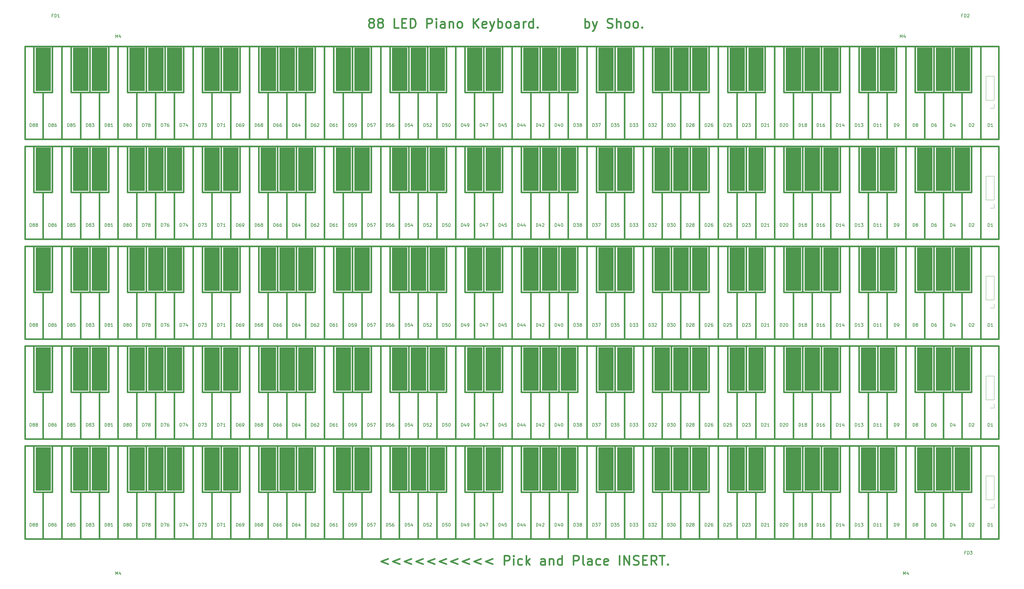
<source format=gbr>
G04 #@! TF.GenerationSoftware,KiCad,Pcbnew,(5.1.5)-3*
G04 #@! TF.CreationDate,2020-04-14T19:59:01+09:00*
G04 #@! TF.ProjectId,APA102_MENZUKE5_base,41504131-3032-45f4-9d45-4e5a554b4535,rev?*
G04 #@! TF.SameCoordinates,Original*
G04 #@! TF.FileFunction,Legend,Top*
G04 #@! TF.FilePolarity,Positive*
%FSLAX46Y46*%
G04 Gerber Fmt 4.6, Leading zero omitted, Abs format (unit mm)*
G04 Created by KiCad (PCBNEW (5.1.5)-3) date 2020-04-14 19:59:01*
%MOMM*%
%LPD*%
G04 APERTURE LIST*
%ADD10C,0.500000*%
%ADD11C,0.100000*%
%ADD12C,0.120000*%
%ADD13C,0.150000*%
G04 APERTURE END LIST*
D10*
X160785714Y-32642857D02*
X160500000Y-32500000D01*
X160357142Y-32357142D01*
X160214285Y-32071428D01*
X160214285Y-31928571D01*
X160357142Y-31642857D01*
X160500000Y-31500000D01*
X160785714Y-31357142D01*
X161357142Y-31357142D01*
X161642857Y-31500000D01*
X161785714Y-31642857D01*
X161928571Y-31928571D01*
X161928571Y-32071428D01*
X161785714Y-32357142D01*
X161642857Y-32500000D01*
X161357142Y-32642857D01*
X160785714Y-32642857D01*
X160500000Y-32785714D01*
X160357142Y-32928571D01*
X160214285Y-33214285D01*
X160214285Y-33785714D01*
X160357142Y-34071428D01*
X160500000Y-34214285D01*
X160785714Y-34357142D01*
X161357142Y-34357142D01*
X161642857Y-34214285D01*
X161785714Y-34071428D01*
X161928571Y-33785714D01*
X161928571Y-33214285D01*
X161785714Y-32928571D01*
X161642857Y-32785714D01*
X161357142Y-32642857D01*
X163642857Y-32642857D02*
X163357142Y-32500000D01*
X163214285Y-32357142D01*
X163071428Y-32071428D01*
X163071428Y-31928571D01*
X163214285Y-31642857D01*
X163357142Y-31500000D01*
X163642857Y-31357142D01*
X164214285Y-31357142D01*
X164500000Y-31500000D01*
X164642857Y-31642857D01*
X164785714Y-31928571D01*
X164785714Y-32071428D01*
X164642857Y-32357142D01*
X164500000Y-32500000D01*
X164214285Y-32642857D01*
X163642857Y-32642857D01*
X163357142Y-32785714D01*
X163214285Y-32928571D01*
X163071428Y-33214285D01*
X163071428Y-33785714D01*
X163214285Y-34071428D01*
X163357142Y-34214285D01*
X163642857Y-34357142D01*
X164214285Y-34357142D01*
X164500000Y-34214285D01*
X164642857Y-34071428D01*
X164785714Y-33785714D01*
X164785714Y-33214285D01*
X164642857Y-32928571D01*
X164500000Y-32785714D01*
X164214285Y-32642857D01*
X169785714Y-34357142D02*
X168357142Y-34357142D01*
X168357142Y-31357142D01*
X170785714Y-32785714D02*
X171785714Y-32785714D01*
X172214285Y-34357142D02*
X170785714Y-34357142D01*
X170785714Y-31357142D01*
X172214285Y-31357142D01*
X173500000Y-34357142D02*
X173500000Y-31357142D01*
X174214285Y-31357142D01*
X174642857Y-31500000D01*
X174928571Y-31785714D01*
X175071428Y-32071428D01*
X175214285Y-32642857D01*
X175214285Y-33071428D01*
X175071428Y-33642857D01*
X174928571Y-33928571D01*
X174642857Y-34214285D01*
X174214285Y-34357142D01*
X173500000Y-34357142D01*
X178785714Y-34357142D02*
X178785714Y-31357142D01*
X179928571Y-31357142D01*
X180214285Y-31500000D01*
X180357142Y-31642857D01*
X180500000Y-31928571D01*
X180500000Y-32357142D01*
X180357142Y-32642857D01*
X180214285Y-32785714D01*
X179928571Y-32928571D01*
X178785714Y-32928571D01*
X181785714Y-34357142D02*
X181785714Y-32357142D01*
X181785714Y-31357142D02*
X181642857Y-31500000D01*
X181785714Y-31642857D01*
X181928571Y-31500000D01*
X181785714Y-31357142D01*
X181785714Y-31642857D01*
X184500000Y-34357142D02*
X184500000Y-32785714D01*
X184357142Y-32500000D01*
X184071428Y-32357142D01*
X183500000Y-32357142D01*
X183214285Y-32500000D01*
X184500000Y-34214285D02*
X184214285Y-34357142D01*
X183500000Y-34357142D01*
X183214285Y-34214285D01*
X183071428Y-33928571D01*
X183071428Y-33642857D01*
X183214285Y-33357142D01*
X183500000Y-33214285D01*
X184214285Y-33214285D01*
X184500000Y-33071428D01*
X185928571Y-32357142D02*
X185928571Y-34357142D01*
X185928571Y-32642857D02*
X186071428Y-32500000D01*
X186357142Y-32357142D01*
X186785714Y-32357142D01*
X187071428Y-32500000D01*
X187214285Y-32785714D01*
X187214285Y-34357142D01*
X189071428Y-34357142D02*
X188785714Y-34214285D01*
X188642857Y-34071428D01*
X188500000Y-33785714D01*
X188500000Y-32928571D01*
X188642857Y-32642857D01*
X188785714Y-32500000D01*
X189071428Y-32357142D01*
X189500000Y-32357142D01*
X189785714Y-32500000D01*
X189928571Y-32642857D01*
X190071428Y-32928571D01*
X190071428Y-33785714D01*
X189928571Y-34071428D01*
X189785714Y-34214285D01*
X189500000Y-34357142D01*
X189071428Y-34357142D01*
X193642857Y-34357142D02*
X193642857Y-31357142D01*
X195357142Y-34357142D02*
X194071428Y-32642857D01*
X195357142Y-31357142D02*
X193642857Y-33071428D01*
X197785714Y-34214285D02*
X197500000Y-34357142D01*
X196928571Y-34357142D01*
X196642857Y-34214285D01*
X196500000Y-33928571D01*
X196500000Y-32785714D01*
X196642857Y-32500000D01*
X196928571Y-32357142D01*
X197500000Y-32357142D01*
X197785714Y-32500000D01*
X197928571Y-32785714D01*
X197928571Y-33071428D01*
X196500000Y-33357142D01*
X198928571Y-32357142D02*
X199642857Y-34357142D01*
X200357142Y-32357142D02*
X199642857Y-34357142D01*
X199357142Y-35071428D01*
X199214285Y-35214285D01*
X198928571Y-35357142D01*
X201500000Y-34357142D02*
X201500000Y-31357142D01*
X201500000Y-32500000D02*
X201785714Y-32357142D01*
X202357142Y-32357142D01*
X202642857Y-32500000D01*
X202785714Y-32642857D01*
X202928571Y-32928571D01*
X202928571Y-33785714D01*
X202785714Y-34071428D01*
X202642857Y-34214285D01*
X202357142Y-34357142D01*
X201785714Y-34357142D01*
X201500000Y-34214285D01*
X204642857Y-34357142D02*
X204357142Y-34214285D01*
X204214285Y-34071428D01*
X204071428Y-33785714D01*
X204071428Y-32928571D01*
X204214285Y-32642857D01*
X204357142Y-32500000D01*
X204642857Y-32357142D01*
X205071428Y-32357142D01*
X205357142Y-32500000D01*
X205500000Y-32642857D01*
X205642857Y-32928571D01*
X205642857Y-33785714D01*
X205500000Y-34071428D01*
X205357142Y-34214285D01*
X205071428Y-34357142D01*
X204642857Y-34357142D01*
X208214285Y-34357142D02*
X208214285Y-32785714D01*
X208071428Y-32500000D01*
X207785714Y-32357142D01*
X207214285Y-32357142D01*
X206928571Y-32500000D01*
X208214285Y-34214285D02*
X207928571Y-34357142D01*
X207214285Y-34357142D01*
X206928571Y-34214285D01*
X206785714Y-33928571D01*
X206785714Y-33642857D01*
X206928571Y-33357142D01*
X207214285Y-33214285D01*
X207928571Y-33214285D01*
X208214285Y-33071428D01*
X209642857Y-34357142D02*
X209642857Y-32357142D01*
X209642857Y-32928571D02*
X209785714Y-32642857D01*
X209928571Y-32500000D01*
X210214285Y-32357142D01*
X210500000Y-32357142D01*
X212785714Y-34357142D02*
X212785714Y-31357142D01*
X212785714Y-34214285D02*
X212500000Y-34357142D01*
X211928571Y-34357142D01*
X211642857Y-34214285D01*
X211500000Y-34071428D01*
X211357142Y-33785714D01*
X211357142Y-32928571D01*
X211500000Y-32642857D01*
X211642857Y-32500000D01*
X211928571Y-32357142D01*
X212500000Y-32357142D01*
X212785714Y-32500000D01*
X214214285Y-34071428D02*
X214357142Y-34214285D01*
X214214285Y-34357142D01*
X214071428Y-34214285D01*
X214214285Y-34071428D01*
X214214285Y-34357142D01*
X229357142Y-34357142D02*
X229357142Y-31357142D01*
X229357142Y-32500000D02*
X229642857Y-32357142D01*
X230214285Y-32357142D01*
X230499999Y-32500000D01*
X230642857Y-32642857D01*
X230785714Y-32928571D01*
X230785714Y-33785714D01*
X230642857Y-34071428D01*
X230499999Y-34214285D01*
X230214285Y-34357142D01*
X229642857Y-34357142D01*
X229357142Y-34214285D01*
X231785714Y-32357142D02*
X232500000Y-34357142D01*
X233214285Y-32357142D02*
X232500000Y-34357142D01*
X232214285Y-35071428D01*
X232071428Y-35214285D01*
X231785714Y-35357142D01*
X236499999Y-34214285D02*
X236928571Y-34357142D01*
X237642857Y-34357142D01*
X237928571Y-34214285D01*
X238071428Y-34071428D01*
X238214285Y-33785714D01*
X238214285Y-33500000D01*
X238071428Y-33214285D01*
X237928571Y-33071428D01*
X237642857Y-32928571D01*
X237071428Y-32785714D01*
X236785714Y-32642857D01*
X236642857Y-32500000D01*
X236499999Y-32214285D01*
X236499999Y-31928571D01*
X236642857Y-31642857D01*
X236785714Y-31500000D01*
X237071428Y-31357142D01*
X237785714Y-31357142D01*
X238214285Y-31500000D01*
X239499999Y-34357142D02*
X239499999Y-31357142D01*
X240785714Y-34357142D02*
X240785714Y-32785714D01*
X240642857Y-32500000D01*
X240357142Y-32357142D01*
X239928571Y-32357142D01*
X239642857Y-32500000D01*
X239499999Y-32642857D01*
X242642857Y-34357142D02*
X242357142Y-34214285D01*
X242214285Y-34071428D01*
X242071428Y-33785714D01*
X242071428Y-32928571D01*
X242214285Y-32642857D01*
X242357142Y-32500000D01*
X242642857Y-32357142D01*
X243071428Y-32357142D01*
X243357142Y-32500000D01*
X243499999Y-32642857D01*
X243642857Y-32928571D01*
X243642857Y-33785714D01*
X243499999Y-34071428D01*
X243357142Y-34214285D01*
X243071428Y-34357142D01*
X242642857Y-34357142D01*
X245357142Y-34357142D02*
X245071428Y-34214285D01*
X244928571Y-34071428D01*
X244785714Y-33785714D01*
X244785714Y-32928571D01*
X244928571Y-32642857D01*
X245071428Y-32500000D01*
X245357142Y-32357142D01*
X245785714Y-32357142D01*
X246071428Y-32500000D01*
X246214285Y-32642857D01*
X246357142Y-32928571D01*
X246357142Y-33785714D01*
X246214285Y-34071428D01*
X246071428Y-34214285D01*
X245785714Y-34357142D01*
X245357142Y-34357142D01*
X247642857Y-34071428D02*
X247785714Y-34214285D01*
X247642857Y-34357142D01*
X247499999Y-34214285D01*
X247642857Y-34071428D01*
X247642857Y-34357142D01*
X296000000Y-198000000D02*
X302000000Y-198000000D01*
X296000000Y-166000000D02*
X302000000Y-166000000D01*
X296000000Y-134000000D02*
X302000000Y-134000000D01*
X296000000Y-102000000D02*
X302000000Y-102000000D01*
X299000000Y-168250000D02*
X299000000Y-183000000D01*
X299000000Y-136250000D02*
X299000000Y-151000000D01*
X299000000Y-104250000D02*
X299000000Y-119000000D01*
X299000000Y-72250000D02*
X299000000Y-87000000D01*
X290000000Y-198000000D02*
X296000000Y-198000000D01*
X290000000Y-166000000D02*
X296000000Y-166000000D01*
X290000000Y-134000000D02*
X296000000Y-134000000D01*
X290000000Y-102000000D02*
X296000000Y-102000000D01*
X284000000Y-183000000D02*
X287000000Y-183000000D01*
X284000000Y-151000000D02*
X287000000Y-151000000D01*
X284000000Y-119000000D02*
X287000000Y-119000000D01*
X284000000Y-87000000D02*
X287000000Y-87000000D01*
X314000000Y-198000000D02*
X314000000Y-168250000D01*
X314000000Y-166000000D02*
X314000000Y-136250000D01*
X314000000Y-134000000D02*
X314000000Y-104250000D01*
X314000000Y-102000000D02*
X314000000Y-72250000D01*
X275000000Y-183000000D02*
X275000000Y-168250000D01*
X275000000Y-151000000D02*
X275000000Y-136250000D01*
X275000000Y-119000000D02*
X275000000Y-104250000D01*
X275000000Y-87000000D02*
X275000000Y-72250000D01*
X278000000Y-198000000D02*
X284000000Y-198000000D01*
X278000000Y-166000000D02*
X284000000Y-166000000D01*
X278000000Y-134000000D02*
X284000000Y-134000000D01*
X278000000Y-102000000D02*
X284000000Y-102000000D01*
X278000000Y-183000000D02*
X275000000Y-183000000D01*
X278000000Y-151000000D02*
X275000000Y-151000000D01*
X278000000Y-119000000D02*
X275000000Y-119000000D01*
X278000000Y-87000000D02*
X275000000Y-87000000D01*
X296000000Y-183000000D02*
X293000000Y-183000000D01*
X296000000Y-151000000D02*
X293000000Y-151000000D01*
X296000000Y-119000000D02*
X293000000Y-119000000D01*
X296000000Y-87000000D02*
X293000000Y-87000000D01*
X305000000Y-183000000D02*
X311000000Y-183000000D01*
X305000000Y-151000000D02*
X311000000Y-151000000D01*
X305000000Y-119000000D02*
X311000000Y-119000000D01*
X305000000Y-87000000D02*
X311000000Y-87000000D01*
X296000000Y-198000000D02*
X296000000Y-183000000D01*
X296000000Y-166000000D02*
X296000000Y-151000000D01*
X296000000Y-134000000D02*
X296000000Y-119000000D01*
X296000000Y-102000000D02*
X296000000Y-87000000D01*
X278000000Y-183000000D02*
X281000000Y-183000000D01*
X278000000Y-151000000D02*
X281000000Y-151000000D01*
X278000000Y-119000000D02*
X281000000Y-119000000D01*
X278000000Y-87000000D02*
X281000000Y-87000000D01*
X272000000Y-198000000D02*
X278000000Y-198000000D01*
X272000000Y-166000000D02*
X278000000Y-166000000D01*
X272000000Y-134000000D02*
X278000000Y-134000000D01*
X272000000Y-102000000D02*
X278000000Y-102000000D01*
X284000000Y-183000000D02*
X281000000Y-183000000D01*
X284000000Y-151000000D02*
X281000000Y-151000000D01*
X284000000Y-119000000D02*
X281000000Y-119000000D01*
X284000000Y-87000000D02*
X281000000Y-87000000D01*
X314000000Y-168250000D02*
X290000000Y-168250000D01*
X314000000Y-136250000D02*
X290000000Y-136250000D01*
X314000000Y-104250000D02*
X290000000Y-104250000D01*
X314000000Y-72250000D02*
X290000000Y-72250000D01*
X278000000Y-198000000D02*
X278000000Y-183000000D01*
X278000000Y-166000000D02*
X278000000Y-151000000D01*
X278000000Y-134000000D02*
X278000000Y-119000000D01*
X278000000Y-102000000D02*
X278000000Y-87000000D01*
X290000000Y-198000000D02*
X290000000Y-168250000D01*
X290000000Y-166000000D02*
X290000000Y-136250000D01*
X290000000Y-134000000D02*
X290000000Y-104250000D01*
X290000000Y-102000000D02*
X290000000Y-72250000D01*
X305000000Y-183000000D02*
X305000000Y-168250000D01*
X305000000Y-151000000D02*
X305000000Y-136250000D01*
X305000000Y-119000000D02*
X305000000Y-104250000D01*
X305000000Y-87000000D02*
X305000000Y-72250000D01*
X299000000Y-183000000D02*
X296000000Y-183000000D01*
X299000000Y-151000000D02*
X296000000Y-151000000D01*
X299000000Y-119000000D02*
X296000000Y-119000000D01*
X299000000Y-87000000D02*
X296000000Y-87000000D01*
X284000000Y-198000000D02*
X290000000Y-198000000D01*
X284000000Y-166000000D02*
X290000000Y-166000000D01*
X284000000Y-134000000D02*
X290000000Y-134000000D01*
X284000000Y-102000000D02*
X290000000Y-102000000D01*
X287000000Y-183000000D02*
X287000000Y-168250000D01*
X287000000Y-151000000D02*
X287000000Y-136250000D01*
X287000000Y-119000000D02*
X287000000Y-104250000D01*
X287000000Y-87000000D02*
X287000000Y-72250000D01*
X290000000Y-168250000D02*
X272000000Y-168250000D01*
X290000000Y-136250000D02*
X272000000Y-136250000D01*
X290000000Y-104250000D02*
X272000000Y-104250000D01*
X290000000Y-72250000D02*
X272000000Y-72250000D01*
X326000000Y-198000000D02*
X326000000Y-183000000D01*
X326000000Y-166000000D02*
X326000000Y-151000000D01*
X326000000Y-134000000D02*
X326000000Y-119000000D01*
X326000000Y-102000000D02*
X326000000Y-87000000D01*
X353000000Y-183000000D02*
X353000000Y-168250000D01*
X353000000Y-151000000D02*
X353000000Y-136250000D01*
X353000000Y-119000000D02*
X353000000Y-104250000D01*
X353000000Y-87000000D02*
X353000000Y-72250000D01*
X350000000Y-198000000D02*
X350000000Y-183000000D01*
X350000000Y-166000000D02*
X350000000Y-151000000D01*
X350000000Y-134000000D02*
X350000000Y-119000000D01*
X350000000Y-102000000D02*
X350000000Y-87000000D01*
X332000000Y-198000000D02*
X332000000Y-168250000D01*
X332000000Y-166000000D02*
X332000000Y-136250000D01*
X332000000Y-134000000D02*
X332000000Y-104250000D01*
X332000000Y-102000000D02*
X332000000Y-72250000D01*
X302000000Y-198000000D02*
X308000000Y-198000000D01*
X302000000Y-166000000D02*
X308000000Y-166000000D01*
X302000000Y-134000000D02*
X308000000Y-134000000D01*
X302000000Y-102000000D02*
X308000000Y-102000000D01*
X320000000Y-198000000D02*
X320000000Y-183000000D01*
X320000000Y-166000000D02*
X320000000Y-151000000D01*
X320000000Y-134000000D02*
X320000000Y-119000000D01*
X320000000Y-102000000D02*
X320000000Y-87000000D01*
X335000000Y-183000000D02*
X335000000Y-168250000D01*
X335000000Y-151000000D02*
X335000000Y-136250000D01*
X335000000Y-119000000D02*
X335000000Y-104250000D01*
X335000000Y-87000000D02*
X335000000Y-72250000D01*
X350000000Y-198000000D02*
X356000000Y-198000000D01*
X350000000Y-166000000D02*
X356000000Y-166000000D01*
X350000000Y-134000000D02*
X356000000Y-134000000D01*
X350000000Y-102000000D02*
X356000000Y-102000000D01*
X323000000Y-183000000D02*
X323000000Y-168250000D01*
X323000000Y-151000000D02*
X323000000Y-136250000D01*
X323000000Y-119000000D02*
X323000000Y-104250000D01*
X323000000Y-87000000D02*
X323000000Y-72250000D01*
X341000000Y-183000000D02*
X347000000Y-183000000D01*
X341000000Y-151000000D02*
X347000000Y-151000000D01*
X341000000Y-119000000D02*
X347000000Y-119000000D01*
X341000000Y-87000000D02*
X347000000Y-87000000D01*
X344000000Y-198000000D02*
X344000000Y-183000000D01*
X344000000Y-166000000D02*
X344000000Y-151000000D01*
X344000000Y-134000000D02*
X344000000Y-119000000D01*
X344000000Y-102000000D02*
X344000000Y-87000000D01*
D11*
G36*
X214400000Y-182400000D02*
G01*
X209600000Y-182400000D01*
X209600000Y-168600000D01*
X214400000Y-168600000D01*
X214400000Y-182400000D01*
G37*
X214400000Y-182400000D02*
X209600000Y-182400000D01*
X209600000Y-168600000D01*
X214400000Y-168600000D01*
X214400000Y-182400000D01*
G36*
X214400000Y-150400000D02*
G01*
X209600000Y-150400000D01*
X209600000Y-136600000D01*
X214400000Y-136600000D01*
X214400000Y-150400000D01*
G37*
X214400000Y-150400000D02*
X209600000Y-150400000D01*
X209600000Y-136600000D01*
X214400000Y-136600000D01*
X214400000Y-150400000D01*
G36*
X214400000Y-118400000D02*
G01*
X209600000Y-118400000D01*
X209600000Y-104600000D01*
X214400000Y-104600000D01*
X214400000Y-118400000D01*
G37*
X214400000Y-118400000D02*
X209600000Y-118400000D01*
X209600000Y-104600000D01*
X214400000Y-104600000D01*
X214400000Y-118400000D01*
G36*
X214400000Y-86400000D02*
G01*
X209600000Y-86400000D01*
X209600000Y-72600000D01*
X214400000Y-72600000D01*
X214400000Y-86400000D01*
G37*
X214400000Y-86400000D02*
X209600000Y-86400000D01*
X209600000Y-72600000D01*
X214400000Y-72600000D01*
X214400000Y-86400000D01*
G36*
X160400000Y-182400000D02*
G01*
X155600000Y-182400000D01*
X155600000Y-168600000D01*
X160400000Y-168600000D01*
X160400000Y-182400000D01*
G37*
X160400000Y-182400000D02*
X155600000Y-182400000D01*
X155600000Y-168600000D01*
X160400000Y-168600000D01*
X160400000Y-182400000D01*
G36*
X160400000Y-150400000D02*
G01*
X155600000Y-150400000D01*
X155600000Y-136600000D01*
X160400000Y-136600000D01*
X160400000Y-150400000D01*
G37*
X160400000Y-150400000D02*
X155600000Y-150400000D01*
X155600000Y-136600000D01*
X160400000Y-136600000D01*
X160400000Y-150400000D01*
G36*
X160400000Y-118400000D02*
G01*
X155600000Y-118400000D01*
X155600000Y-104600000D01*
X160400000Y-104600000D01*
X160400000Y-118400000D01*
G37*
X160400000Y-118400000D02*
X155600000Y-118400000D01*
X155600000Y-104600000D01*
X160400000Y-104600000D01*
X160400000Y-118400000D01*
G36*
X160400000Y-86400000D02*
G01*
X155600000Y-86400000D01*
X155600000Y-72600000D01*
X160400000Y-72600000D01*
X160400000Y-86400000D01*
G37*
X160400000Y-86400000D02*
X155600000Y-86400000D01*
X155600000Y-72600000D01*
X160400000Y-72600000D01*
X160400000Y-86400000D01*
G36*
X184400000Y-182400000D02*
G01*
X179600000Y-182400000D01*
X179600000Y-168600000D01*
X184400000Y-168600000D01*
X184400000Y-182400000D01*
G37*
X184400000Y-182400000D02*
X179600000Y-182400000D01*
X179600000Y-168600000D01*
X184400000Y-168600000D01*
X184400000Y-182400000D01*
G36*
X184400000Y-150400000D02*
G01*
X179600000Y-150400000D01*
X179600000Y-136600000D01*
X184400000Y-136600000D01*
X184400000Y-150400000D01*
G37*
X184400000Y-150400000D02*
X179600000Y-150400000D01*
X179600000Y-136600000D01*
X184400000Y-136600000D01*
X184400000Y-150400000D01*
G36*
X184400000Y-118400000D02*
G01*
X179600000Y-118400000D01*
X179600000Y-104600000D01*
X184400000Y-104600000D01*
X184400000Y-118400000D01*
G37*
X184400000Y-118400000D02*
X179600000Y-118400000D01*
X179600000Y-104600000D01*
X184400000Y-104600000D01*
X184400000Y-118400000D01*
G36*
X184400000Y-86400000D02*
G01*
X179600000Y-86400000D01*
X179600000Y-72600000D01*
X184400000Y-72600000D01*
X184400000Y-86400000D01*
G37*
X184400000Y-86400000D02*
X179600000Y-86400000D01*
X179600000Y-72600000D01*
X184400000Y-72600000D01*
X184400000Y-86400000D01*
G36*
X220400000Y-182400000D02*
G01*
X215600000Y-182400000D01*
X215600000Y-168600000D01*
X220400000Y-168600000D01*
X220400000Y-182400000D01*
G37*
X220400000Y-182400000D02*
X215600000Y-182400000D01*
X215600000Y-168600000D01*
X220400000Y-168600000D01*
X220400000Y-182400000D01*
G36*
X220400000Y-150400000D02*
G01*
X215600000Y-150400000D01*
X215600000Y-136600000D01*
X220400000Y-136600000D01*
X220400000Y-150400000D01*
G37*
X220400000Y-150400000D02*
X215600000Y-150400000D01*
X215600000Y-136600000D01*
X220400000Y-136600000D01*
X220400000Y-150400000D01*
G36*
X220400000Y-118400000D02*
G01*
X215600000Y-118400000D01*
X215600000Y-104600000D01*
X220400000Y-104600000D01*
X220400000Y-118400000D01*
G37*
X220400000Y-118400000D02*
X215600000Y-118400000D01*
X215600000Y-104600000D01*
X220400000Y-104600000D01*
X220400000Y-118400000D01*
G36*
X220400000Y-86400000D02*
G01*
X215600000Y-86400000D01*
X215600000Y-72600000D01*
X220400000Y-72600000D01*
X220400000Y-86400000D01*
G37*
X220400000Y-86400000D02*
X215600000Y-86400000D01*
X215600000Y-72600000D01*
X220400000Y-72600000D01*
X220400000Y-86400000D01*
G36*
X172400000Y-182400000D02*
G01*
X167600000Y-182400000D01*
X167600000Y-168600000D01*
X172400000Y-168600000D01*
X172400000Y-182400000D01*
G37*
X172400000Y-182400000D02*
X167600000Y-182400000D01*
X167600000Y-168600000D01*
X172400000Y-168600000D01*
X172400000Y-182400000D01*
G36*
X172400000Y-150400000D02*
G01*
X167600000Y-150400000D01*
X167600000Y-136600000D01*
X172400000Y-136600000D01*
X172400000Y-150400000D01*
G37*
X172400000Y-150400000D02*
X167600000Y-150400000D01*
X167600000Y-136600000D01*
X172400000Y-136600000D01*
X172400000Y-150400000D01*
G36*
X172400000Y-118400000D02*
G01*
X167600000Y-118400000D01*
X167600000Y-104600000D01*
X172400000Y-104600000D01*
X172400000Y-118400000D01*
G37*
X172400000Y-118400000D02*
X167600000Y-118400000D01*
X167600000Y-104600000D01*
X172400000Y-104600000D01*
X172400000Y-118400000D01*
G36*
X172400000Y-86400000D02*
G01*
X167600000Y-86400000D01*
X167600000Y-72600000D01*
X172400000Y-72600000D01*
X172400000Y-86400000D01*
G37*
X172400000Y-86400000D02*
X167600000Y-86400000D01*
X167600000Y-72600000D01*
X172400000Y-72600000D01*
X172400000Y-86400000D01*
G36*
X202400000Y-182400000D02*
G01*
X197600000Y-182400000D01*
X197600000Y-168600000D01*
X202400000Y-168600000D01*
X202400000Y-182400000D01*
G37*
X202400000Y-182400000D02*
X197600000Y-182400000D01*
X197600000Y-168600000D01*
X202400000Y-168600000D01*
X202400000Y-182400000D01*
G36*
X202400000Y-150400000D02*
G01*
X197600000Y-150400000D01*
X197600000Y-136600000D01*
X202400000Y-136600000D01*
X202400000Y-150400000D01*
G37*
X202400000Y-150400000D02*
X197600000Y-150400000D01*
X197600000Y-136600000D01*
X202400000Y-136600000D01*
X202400000Y-150400000D01*
G36*
X202400000Y-118400000D02*
G01*
X197600000Y-118400000D01*
X197600000Y-104600000D01*
X202400000Y-104600000D01*
X202400000Y-118400000D01*
G37*
X202400000Y-118400000D02*
X197600000Y-118400000D01*
X197600000Y-104600000D01*
X202400000Y-104600000D01*
X202400000Y-118400000D01*
G36*
X202400000Y-86400000D02*
G01*
X197600000Y-86400000D01*
X197600000Y-72600000D01*
X202400000Y-72600000D01*
X202400000Y-86400000D01*
G37*
X202400000Y-86400000D02*
X197600000Y-86400000D01*
X197600000Y-72600000D01*
X202400000Y-72600000D01*
X202400000Y-86400000D01*
G36*
X154400000Y-182400000D02*
G01*
X149600000Y-182400000D01*
X149600000Y-168600000D01*
X154400000Y-168600000D01*
X154400000Y-182400000D01*
G37*
X154400000Y-182400000D02*
X149600000Y-182400000D01*
X149600000Y-168600000D01*
X154400000Y-168600000D01*
X154400000Y-182400000D01*
G36*
X154400000Y-150400000D02*
G01*
X149600000Y-150400000D01*
X149600000Y-136600000D01*
X154400000Y-136600000D01*
X154400000Y-150400000D01*
G37*
X154400000Y-150400000D02*
X149600000Y-150400000D01*
X149600000Y-136600000D01*
X154400000Y-136600000D01*
X154400000Y-150400000D01*
G36*
X154400000Y-118400000D02*
G01*
X149600000Y-118400000D01*
X149600000Y-104600000D01*
X154400000Y-104600000D01*
X154400000Y-118400000D01*
G37*
X154400000Y-118400000D02*
X149600000Y-118400000D01*
X149600000Y-104600000D01*
X154400000Y-104600000D01*
X154400000Y-118400000D01*
G36*
X154400000Y-86400000D02*
G01*
X149600000Y-86400000D01*
X149600000Y-72600000D01*
X154400000Y-72600000D01*
X154400000Y-86400000D01*
G37*
X154400000Y-86400000D02*
X149600000Y-86400000D01*
X149600000Y-72600000D01*
X154400000Y-72600000D01*
X154400000Y-86400000D01*
G36*
X178400000Y-182400000D02*
G01*
X173600000Y-182400000D01*
X173600000Y-168600000D01*
X178400000Y-168600000D01*
X178400000Y-182400000D01*
G37*
X178400000Y-182400000D02*
X173600000Y-182400000D01*
X173600000Y-168600000D01*
X178400000Y-168600000D01*
X178400000Y-182400000D01*
G36*
X178400000Y-150400000D02*
G01*
X173600000Y-150400000D01*
X173600000Y-136600000D01*
X178400000Y-136600000D01*
X178400000Y-150400000D01*
G37*
X178400000Y-150400000D02*
X173600000Y-150400000D01*
X173600000Y-136600000D01*
X178400000Y-136600000D01*
X178400000Y-150400000D01*
G36*
X178400000Y-118400000D02*
G01*
X173600000Y-118400000D01*
X173600000Y-104600000D01*
X178400000Y-104600000D01*
X178400000Y-118400000D01*
G37*
X178400000Y-118400000D02*
X173600000Y-118400000D01*
X173600000Y-104600000D01*
X178400000Y-104600000D01*
X178400000Y-118400000D01*
G36*
X178400000Y-86400000D02*
G01*
X173600000Y-86400000D01*
X173600000Y-72600000D01*
X178400000Y-72600000D01*
X178400000Y-86400000D01*
G37*
X178400000Y-86400000D02*
X173600000Y-86400000D01*
X173600000Y-72600000D01*
X178400000Y-72600000D01*
X178400000Y-86400000D01*
G36*
X226400000Y-182400000D02*
G01*
X221600000Y-182400000D01*
X221600000Y-168600000D01*
X226400000Y-168600000D01*
X226400000Y-182400000D01*
G37*
X226400000Y-182400000D02*
X221600000Y-182400000D01*
X221600000Y-168600000D01*
X226400000Y-168600000D01*
X226400000Y-182400000D01*
G36*
X226400000Y-150400000D02*
G01*
X221600000Y-150400000D01*
X221600000Y-136600000D01*
X226400000Y-136600000D01*
X226400000Y-150400000D01*
G37*
X226400000Y-150400000D02*
X221600000Y-150400000D01*
X221600000Y-136600000D01*
X226400000Y-136600000D01*
X226400000Y-150400000D01*
G36*
X226400000Y-118400000D02*
G01*
X221600000Y-118400000D01*
X221600000Y-104600000D01*
X226400000Y-104600000D01*
X226400000Y-118400000D01*
G37*
X226400000Y-118400000D02*
X221600000Y-118400000D01*
X221600000Y-104600000D01*
X226400000Y-104600000D01*
X226400000Y-118400000D01*
G36*
X226400000Y-86400000D02*
G01*
X221600000Y-86400000D01*
X221600000Y-72600000D01*
X226400000Y-72600000D01*
X226400000Y-86400000D01*
G37*
X226400000Y-86400000D02*
X221600000Y-86400000D01*
X221600000Y-72600000D01*
X226400000Y-72600000D01*
X226400000Y-86400000D01*
D10*
X266000000Y-198000000D02*
X272000000Y-198000000D01*
X266000000Y-166000000D02*
X272000000Y-166000000D01*
X266000000Y-134000000D02*
X272000000Y-134000000D01*
X266000000Y-102000000D02*
X272000000Y-102000000D01*
X269000000Y-183000000D02*
X269000000Y-168250000D01*
X269000000Y-151000000D02*
X269000000Y-136250000D01*
X269000000Y-119000000D02*
X269000000Y-104250000D01*
X269000000Y-87000000D02*
X269000000Y-72250000D01*
X212000000Y-183000000D02*
X209000000Y-183000000D01*
X212000000Y-151000000D02*
X209000000Y-151000000D01*
X212000000Y-119000000D02*
X209000000Y-119000000D01*
X212000000Y-87000000D02*
X209000000Y-87000000D01*
X212000000Y-198000000D02*
X218000000Y-198000000D01*
X212000000Y-166000000D02*
X218000000Y-166000000D01*
X212000000Y-134000000D02*
X218000000Y-134000000D01*
X212000000Y-102000000D02*
X218000000Y-102000000D01*
X194000000Y-198000000D02*
X200000000Y-198000000D01*
X194000000Y-166000000D02*
X200000000Y-166000000D01*
X194000000Y-134000000D02*
X200000000Y-134000000D01*
X194000000Y-102000000D02*
X200000000Y-102000000D01*
X236000000Y-183000000D02*
X239000000Y-183000000D01*
X236000000Y-151000000D02*
X239000000Y-151000000D01*
X236000000Y-119000000D02*
X239000000Y-119000000D01*
X236000000Y-87000000D02*
X239000000Y-87000000D01*
X218000000Y-198000000D02*
X224000000Y-198000000D01*
X218000000Y-166000000D02*
X224000000Y-166000000D01*
X218000000Y-134000000D02*
X224000000Y-134000000D01*
X218000000Y-102000000D02*
X224000000Y-102000000D01*
X251000000Y-183000000D02*
X251000000Y-168250000D01*
X251000000Y-151000000D02*
X251000000Y-136250000D01*
X251000000Y-119000000D02*
X251000000Y-104250000D01*
X251000000Y-87000000D02*
X251000000Y-72250000D01*
X248000000Y-198000000D02*
X248000000Y-168250000D01*
X248000000Y-166000000D02*
X248000000Y-136250000D01*
X248000000Y-134000000D02*
X248000000Y-104250000D01*
X248000000Y-102000000D02*
X248000000Y-72250000D01*
X266000000Y-198000000D02*
X266000000Y-183000000D01*
X266000000Y-166000000D02*
X266000000Y-151000000D01*
X266000000Y-134000000D02*
X266000000Y-119000000D01*
X266000000Y-102000000D02*
X266000000Y-87000000D01*
X230000000Y-198000000D02*
X236000000Y-198000000D01*
X230000000Y-166000000D02*
X236000000Y-166000000D01*
X230000000Y-134000000D02*
X236000000Y-134000000D01*
X230000000Y-102000000D02*
X236000000Y-102000000D01*
X242000000Y-198000000D02*
X242000000Y-183000000D01*
X242000000Y-166000000D02*
X242000000Y-151000000D01*
X242000000Y-134000000D02*
X242000000Y-119000000D01*
X242000000Y-102000000D02*
X242000000Y-87000000D01*
X242000000Y-183000000D02*
X239000000Y-183000000D01*
X242000000Y-151000000D02*
X239000000Y-151000000D01*
X242000000Y-119000000D02*
X239000000Y-119000000D01*
X242000000Y-87000000D02*
X239000000Y-87000000D01*
X272000000Y-168250000D02*
X248000000Y-168250000D01*
X272000000Y-136250000D02*
X248000000Y-136250000D01*
X272000000Y-104250000D02*
X248000000Y-104250000D01*
X272000000Y-72250000D02*
X248000000Y-72250000D01*
X242000000Y-198000000D02*
X248000000Y-198000000D01*
X242000000Y-166000000D02*
X248000000Y-166000000D01*
X242000000Y-134000000D02*
X248000000Y-134000000D01*
X242000000Y-102000000D02*
X248000000Y-102000000D01*
X257000000Y-183000000D02*
X263000000Y-183000000D01*
X257000000Y-151000000D02*
X263000000Y-151000000D01*
X257000000Y-119000000D02*
X263000000Y-119000000D01*
X257000000Y-87000000D02*
X263000000Y-87000000D01*
X230000000Y-168250000D02*
X230000000Y-198000000D01*
X230000000Y-136250000D02*
X230000000Y-166000000D01*
X230000000Y-104250000D02*
X230000000Y-134000000D01*
X230000000Y-72250000D02*
X230000000Y-102000000D01*
X257000000Y-183000000D02*
X254000000Y-183000000D01*
X257000000Y-151000000D02*
X254000000Y-151000000D01*
X257000000Y-119000000D02*
X254000000Y-119000000D01*
X257000000Y-87000000D02*
X254000000Y-87000000D01*
X263000000Y-183000000D02*
X263000000Y-168250000D01*
X263000000Y-151000000D02*
X263000000Y-136250000D01*
X263000000Y-119000000D02*
X263000000Y-104250000D01*
X263000000Y-87000000D02*
X263000000Y-72250000D01*
X239000000Y-183000000D02*
X239000000Y-168250000D01*
X239000000Y-151000000D02*
X239000000Y-136250000D01*
X239000000Y-119000000D02*
X239000000Y-104250000D01*
X239000000Y-87000000D02*
X239000000Y-72250000D01*
X260000000Y-198000000D02*
X260000000Y-183000000D01*
X260000000Y-166000000D02*
X260000000Y-151000000D01*
X260000000Y-134000000D02*
X260000000Y-119000000D01*
X260000000Y-102000000D02*
X260000000Y-87000000D01*
X236000000Y-198000000D02*
X236000000Y-183000000D01*
X236000000Y-166000000D02*
X236000000Y-151000000D01*
X236000000Y-134000000D02*
X236000000Y-119000000D01*
X236000000Y-102000000D02*
X236000000Y-87000000D01*
X194000000Y-183000000D02*
X191000000Y-183000000D01*
X194000000Y-151000000D02*
X191000000Y-151000000D01*
X194000000Y-119000000D02*
X191000000Y-119000000D01*
X194000000Y-87000000D02*
X191000000Y-87000000D01*
X281000000Y-183000000D02*
X281000000Y-168250000D01*
X281000000Y-151000000D02*
X281000000Y-136250000D01*
X281000000Y-119000000D02*
X281000000Y-104250000D01*
X281000000Y-87000000D02*
X281000000Y-72250000D01*
X272000000Y-168250000D02*
X272000000Y-198000000D01*
X272000000Y-136250000D02*
X272000000Y-166000000D01*
X272000000Y-104250000D02*
X272000000Y-134000000D01*
X272000000Y-72250000D02*
X272000000Y-102000000D01*
X308000000Y-198000000D02*
X308000000Y-183000000D01*
X308000000Y-166000000D02*
X308000000Y-151000000D01*
X308000000Y-134000000D02*
X308000000Y-119000000D01*
X308000000Y-102000000D02*
X308000000Y-87000000D01*
X302000000Y-198000000D02*
X302000000Y-183000000D01*
X302000000Y-166000000D02*
X302000000Y-151000000D01*
X302000000Y-134000000D02*
X302000000Y-119000000D01*
X302000000Y-102000000D02*
X302000000Y-87000000D01*
X311000000Y-183000000D02*
X311000000Y-168250000D01*
X311000000Y-151000000D02*
X311000000Y-136250000D01*
X311000000Y-119000000D02*
X311000000Y-104250000D01*
X311000000Y-87000000D02*
X311000000Y-72250000D01*
X236000000Y-183000000D02*
X233000000Y-183000000D01*
X236000000Y-151000000D02*
X233000000Y-151000000D01*
X236000000Y-119000000D02*
X233000000Y-119000000D01*
X236000000Y-87000000D02*
X233000000Y-87000000D01*
X254000000Y-198000000D02*
X254000000Y-183000000D01*
X254000000Y-166000000D02*
X254000000Y-151000000D01*
X254000000Y-134000000D02*
X254000000Y-119000000D01*
X254000000Y-102000000D02*
X254000000Y-87000000D01*
X284000000Y-198000000D02*
X284000000Y-183000000D01*
X284000000Y-166000000D02*
X284000000Y-151000000D01*
X284000000Y-134000000D02*
X284000000Y-119000000D01*
X284000000Y-102000000D02*
X284000000Y-87000000D01*
X242000000Y-183000000D02*
X245000000Y-183000000D01*
X242000000Y-151000000D02*
X245000000Y-151000000D01*
X242000000Y-119000000D02*
X245000000Y-119000000D01*
X242000000Y-87000000D02*
X245000000Y-87000000D01*
X257000000Y-168250000D02*
X257000000Y-183000000D01*
X257000000Y-136250000D02*
X257000000Y-151000000D01*
X257000000Y-104250000D02*
X257000000Y-119000000D01*
X257000000Y-72250000D02*
X257000000Y-87000000D01*
X245000000Y-183000000D02*
X245000000Y-168250000D01*
X245000000Y-151000000D02*
X245000000Y-136250000D01*
X245000000Y-119000000D02*
X245000000Y-104250000D01*
X245000000Y-87000000D02*
X245000000Y-72250000D01*
X248000000Y-168250000D02*
X230000000Y-168250000D01*
X248000000Y-136250000D02*
X230000000Y-136250000D01*
X248000000Y-104250000D02*
X230000000Y-104250000D01*
X248000000Y-72250000D02*
X230000000Y-72250000D01*
X272000000Y-198000000D02*
X272000000Y-168250000D01*
X272000000Y-166000000D02*
X272000000Y-136250000D01*
X272000000Y-134000000D02*
X272000000Y-104250000D01*
X272000000Y-102000000D02*
X272000000Y-72250000D01*
X260000000Y-198000000D02*
X266000000Y-198000000D01*
X260000000Y-166000000D02*
X266000000Y-166000000D01*
X260000000Y-134000000D02*
X266000000Y-134000000D01*
X260000000Y-102000000D02*
X266000000Y-102000000D01*
X308000000Y-198000000D02*
X314000000Y-198000000D01*
X308000000Y-166000000D02*
X314000000Y-166000000D01*
X308000000Y-134000000D02*
X314000000Y-134000000D01*
X308000000Y-102000000D02*
X314000000Y-102000000D01*
X233000000Y-183000000D02*
X233000000Y-168250000D01*
X233000000Y-151000000D02*
X233000000Y-136250000D01*
X233000000Y-119000000D02*
X233000000Y-104250000D01*
X233000000Y-87000000D02*
X233000000Y-72250000D01*
X236000000Y-198000000D02*
X242000000Y-198000000D01*
X236000000Y-166000000D02*
X242000000Y-166000000D01*
X236000000Y-134000000D02*
X242000000Y-134000000D01*
X236000000Y-102000000D02*
X242000000Y-102000000D01*
X293000000Y-183000000D02*
X293000000Y-168250000D01*
X293000000Y-151000000D02*
X293000000Y-136250000D01*
X293000000Y-119000000D02*
X293000000Y-104250000D01*
X293000000Y-87000000D02*
X293000000Y-72250000D01*
X248000000Y-198000000D02*
X254000000Y-198000000D01*
X248000000Y-166000000D02*
X254000000Y-166000000D01*
X248000000Y-134000000D02*
X254000000Y-134000000D01*
X248000000Y-102000000D02*
X254000000Y-102000000D01*
X299000000Y-183000000D02*
X305000000Y-183000000D01*
X299000000Y-151000000D02*
X305000000Y-151000000D01*
X299000000Y-119000000D02*
X305000000Y-119000000D01*
X299000000Y-87000000D02*
X305000000Y-87000000D01*
X263000000Y-183000000D02*
X269000000Y-183000000D01*
X263000000Y-151000000D02*
X269000000Y-151000000D01*
X263000000Y-119000000D02*
X269000000Y-119000000D01*
X263000000Y-87000000D02*
X269000000Y-87000000D01*
X254000000Y-183000000D02*
X251000000Y-183000000D01*
X254000000Y-151000000D02*
X251000000Y-151000000D01*
X254000000Y-119000000D02*
X251000000Y-119000000D01*
X254000000Y-87000000D02*
X251000000Y-87000000D01*
X254000000Y-198000000D02*
X260000000Y-198000000D01*
X254000000Y-166000000D02*
X260000000Y-166000000D01*
X254000000Y-134000000D02*
X260000000Y-134000000D01*
X254000000Y-102000000D02*
X260000000Y-102000000D01*
X98000000Y-198000000D02*
X104000000Y-198000000D01*
X98000000Y-166000000D02*
X104000000Y-166000000D01*
X98000000Y-134000000D02*
X104000000Y-134000000D01*
X98000000Y-102000000D02*
X104000000Y-102000000D01*
X62000000Y-168250000D02*
X62000000Y-198000000D01*
X62000000Y-136250000D02*
X62000000Y-166000000D01*
X62000000Y-104250000D02*
X62000000Y-134000000D01*
X62000000Y-72250000D02*
X62000000Y-102000000D01*
X89000000Y-168250000D02*
X89000000Y-183000000D01*
X89000000Y-136250000D02*
X89000000Y-151000000D01*
X89000000Y-104250000D02*
X89000000Y-119000000D01*
X89000000Y-72250000D02*
X89000000Y-87000000D01*
X71000000Y-183000000D02*
X71000000Y-168250000D01*
X71000000Y-151000000D02*
X71000000Y-136250000D01*
X71000000Y-119000000D02*
X71000000Y-104250000D01*
X71000000Y-87000000D02*
X71000000Y-72250000D01*
X74000000Y-183000000D02*
X71000000Y-183000000D01*
X74000000Y-151000000D02*
X71000000Y-151000000D01*
X74000000Y-119000000D02*
X71000000Y-119000000D01*
X74000000Y-87000000D02*
X71000000Y-87000000D01*
X80000000Y-168250000D02*
X62000000Y-168250000D01*
X80000000Y-136250000D02*
X62000000Y-136250000D01*
X80000000Y-104250000D02*
X62000000Y-104250000D01*
X80000000Y-72250000D02*
X62000000Y-72250000D01*
X80000000Y-198000000D02*
X86000000Y-198000000D01*
X80000000Y-166000000D02*
X86000000Y-166000000D01*
X80000000Y-134000000D02*
X86000000Y-134000000D01*
X80000000Y-102000000D02*
X86000000Y-102000000D01*
X68000000Y-183000000D02*
X71000000Y-183000000D01*
X68000000Y-151000000D02*
X71000000Y-151000000D01*
X68000000Y-119000000D02*
X71000000Y-119000000D01*
X68000000Y-87000000D02*
X71000000Y-87000000D01*
X68000000Y-198000000D02*
X74000000Y-198000000D01*
X68000000Y-166000000D02*
X74000000Y-166000000D01*
X68000000Y-134000000D02*
X74000000Y-134000000D01*
X68000000Y-102000000D02*
X74000000Y-102000000D01*
X92000000Y-198000000D02*
X98000000Y-198000000D01*
X92000000Y-166000000D02*
X98000000Y-166000000D01*
X92000000Y-134000000D02*
X98000000Y-134000000D01*
X92000000Y-102000000D02*
X98000000Y-102000000D01*
X86000000Y-198000000D02*
X86000000Y-183000000D01*
X86000000Y-166000000D02*
X86000000Y-151000000D01*
X86000000Y-134000000D02*
X86000000Y-119000000D01*
X86000000Y-102000000D02*
X86000000Y-87000000D01*
X89000000Y-183000000D02*
X86000000Y-183000000D01*
X89000000Y-151000000D02*
X86000000Y-151000000D01*
X89000000Y-119000000D02*
X86000000Y-119000000D01*
X89000000Y-87000000D02*
X86000000Y-87000000D01*
X65000000Y-183000000D02*
X65000000Y-168250000D01*
X65000000Y-151000000D02*
X65000000Y-136250000D01*
X65000000Y-119000000D02*
X65000000Y-104250000D01*
X65000000Y-87000000D02*
X65000000Y-72250000D01*
X74000000Y-198000000D02*
X80000000Y-198000000D01*
X74000000Y-166000000D02*
X80000000Y-166000000D01*
X74000000Y-134000000D02*
X80000000Y-134000000D01*
X74000000Y-102000000D02*
X80000000Y-102000000D01*
X74000000Y-198000000D02*
X74000000Y-183000000D01*
X74000000Y-166000000D02*
X74000000Y-151000000D01*
X74000000Y-134000000D02*
X74000000Y-119000000D01*
X74000000Y-102000000D02*
X74000000Y-87000000D01*
X86000000Y-183000000D02*
X83000000Y-183000000D01*
X86000000Y-151000000D02*
X83000000Y-151000000D01*
X86000000Y-119000000D02*
X83000000Y-119000000D01*
X86000000Y-87000000D02*
X83000000Y-87000000D01*
X74000000Y-183000000D02*
X77000000Y-183000000D01*
X74000000Y-151000000D02*
X77000000Y-151000000D01*
X74000000Y-119000000D02*
X77000000Y-119000000D01*
X74000000Y-87000000D02*
X77000000Y-87000000D01*
X89000000Y-183000000D02*
X95000000Y-183000000D01*
X89000000Y-151000000D02*
X95000000Y-151000000D01*
X89000000Y-119000000D02*
X95000000Y-119000000D01*
X89000000Y-87000000D02*
X95000000Y-87000000D01*
X86000000Y-198000000D02*
X92000000Y-198000000D01*
X86000000Y-166000000D02*
X92000000Y-166000000D01*
X86000000Y-134000000D02*
X92000000Y-134000000D01*
X86000000Y-102000000D02*
X92000000Y-102000000D01*
X98000000Y-198000000D02*
X98000000Y-183000000D01*
X98000000Y-166000000D02*
X98000000Y-151000000D01*
X98000000Y-134000000D02*
X98000000Y-119000000D01*
X98000000Y-102000000D02*
X98000000Y-87000000D01*
X104000000Y-198000000D02*
X104000000Y-168250000D01*
X104000000Y-166000000D02*
X104000000Y-136250000D01*
X104000000Y-134000000D02*
X104000000Y-104250000D01*
X104000000Y-102000000D02*
X104000000Y-72250000D01*
X80000000Y-198000000D02*
X80000000Y-168250000D01*
X80000000Y-166000000D02*
X80000000Y-136250000D01*
X80000000Y-134000000D02*
X80000000Y-104250000D01*
X80000000Y-102000000D02*
X80000000Y-72250000D01*
X62000000Y-198000000D02*
X68000000Y-198000000D01*
X62000000Y-166000000D02*
X68000000Y-166000000D01*
X62000000Y-134000000D02*
X68000000Y-134000000D01*
X62000000Y-102000000D02*
X68000000Y-102000000D01*
X101000000Y-183000000D02*
X101000000Y-168250000D01*
X101000000Y-151000000D02*
X101000000Y-136250000D01*
X101000000Y-119000000D02*
X101000000Y-104250000D01*
X101000000Y-87000000D02*
X101000000Y-72250000D01*
X83000000Y-183000000D02*
X83000000Y-168250000D01*
X83000000Y-151000000D02*
X83000000Y-136250000D01*
X83000000Y-119000000D02*
X83000000Y-104250000D01*
X83000000Y-87000000D02*
X83000000Y-72250000D01*
X95000000Y-183000000D02*
X95000000Y-168250000D01*
X95000000Y-151000000D02*
X95000000Y-136250000D01*
X95000000Y-119000000D02*
X95000000Y-104250000D01*
X95000000Y-87000000D02*
X95000000Y-72250000D01*
X92000000Y-198000000D02*
X92000000Y-183000000D01*
X92000000Y-166000000D02*
X92000000Y-151000000D01*
X92000000Y-134000000D02*
X92000000Y-119000000D01*
X92000000Y-102000000D02*
X92000000Y-87000000D01*
X68000000Y-198000000D02*
X68000000Y-183000000D01*
X68000000Y-166000000D02*
X68000000Y-151000000D01*
X68000000Y-134000000D02*
X68000000Y-119000000D01*
X68000000Y-102000000D02*
X68000000Y-87000000D01*
X77000000Y-183000000D02*
X77000000Y-168250000D01*
X77000000Y-151000000D02*
X77000000Y-136250000D01*
X77000000Y-119000000D02*
X77000000Y-104250000D01*
X77000000Y-87000000D02*
X77000000Y-72250000D01*
X95000000Y-183000000D02*
X101000000Y-183000000D01*
X95000000Y-151000000D02*
X101000000Y-151000000D01*
X95000000Y-119000000D02*
X101000000Y-119000000D01*
X95000000Y-87000000D02*
X101000000Y-87000000D01*
X68000000Y-183000000D02*
X65000000Y-183000000D01*
X68000000Y-151000000D02*
X65000000Y-151000000D01*
X68000000Y-119000000D02*
X65000000Y-119000000D01*
X68000000Y-87000000D02*
X65000000Y-87000000D01*
X230000000Y-168250000D02*
X206000000Y-168250000D01*
X230000000Y-136250000D02*
X206000000Y-136250000D01*
X230000000Y-104250000D02*
X206000000Y-104250000D01*
X230000000Y-72250000D02*
X206000000Y-72250000D01*
X191000000Y-183000000D02*
X191000000Y-168250000D01*
X191000000Y-151000000D02*
X191000000Y-136250000D01*
X191000000Y-119000000D02*
X191000000Y-104250000D01*
X191000000Y-87000000D02*
X191000000Y-72250000D01*
X206000000Y-168250000D02*
X188000000Y-168250000D01*
X206000000Y-136250000D02*
X188000000Y-136250000D01*
X206000000Y-104250000D02*
X188000000Y-104250000D01*
X206000000Y-72250000D02*
X188000000Y-72250000D01*
X230000000Y-198000000D02*
X230000000Y-168250000D01*
X230000000Y-166000000D02*
X230000000Y-136250000D01*
X230000000Y-134000000D02*
X230000000Y-104250000D01*
X230000000Y-102000000D02*
X230000000Y-72250000D01*
X221000000Y-183000000D02*
X227000000Y-183000000D01*
X221000000Y-151000000D02*
X227000000Y-151000000D01*
X221000000Y-119000000D02*
X227000000Y-119000000D01*
X221000000Y-87000000D02*
X227000000Y-87000000D01*
X206000000Y-198000000D02*
X212000000Y-198000000D01*
X206000000Y-166000000D02*
X212000000Y-166000000D01*
X206000000Y-134000000D02*
X212000000Y-134000000D01*
X206000000Y-102000000D02*
X212000000Y-102000000D01*
X200000000Y-198000000D02*
X206000000Y-198000000D01*
X200000000Y-166000000D02*
X206000000Y-166000000D01*
X200000000Y-134000000D02*
X206000000Y-134000000D01*
X200000000Y-102000000D02*
X206000000Y-102000000D01*
X203000000Y-183000000D02*
X203000000Y-168250000D01*
X203000000Y-151000000D02*
X203000000Y-136250000D01*
X203000000Y-119000000D02*
X203000000Y-104250000D01*
X203000000Y-87000000D02*
X203000000Y-72250000D01*
X200000000Y-198000000D02*
X200000000Y-183000000D01*
X200000000Y-166000000D02*
X200000000Y-151000000D01*
X200000000Y-134000000D02*
X200000000Y-119000000D01*
X200000000Y-102000000D02*
X200000000Y-87000000D01*
X215000000Y-183000000D02*
X221000000Y-183000000D01*
X215000000Y-151000000D02*
X221000000Y-151000000D01*
X215000000Y-119000000D02*
X221000000Y-119000000D01*
X215000000Y-87000000D02*
X221000000Y-87000000D01*
X221000000Y-183000000D02*
X221000000Y-168250000D01*
X221000000Y-151000000D02*
X221000000Y-136250000D01*
X221000000Y-119000000D02*
X221000000Y-104250000D01*
X221000000Y-87000000D02*
X221000000Y-72250000D01*
X215000000Y-168250000D02*
X215000000Y-183000000D01*
X215000000Y-136250000D02*
X215000000Y-151000000D01*
X215000000Y-104250000D02*
X215000000Y-119000000D01*
X215000000Y-72250000D02*
X215000000Y-87000000D01*
X200000000Y-183000000D02*
X203000000Y-183000000D01*
X200000000Y-151000000D02*
X203000000Y-151000000D01*
X200000000Y-119000000D02*
X203000000Y-119000000D01*
X200000000Y-87000000D02*
X203000000Y-87000000D01*
X200000000Y-183000000D02*
X197000000Y-183000000D01*
X200000000Y-151000000D02*
X197000000Y-151000000D01*
X200000000Y-119000000D02*
X197000000Y-119000000D01*
X200000000Y-87000000D02*
X197000000Y-87000000D01*
X188000000Y-168250000D02*
X188000000Y-198000000D01*
X188000000Y-136250000D02*
X188000000Y-166000000D01*
X188000000Y-104250000D02*
X188000000Y-134000000D01*
X188000000Y-72250000D02*
X188000000Y-102000000D01*
X218000000Y-198000000D02*
X218000000Y-183000000D01*
X218000000Y-166000000D02*
X218000000Y-151000000D01*
X218000000Y-134000000D02*
X218000000Y-119000000D01*
X218000000Y-102000000D02*
X218000000Y-87000000D01*
X227000000Y-183000000D02*
X227000000Y-168250000D01*
X227000000Y-151000000D02*
X227000000Y-136250000D01*
X227000000Y-119000000D02*
X227000000Y-104250000D01*
X227000000Y-87000000D02*
X227000000Y-72250000D01*
X194000000Y-198000000D02*
X194000000Y-183000000D01*
X194000000Y-166000000D02*
X194000000Y-151000000D01*
X194000000Y-134000000D02*
X194000000Y-119000000D01*
X194000000Y-102000000D02*
X194000000Y-87000000D01*
X206000000Y-198000000D02*
X206000000Y-168250000D01*
X206000000Y-166000000D02*
X206000000Y-136250000D01*
X206000000Y-134000000D02*
X206000000Y-104250000D01*
X206000000Y-102000000D02*
X206000000Y-72250000D01*
X215000000Y-183000000D02*
X212000000Y-183000000D01*
X215000000Y-151000000D02*
X212000000Y-151000000D01*
X215000000Y-119000000D02*
X212000000Y-119000000D01*
X215000000Y-87000000D02*
X212000000Y-87000000D01*
X212000000Y-198000000D02*
X212000000Y-183000000D01*
X212000000Y-166000000D02*
X212000000Y-151000000D01*
X212000000Y-134000000D02*
X212000000Y-119000000D01*
X212000000Y-102000000D02*
X212000000Y-87000000D01*
X188000000Y-198000000D02*
X194000000Y-198000000D01*
X188000000Y-166000000D02*
X194000000Y-166000000D01*
X188000000Y-134000000D02*
X194000000Y-134000000D01*
X188000000Y-102000000D02*
X194000000Y-102000000D01*
X194000000Y-183000000D02*
X197000000Y-183000000D01*
X194000000Y-151000000D02*
X197000000Y-151000000D01*
X194000000Y-119000000D02*
X197000000Y-119000000D01*
X194000000Y-87000000D02*
X197000000Y-87000000D01*
D11*
G36*
X322400000Y-182400000D02*
G01*
X317600000Y-182400000D01*
X317600000Y-168600000D01*
X322400000Y-168600000D01*
X322400000Y-182400000D01*
G37*
X322400000Y-182400000D02*
X317600000Y-182400000D01*
X317600000Y-168600000D01*
X322400000Y-168600000D01*
X322400000Y-182400000D01*
G36*
X322400000Y-150400000D02*
G01*
X317600000Y-150400000D01*
X317600000Y-136600000D01*
X322400000Y-136600000D01*
X322400000Y-150400000D01*
G37*
X322400000Y-150400000D02*
X317600000Y-150400000D01*
X317600000Y-136600000D01*
X322400000Y-136600000D01*
X322400000Y-150400000D01*
G36*
X322400000Y-118400000D02*
G01*
X317600000Y-118400000D01*
X317600000Y-104600000D01*
X322400000Y-104600000D01*
X322400000Y-118400000D01*
G37*
X322400000Y-118400000D02*
X317600000Y-118400000D01*
X317600000Y-104600000D01*
X322400000Y-104600000D01*
X322400000Y-118400000D01*
G36*
X322400000Y-86400000D02*
G01*
X317600000Y-86400000D01*
X317600000Y-72600000D01*
X322400000Y-72600000D01*
X322400000Y-86400000D01*
G37*
X322400000Y-86400000D02*
X317600000Y-86400000D01*
X317600000Y-72600000D01*
X322400000Y-72600000D01*
X322400000Y-86400000D01*
G36*
X328400000Y-182400000D02*
G01*
X323600000Y-182400000D01*
X323600000Y-168600000D01*
X328400000Y-168600000D01*
X328400000Y-182400000D01*
G37*
X328400000Y-182400000D02*
X323600000Y-182400000D01*
X323600000Y-168600000D01*
X328400000Y-168600000D01*
X328400000Y-182400000D01*
G36*
X328400000Y-150400000D02*
G01*
X323600000Y-150400000D01*
X323600000Y-136600000D01*
X328400000Y-136600000D01*
X328400000Y-150400000D01*
G37*
X328400000Y-150400000D02*
X323600000Y-150400000D01*
X323600000Y-136600000D01*
X328400000Y-136600000D01*
X328400000Y-150400000D01*
G36*
X328400000Y-118400000D02*
G01*
X323600000Y-118400000D01*
X323600000Y-104600000D01*
X328400000Y-104600000D01*
X328400000Y-118400000D01*
G37*
X328400000Y-118400000D02*
X323600000Y-118400000D01*
X323600000Y-104600000D01*
X328400000Y-104600000D01*
X328400000Y-118400000D01*
G36*
X328400000Y-86400000D02*
G01*
X323600000Y-86400000D01*
X323600000Y-72600000D01*
X328400000Y-72600000D01*
X328400000Y-86400000D01*
G37*
X328400000Y-86400000D02*
X323600000Y-86400000D01*
X323600000Y-72600000D01*
X328400000Y-72600000D01*
X328400000Y-86400000D01*
G36*
X346400000Y-182400000D02*
G01*
X341600000Y-182400000D01*
X341600000Y-168600000D01*
X346400000Y-168600000D01*
X346400000Y-182400000D01*
G37*
X346400000Y-182400000D02*
X341600000Y-182400000D01*
X341600000Y-168600000D01*
X346400000Y-168600000D01*
X346400000Y-182400000D01*
G36*
X346400000Y-150400000D02*
G01*
X341600000Y-150400000D01*
X341600000Y-136600000D01*
X346400000Y-136600000D01*
X346400000Y-150400000D01*
G37*
X346400000Y-150400000D02*
X341600000Y-150400000D01*
X341600000Y-136600000D01*
X346400000Y-136600000D01*
X346400000Y-150400000D01*
G36*
X346400000Y-118400000D02*
G01*
X341600000Y-118400000D01*
X341600000Y-104600000D01*
X346400000Y-104600000D01*
X346400000Y-118400000D01*
G37*
X346400000Y-118400000D02*
X341600000Y-118400000D01*
X341600000Y-104600000D01*
X346400000Y-104600000D01*
X346400000Y-118400000D01*
G36*
X346400000Y-86400000D02*
G01*
X341600000Y-86400000D01*
X341600000Y-72600000D01*
X346400000Y-72600000D01*
X346400000Y-86400000D01*
G37*
X346400000Y-86400000D02*
X341600000Y-86400000D01*
X341600000Y-72600000D01*
X346400000Y-72600000D01*
X346400000Y-86400000D01*
G36*
X352400000Y-182400000D02*
G01*
X347600000Y-182400000D01*
X347600000Y-168600000D01*
X352400000Y-168600000D01*
X352400000Y-182400000D01*
G37*
X352400000Y-182400000D02*
X347600000Y-182400000D01*
X347600000Y-168600000D01*
X352400000Y-168600000D01*
X352400000Y-182400000D01*
G36*
X352400000Y-150400000D02*
G01*
X347600000Y-150400000D01*
X347600000Y-136600000D01*
X352400000Y-136600000D01*
X352400000Y-150400000D01*
G37*
X352400000Y-150400000D02*
X347600000Y-150400000D01*
X347600000Y-136600000D01*
X352400000Y-136600000D01*
X352400000Y-150400000D01*
G36*
X352400000Y-118400000D02*
G01*
X347600000Y-118400000D01*
X347600000Y-104600000D01*
X352400000Y-104600000D01*
X352400000Y-118400000D01*
G37*
X352400000Y-118400000D02*
X347600000Y-118400000D01*
X347600000Y-104600000D01*
X352400000Y-104600000D01*
X352400000Y-118400000D01*
G36*
X352400000Y-86400000D02*
G01*
X347600000Y-86400000D01*
X347600000Y-72600000D01*
X352400000Y-72600000D01*
X352400000Y-86400000D01*
G37*
X352400000Y-86400000D02*
X347600000Y-86400000D01*
X347600000Y-72600000D01*
X352400000Y-72600000D01*
X352400000Y-86400000D01*
G36*
X340400000Y-182400000D02*
G01*
X335600000Y-182400000D01*
X335600000Y-168600000D01*
X340400000Y-168600000D01*
X340400000Y-182400000D01*
G37*
X340400000Y-182400000D02*
X335600000Y-182400000D01*
X335600000Y-168600000D01*
X340400000Y-168600000D01*
X340400000Y-182400000D01*
G36*
X340400000Y-150400000D02*
G01*
X335600000Y-150400000D01*
X335600000Y-136600000D01*
X340400000Y-136600000D01*
X340400000Y-150400000D01*
G37*
X340400000Y-150400000D02*
X335600000Y-150400000D01*
X335600000Y-136600000D01*
X340400000Y-136600000D01*
X340400000Y-150400000D01*
G36*
X340400000Y-118400000D02*
G01*
X335600000Y-118400000D01*
X335600000Y-104600000D01*
X340400000Y-104600000D01*
X340400000Y-118400000D01*
G37*
X340400000Y-118400000D02*
X335600000Y-118400000D01*
X335600000Y-104600000D01*
X340400000Y-104600000D01*
X340400000Y-118400000D01*
G36*
X340400000Y-86400000D02*
G01*
X335600000Y-86400000D01*
X335600000Y-72600000D01*
X340400000Y-72600000D01*
X340400000Y-86400000D01*
G37*
X340400000Y-86400000D02*
X335600000Y-86400000D01*
X335600000Y-72600000D01*
X340400000Y-72600000D01*
X340400000Y-86400000D01*
D10*
X320000000Y-198000000D02*
X326000000Y-198000000D01*
X320000000Y-166000000D02*
X326000000Y-166000000D01*
X320000000Y-134000000D02*
X326000000Y-134000000D01*
X320000000Y-102000000D02*
X326000000Y-102000000D01*
X317000000Y-183000000D02*
X317000000Y-168250000D01*
X317000000Y-151000000D02*
X317000000Y-136250000D01*
X317000000Y-119000000D02*
X317000000Y-104250000D01*
X317000000Y-87000000D02*
X317000000Y-72250000D01*
X326000000Y-183000000D02*
X329000000Y-183000000D01*
X326000000Y-151000000D02*
X329000000Y-151000000D01*
X326000000Y-119000000D02*
X329000000Y-119000000D01*
X326000000Y-87000000D02*
X329000000Y-87000000D01*
X320000000Y-183000000D02*
X317000000Y-183000000D01*
X320000000Y-151000000D02*
X317000000Y-151000000D01*
X320000000Y-119000000D02*
X317000000Y-119000000D01*
X320000000Y-87000000D02*
X317000000Y-87000000D01*
X332000000Y-198000000D02*
X338000000Y-198000000D01*
X332000000Y-166000000D02*
X338000000Y-166000000D01*
X332000000Y-134000000D02*
X338000000Y-134000000D01*
X332000000Y-102000000D02*
X338000000Y-102000000D01*
X338000000Y-183000000D02*
X335000000Y-183000000D01*
X338000000Y-151000000D02*
X335000000Y-151000000D01*
X338000000Y-119000000D02*
X335000000Y-119000000D01*
X338000000Y-87000000D02*
X335000000Y-87000000D01*
X347000000Y-183000000D02*
X353000000Y-183000000D01*
X347000000Y-151000000D02*
X353000000Y-151000000D01*
X347000000Y-119000000D02*
X353000000Y-119000000D01*
X347000000Y-87000000D02*
X353000000Y-87000000D01*
X344000000Y-198000000D02*
X350000000Y-198000000D01*
X344000000Y-166000000D02*
X350000000Y-166000000D01*
X344000000Y-134000000D02*
X350000000Y-134000000D01*
X344000000Y-102000000D02*
X350000000Y-102000000D01*
X338000000Y-198000000D02*
X344000000Y-198000000D01*
X338000000Y-166000000D02*
X344000000Y-166000000D01*
X338000000Y-134000000D02*
X344000000Y-134000000D01*
X338000000Y-102000000D02*
X344000000Y-102000000D01*
X356000000Y-198000000D02*
X361750000Y-198000000D01*
X356000000Y-166000000D02*
X361750000Y-166000000D01*
X356000000Y-134000000D02*
X361750000Y-134000000D01*
X356000000Y-102000000D02*
X361750000Y-102000000D01*
X356000000Y-198000000D02*
X356000000Y-168250000D01*
X356000000Y-166000000D02*
X356000000Y-136250000D01*
X356000000Y-134000000D02*
X356000000Y-104250000D01*
X356000000Y-102000000D02*
X356000000Y-72250000D01*
X173000000Y-168250000D02*
X173000000Y-183000000D01*
X173000000Y-136250000D02*
X173000000Y-151000000D01*
X173000000Y-104250000D02*
X173000000Y-119000000D01*
X173000000Y-72250000D02*
X173000000Y-87000000D01*
X179000000Y-183000000D02*
X185000000Y-183000000D01*
X179000000Y-151000000D02*
X185000000Y-151000000D01*
X179000000Y-119000000D02*
X185000000Y-119000000D01*
X179000000Y-87000000D02*
X185000000Y-87000000D01*
X164000000Y-168250000D02*
X146000000Y-168250000D01*
X164000000Y-136250000D02*
X146000000Y-136250000D01*
X164000000Y-104250000D02*
X146000000Y-104250000D01*
X164000000Y-72250000D02*
X146000000Y-72250000D01*
X170000000Y-198000000D02*
X170000000Y-183000000D01*
X170000000Y-166000000D02*
X170000000Y-151000000D01*
X170000000Y-134000000D02*
X170000000Y-119000000D01*
X170000000Y-102000000D02*
X170000000Y-87000000D01*
X152000000Y-198000000D02*
X158000000Y-198000000D01*
X152000000Y-166000000D02*
X158000000Y-166000000D01*
X152000000Y-134000000D02*
X158000000Y-134000000D01*
X152000000Y-102000000D02*
X158000000Y-102000000D01*
X197000000Y-183000000D02*
X197000000Y-168250000D01*
X197000000Y-151000000D02*
X197000000Y-136250000D01*
X197000000Y-119000000D02*
X197000000Y-104250000D01*
X197000000Y-87000000D02*
X197000000Y-72250000D01*
X179000000Y-183000000D02*
X179000000Y-168250000D01*
X179000000Y-151000000D02*
X179000000Y-136250000D01*
X179000000Y-119000000D02*
X179000000Y-104250000D01*
X179000000Y-87000000D02*
X179000000Y-72250000D01*
X170000000Y-198000000D02*
X176000000Y-198000000D01*
X170000000Y-166000000D02*
X176000000Y-166000000D01*
X170000000Y-134000000D02*
X176000000Y-134000000D01*
X170000000Y-102000000D02*
X176000000Y-102000000D01*
X224000000Y-198000000D02*
X230000000Y-198000000D01*
X224000000Y-166000000D02*
X230000000Y-166000000D01*
X224000000Y-134000000D02*
X230000000Y-134000000D01*
X224000000Y-102000000D02*
X230000000Y-102000000D01*
X224000000Y-198000000D02*
X224000000Y-183000000D01*
X224000000Y-166000000D02*
X224000000Y-151000000D01*
X224000000Y-134000000D02*
X224000000Y-119000000D01*
X224000000Y-102000000D02*
X224000000Y-87000000D01*
X158000000Y-198000000D02*
X164000000Y-198000000D01*
X158000000Y-166000000D02*
X164000000Y-166000000D01*
X158000000Y-134000000D02*
X164000000Y-134000000D01*
X158000000Y-102000000D02*
X164000000Y-102000000D01*
X170000000Y-183000000D02*
X167000000Y-183000000D01*
X170000000Y-151000000D02*
X167000000Y-151000000D01*
X170000000Y-119000000D02*
X167000000Y-119000000D01*
X170000000Y-87000000D02*
X167000000Y-87000000D01*
X188000000Y-168250000D02*
X164000000Y-168250000D01*
X188000000Y-136250000D02*
X164000000Y-136250000D01*
X188000000Y-104250000D02*
X164000000Y-104250000D01*
X188000000Y-72250000D02*
X164000000Y-72250000D01*
X158000000Y-183000000D02*
X155000000Y-183000000D01*
X158000000Y-151000000D02*
X155000000Y-151000000D01*
X158000000Y-119000000D02*
X155000000Y-119000000D01*
X158000000Y-87000000D02*
X155000000Y-87000000D01*
X158000000Y-183000000D02*
X161000000Y-183000000D01*
X158000000Y-151000000D02*
X161000000Y-151000000D01*
X158000000Y-119000000D02*
X161000000Y-119000000D01*
X158000000Y-87000000D02*
X161000000Y-87000000D01*
X146000000Y-198000000D02*
X152000000Y-198000000D01*
X146000000Y-166000000D02*
X152000000Y-166000000D01*
X146000000Y-134000000D02*
X152000000Y-134000000D01*
X146000000Y-102000000D02*
X152000000Y-102000000D01*
X161000000Y-183000000D02*
X161000000Y-168250000D01*
X161000000Y-151000000D02*
X161000000Y-136250000D01*
X161000000Y-119000000D02*
X161000000Y-104250000D01*
X161000000Y-87000000D02*
X161000000Y-72250000D01*
X188000000Y-198000000D02*
X188000000Y-168250000D01*
X188000000Y-166000000D02*
X188000000Y-136250000D01*
X188000000Y-134000000D02*
X188000000Y-104250000D01*
X188000000Y-102000000D02*
X188000000Y-72250000D01*
X152000000Y-183000000D02*
X149000000Y-183000000D01*
X152000000Y-151000000D02*
X149000000Y-151000000D01*
X152000000Y-119000000D02*
X149000000Y-119000000D01*
X152000000Y-87000000D02*
X149000000Y-87000000D01*
X209000000Y-183000000D02*
X209000000Y-168250000D01*
X209000000Y-151000000D02*
X209000000Y-136250000D01*
X209000000Y-119000000D02*
X209000000Y-104250000D01*
X209000000Y-87000000D02*
X209000000Y-72250000D01*
X176000000Y-198000000D02*
X182000000Y-198000000D01*
X176000000Y-166000000D02*
X182000000Y-166000000D01*
X176000000Y-134000000D02*
X182000000Y-134000000D01*
X176000000Y-102000000D02*
X182000000Y-102000000D01*
X149000000Y-183000000D02*
X149000000Y-168250000D01*
X149000000Y-151000000D02*
X149000000Y-136250000D01*
X149000000Y-119000000D02*
X149000000Y-104250000D01*
X149000000Y-87000000D02*
X149000000Y-72250000D01*
X164000000Y-198000000D02*
X170000000Y-198000000D01*
X164000000Y-166000000D02*
X170000000Y-166000000D01*
X164000000Y-134000000D02*
X170000000Y-134000000D01*
X164000000Y-102000000D02*
X170000000Y-102000000D01*
X131000000Y-183000000D02*
X128000000Y-183000000D01*
X131000000Y-151000000D02*
X128000000Y-151000000D01*
X131000000Y-119000000D02*
X128000000Y-119000000D01*
X131000000Y-87000000D02*
X128000000Y-87000000D01*
X158000000Y-198000000D02*
X158000000Y-183000000D01*
X158000000Y-166000000D02*
X158000000Y-151000000D01*
X158000000Y-134000000D02*
X158000000Y-119000000D01*
X158000000Y-102000000D02*
X158000000Y-87000000D01*
X128000000Y-198000000D02*
X128000000Y-183000000D01*
X128000000Y-166000000D02*
X128000000Y-151000000D01*
X128000000Y-134000000D02*
X128000000Y-119000000D01*
X128000000Y-102000000D02*
X128000000Y-87000000D01*
X110000000Y-183000000D02*
X113000000Y-183000000D01*
X110000000Y-151000000D02*
X113000000Y-151000000D01*
X110000000Y-119000000D02*
X113000000Y-119000000D01*
X110000000Y-87000000D02*
X113000000Y-87000000D01*
X137000000Y-183000000D02*
X137000000Y-168250000D01*
X137000000Y-151000000D02*
X137000000Y-136250000D01*
X137000000Y-119000000D02*
X137000000Y-104250000D01*
X137000000Y-87000000D02*
X137000000Y-72250000D01*
X110000000Y-198000000D02*
X116000000Y-198000000D01*
X110000000Y-166000000D02*
X116000000Y-166000000D01*
X110000000Y-134000000D02*
X116000000Y-134000000D01*
X110000000Y-102000000D02*
X116000000Y-102000000D01*
X167000000Y-183000000D02*
X167000000Y-168250000D01*
X167000000Y-151000000D02*
X167000000Y-136250000D01*
X167000000Y-119000000D02*
X167000000Y-104250000D01*
X167000000Y-87000000D02*
X167000000Y-72250000D01*
X182000000Y-198000000D02*
X182000000Y-183000000D01*
X182000000Y-166000000D02*
X182000000Y-151000000D01*
X182000000Y-134000000D02*
X182000000Y-119000000D01*
X182000000Y-102000000D02*
X182000000Y-87000000D01*
X176000000Y-198000000D02*
X176000000Y-183000000D01*
X176000000Y-166000000D02*
X176000000Y-151000000D01*
X176000000Y-134000000D02*
X176000000Y-119000000D01*
X176000000Y-102000000D02*
X176000000Y-87000000D01*
X134000000Y-198000000D02*
X134000000Y-183000000D01*
X134000000Y-166000000D02*
X134000000Y-151000000D01*
X134000000Y-134000000D02*
X134000000Y-119000000D01*
X134000000Y-102000000D02*
X134000000Y-87000000D01*
X116000000Y-198000000D02*
X116000000Y-183000000D01*
X116000000Y-166000000D02*
X116000000Y-151000000D01*
X116000000Y-134000000D02*
X116000000Y-119000000D01*
X116000000Y-102000000D02*
X116000000Y-87000000D01*
X128000000Y-198000000D02*
X134000000Y-198000000D01*
X128000000Y-166000000D02*
X134000000Y-166000000D01*
X128000000Y-134000000D02*
X134000000Y-134000000D01*
X128000000Y-102000000D02*
X134000000Y-102000000D01*
X116000000Y-198000000D02*
X122000000Y-198000000D01*
X116000000Y-166000000D02*
X122000000Y-166000000D01*
X116000000Y-134000000D02*
X122000000Y-134000000D01*
X116000000Y-102000000D02*
X122000000Y-102000000D01*
X110000000Y-183000000D02*
X107000000Y-183000000D01*
X110000000Y-151000000D02*
X107000000Y-151000000D01*
X110000000Y-119000000D02*
X107000000Y-119000000D01*
X110000000Y-87000000D02*
X107000000Y-87000000D01*
X134000000Y-198000000D02*
X140000000Y-198000000D01*
X134000000Y-166000000D02*
X140000000Y-166000000D01*
X134000000Y-134000000D02*
X140000000Y-134000000D01*
X134000000Y-102000000D02*
X140000000Y-102000000D01*
X152000000Y-198000000D02*
X152000000Y-183000000D01*
X152000000Y-166000000D02*
X152000000Y-151000000D01*
X152000000Y-134000000D02*
X152000000Y-119000000D01*
X152000000Y-102000000D02*
X152000000Y-87000000D01*
X122000000Y-198000000D02*
X122000000Y-168250000D01*
X122000000Y-166000000D02*
X122000000Y-136250000D01*
X122000000Y-134000000D02*
X122000000Y-104250000D01*
X122000000Y-102000000D02*
X122000000Y-72250000D01*
X164000000Y-198000000D02*
X164000000Y-168250000D01*
X164000000Y-166000000D02*
X164000000Y-136250000D01*
X164000000Y-134000000D02*
X164000000Y-104250000D01*
X164000000Y-102000000D02*
X164000000Y-72250000D01*
X116000000Y-183000000D02*
X119000000Y-183000000D01*
X116000000Y-151000000D02*
X119000000Y-151000000D01*
X116000000Y-119000000D02*
X119000000Y-119000000D01*
X116000000Y-87000000D02*
X119000000Y-87000000D01*
X152000000Y-183000000D02*
X155000000Y-183000000D01*
X152000000Y-151000000D02*
X155000000Y-151000000D01*
X152000000Y-119000000D02*
X155000000Y-119000000D01*
X152000000Y-87000000D02*
X155000000Y-87000000D01*
X146000000Y-168250000D02*
X122000000Y-168250000D01*
X146000000Y-136250000D02*
X122000000Y-136250000D01*
X146000000Y-104250000D02*
X122000000Y-104250000D01*
X146000000Y-72250000D02*
X122000000Y-72250000D01*
X122000000Y-168250000D02*
X104000000Y-168250000D01*
X122000000Y-136250000D02*
X104000000Y-136250000D01*
X122000000Y-104250000D02*
X104000000Y-104250000D01*
X122000000Y-72250000D02*
X104000000Y-72250000D01*
X131000000Y-168250000D02*
X131000000Y-183000000D01*
X131000000Y-136250000D02*
X131000000Y-151000000D01*
X131000000Y-104250000D02*
X131000000Y-119000000D01*
X131000000Y-72250000D02*
X131000000Y-87000000D01*
X137000000Y-183000000D02*
X143000000Y-183000000D01*
X137000000Y-151000000D02*
X143000000Y-151000000D01*
X137000000Y-119000000D02*
X143000000Y-119000000D01*
X137000000Y-87000000D02*
X143000000Y-87000000D01*
X173000000Y-183000000D02*
X170000000Y-183000000D01*
X173000000Y-151000000D02*
X170000000Y-151000000D01*
X173000000Y-119000000D02*
X170000000Y-119000000D01*
X173000000Y-87000000D02*
X170000000Y-87000000D01*
X125000000Y-183000000D02*
X125000000Y-168250000D01*
X125000000Y-151000000D02*
X125000000Y-136250000D01*
X125000000Y-119000000D02*
X125000000Y-104250000D01*
X125000000Y-87000000D02*
X125000000Y-72250000D01*
X116000000Y-183000000D02*
X113000000Y-183000000D01*
X116000000Y-151000000D02*
X113000000Y-151000000D01*
X116000000Y-119000000D02*
X113000000Y-119000000D01*
X116000000Y-87000000D02*
X113000000Y-87000000D01*
X119000000Y-183000000D02*
X119000000Y-168250000D01*
X119000000Y-151000000D02*
X119000000Y-136250000D01*
X119000000Y-119000000D02*
X119000000Y-104250000D01*
X119000000Y-87000000D02*
X119000000Y-72250000D01*
X182000000Y-198000000D02*
X188000000Y-198000000D01*
X182000000Y-166000000D02*
X188000000Y-166000000D01*
X182000000Y-134000000D02*
X188000000Y-134000000D01*
X182000000Y-102000000D02*
X188000000Y-102000000D01*
X185000000Y-183000000D02*
X185000000Y-168250000D01*
X185000000Y-151000000D02*
X185000000Y-136250000D01*
X185000000Y-119000000D02*
X185000000Y-104250000D01*
X185000000Y-87000000D02*
X185000000Y-72250000D01*
X131000000Y-183000000D02*
X137000000Y-183000000D01*
X131000000Y-151000000D02*
X137000000Y-151000000D01*
X131000000Y-119000000D02*
X137000000Y-119000000D01*
X131000000Y-87000000D02*
X137000000Y-87000000D01*
X128000000Y-183000000D02*
X125000000Y-183000000D01*
X128000000Y-151000000D02*
X125000000Y-151000000D01*
X128000000Y-119000000D02*
X125000000Y-119000000D01*
X128000000Y-87000000D02*
X125000000Y-87000000D01*
X110000000Y-198000000D02*
X110000000Y-183000000D01*
X110000000Y-166000000D02*
X110000000Y-151000000D01*
X110000000Y-134000000D02*
X110000000Y-119000000D01*
X110000000Y-102000000D02*
X110000000Y-87000000D01*
X155000000Y-183000000D02*
X155000000Y-168250000D01*
X155000000Y-151000000D02*
X155000000Y-136250000D01*
X155000000Y-119000000D02*
X155000000Y-104250000D01*
X155000000Y-87000000D02*
X155000000Y-72250000D01*
X173000000Y-183000000D02*
X179000000Y-183000000D01*
X173000000Y-151000000D02*
X179000000Y-151000000D01*
X173000000Y-119000000D02*
X179000000Y-119000000D01*
X173000000Y-87000000D02*
X179000000Y-87000000D01*
X104000000Y-198000000D02*
X110000000Y-198000000D01*
X104000000Y-166000000D02*
X110000000Y-166000000D01*
X104000000Y-134000000D02*
X110000000Y-134000000D01*
X104000000Y-102000000D02*
X110000000Y-102000000D01*
X107000000Y-183000000D02*
X107000000Y-168250000D01*
X107000000Y-151000000D02*
X107000000Y-136250000D01*
X107000000Y-119000000D02*
X107000000Y-104250000D01*
X107000000Y-87000000D02*
X107000000Y-72250000D01*
X122000000Y-198000000D02*
X128000000Y-198000000D01*
X122000000Y-166000000D02*
X128000000Y-166000000D01*
X122000000Y-134000000D02*
X128000000Y-134000000D01*
X122000000Y-102000000D02*
X128000000Y-102000000D01*
X143000000Y-183000000D02*
X143000000Y-168250000D01*
X143000000Y-151000000D02*
X143000000Y-136250000D01*
X143000000Y-119000000D02*
X143000000Y-104250000D01*
X143000000Y-87000000D02*
X143000000Y-72250000D01*
X146000000Y-168250000D02*
X146000000Y-198000000D01*
X146000000Y-136250000D02*
X146000000Y-166000000D01*
X146000000Y-104250000D02*
X146000000Y-134000000D01*
X146000000Y-72250000D02*
X146000000Y-102000000D01*
X104000000Y-168250000D02*
X80000000Y-168250000D01*
X104000000Y-136250000D02*
X80000000Y-136250000D01*
X104000000Y-104250000D02*
X80000000Y-104250000D01*
X104000000Y-72250000D02*
X80000000Y-72250000D01*
X113000000Y-183000000D02*
X113000000Y-168250000D01*
X113000000Y-151000000D02*
X113000000Y-136250000D01*
X113000000Y-119000000D02*
X113000000Y-104250000D01*
X113000000Y-87000000D02*
X113000000Y-72250000D01*
X140000000Y-198000000D02*
X140000000Y-183000000D01*
X140000000Y-166000000D02*
X140000000Y-151000000D01*
X140000000Y-134000000D02*
X140000000Y-119000000D01*
X140000000Y-102000000D02*
X140000000Y-87000000D01*
X104000000Y-168250000D02*
X104000000Y-198000000D01*
X104000000Y-136250000D02*
X104000000Y-166000000D01*
X104000000Y-104250000D02*
X104000000Y-134000000D01*
X104000000Y-72250000D02*
X104000000Y-102000000D01*
X146000000Y-198000000D02*
X146000000Y-168250000D01*
X146000000Y-166000000D02*
X146000000Y-136250000D01*
X146000000Y-134000000D02*
X146000000Y-104250000D01*
X146000000Y-102000000D02*
X146000000Y-72250000D01*
X140000000Y-198000000D02*
X146000000Y-198000000D01*
X140000000Y-166000000D02*
X146000000Y-166000000D01*
X140000000Y-134000000D02*
X146000000Y-134000000D01*
X140000000Y-102000000D02*
X146000000Y-102000000D01*
D11*
G36*
X76400000Y-182400000D02*
G01*
X71600000Y-182400000D01*
X71600000Y-168600000D01*
X76400000Y-168600000D01*
X76400000Y-182400000D01*
G37*
X76400000Y-182400000D02*
X71600000Y-182400000D01*
X71600000Y-168600000D01*
X76400000Y-168600000D01*
X76400000Y-182400000D01*
G36*
X76400000Y-150400000D02*
G01*
X71600000Y-150400000D01*
X71600000Y-136600000D01*
X76400000Y-136600000D01*
X76400000Y-150400000D01*
G37*
X76400000Y-150400000D02*
X71600000Y-150400000D01*
X71600000Y-136600000D01*
X76400000Y-136600000D01*
X76400000Y-150400000D01*
G36*
X76400000Y-118400000D02*
G01*
X71600000Y-118400000D01*
X71600000Y-104600000D01*
X76400000Y-104600000D01*
X76400000Y-118400000D01*
G37*
X76400000Y-118400000D02*
X71600000Y-118400000D01*
X71600000Y-104600000D01*
X76400000Y-104600000D01*
X76400000Y-118400000D01*
G36*
X76400000Y-86400000D02*
G01*
X71600000Y-86400000D01*
X71600000Y-72600000D01*
X76400000Y-72600000D01*
X76400000Y-86400000D01*
G37*
X76400000Y-86400000D02*
X71600000Y-86400000D01*
X71600000Y-72600000D01*
X76400000Y-72600000D01*
X76400000Y-86400000D01*
G36*
X58400000Y-182400000D02*
G01*
X53600000Y-182400000D01*
X53600000Y-168600000D01*
X58400000Y-168600000D01*
X58400000Y-182400000D01*
G37*
X58400000Y-182400000D02*
X53600000Y-182400000D01*
X53600000Y-168600000D01*
X58400000Y-168600000D01*
X58400000Y-182400000D01*
G36*
X58400000Y-150400000D02*
G01*
X53600000Y-150400000D01*
X53600000Y-136600000D01*
X58400000Y-136600000D01*
X58400000Y-150400000D01*
G37*
X58400000Y-150400000D02*
X53600000Y-150400000D01*
X53600000Y-136600000D01*
X58400000Y-136600000D01*
X58400000Y-150400000D01*
G36*
X58400000Y-118400000D02*
G01*
X53600000Y-118400000D01*
X53600000Y-104600000D01*
X58400000Y-104600000D01*
X58400000Y-118400000D01*
G37*
X58400000Y-118400000D02*
X53600000Y-118400000D01*
X53600000Y-104600000D01*
X58400000Y-104600000D01*
X58400000Y-118400000D01*
G36*
X58400000Y-86400000D02*
G01*
X53600000Y-86400000D01*
X53600000Y-72600000D01*
X58400000Y-72600000D01*
X58400000Y-86400000D01*
G37*
X58400000Y-86400000D02*
X53600000Y-86400000D01*
X53600000Y-72600000D01*
X58400000Y-72600000D01*
X58400000Y-86400000D01*
G36*
X88400000Y-182400000D02*
G01*
X83600000Y-182400000D01*
X83600000Y-168600000D01*
X88400000Y-168600000D01*
X88400000Y-182400000D01*
G37*
X88400000Y-182400000D02*
X83600000Y-182400000D01*
X83600000Y-168600000D01*
X88400000Y-168600000D01*
X88400000Y-182400000D01*
G36*
X88400000Y-150400000D02*
G01*
X83600000Y-150400000D01*
X83600000Y-136600000D01*
X88400000Y-136600000D01*
X88400000Y-150400000D01*
G37*
X88400000Y-150400000D02*
X83600000Y-150400000D01*
X83600000Y-136600000D01*
X88400000Y-136600000D01*
X88400000Y-150400000D01*
G36*
X88400000Y-118400000D02*
G01*
X83600000Y-118400000D01*
X83600000Y-104600000D01*
X88400000Y-104600000D01*
X88400000Y-118400000D01*
G37*
X88400000Y-118400000D02*
X83600000Y-118400000D01*
X83600000Y-104600000D01*
X88400000Y-104600000D01*
X88400000Y-118400000D01*
G36*
X88400000Y-86400000D02*
G01*
X83600000Y-86400000D01*
X83600000Y-72600000D01*
X88400000Y-72600000D01*
X88400000Y-86400000D01*
G37*
X88400000Y-86400000D02*
X83600000Y-86400000D01*
X83600000Y-72600000D01*
X88400000Y-72600000D01*
X88400000Y-86400000D01*
G36*
X100400000Y-182400000D02*
G01*
X95600000Y-182400000D01*
X95600000Y-168600000D01*
X100400000Y-168600000D01*
X100400000Y-182400000D01*
G37*
X100400000Y-182400000D02*
X95600000Y-182400000D01*
X95600000Y-168600000D01*
X100400000Y-168600000D01*
X100400000Y-182400000D01*
G36*
X100400000Y-150400000D02*
G01*
X95600000Y-150400000D01*
X95600000Y-136600000D01*
X100400000Y-136600000D01*
X100400000Y-150400000D01*
G37*
X100400000Y-150400000D02*
X95600000Y-150400000D01*
X95600000Y-136600000D01*
X100400000Y-136600000D01*
X100400000Y-150400000D01*
G36*
X100400000Y-118400000D02*
G01*
X95600000Y-118400000D01*
X95600000Y-104600000D01*
X100400000Y-104600000D01*
X100400000Y-118400000D01*
G37*
X100400000Y-118400000D02*
X95600000Y-118400000D01*
X95600000Y-104600000D01*
X100400000Y-104600000D01*
X100400000Y-118400000D01*
G36*
X100400000Y-86400000D02*
G01*
X95600000Y-86400000D01*
X95600000Y-72600000D01*
X100400000Y-72600000D01*
X100400000Y-86400000D01*
G37*
X100400000Y-86400000D02*
X95600000Y-86400000D01*
X95600000Y-72600000D01*
X100400000Y-72600000D01*
X100400000Y-86400000D01*
G36*
X142400000Y-182400000D02*
G01*
X137600000Y-182400000D01*
X137600000Y-168600000D01*
X142400000Y-168600000D01*
X142400000Y-182400000D01*
G37*
X142400000Y-182400000D02*
X137600000Y-182400000D01*
X137600000Y-168600000D01*
X142400000Y-168600000D01*
X142400000Y-182400000D01*
G36*
X142400000Y-150400000D02*
G01*
X137600000Y-150400000D01*
X137600000Y-136600000D01*
X142400000Y-136600000D01*
X142400000Y-150400000D01*
G37*
X142400000Y-150400000D02*
X137600000Y-150400000D01*
X137600000Y-136600000D01*
X142400000Y-136600000D01*
X142400000Y-150400000D01*
G36*
X142400000Y-118400000D02*
G01*
X137600000Y-118400000D01*
X137600000Y-104600000D01*
X142400000Y-104600000D01*
X142400000Y-118400000D01*
G37*
X142400000Y-118400000D02*
X137600000Y-118400000D01*
X137600000Y-104600000D01*
X142400000Y-104600000D01*
X142400000Y-118400000D01*
G36*
X142400000Y-86400000D02*
G01*
X137600000Y-86400000D01*
X137600000Y-72600000D01*
X142400000Y-72600000D01*
X142400000Y-86400000D01*
G37*
X142400000Y-86400000D02*
X137600000Y-86400000D01*
X137600000Y-72600000D01*
X142400000Y-72600000D01*
X142400000Y-86400000D01*
G36*
X136400000Y-182400000D02*
G01*
X131600000Y-182400000D01*
X131600000Y-168600000D01*
X136400000Y-168600000D01*
X136400000Y-182400000D01*
G37*
X136400000Y-182400000D02*
X131600000Y-182400000D01*
X131600000Y-168600000D01*
X136400000Y-168600000D01*
X136400000Y-182400000D01*
G36*
X136400000Y-150400000D02*
G01*
X131600000Y-150400000D01*
X131600000Y-136600000D01*
X136400000Y-136600000D01*
X136400000Y-150400000D01*
G37*
X136400000Y-150400000D02*
X131600000Y-150400000D01*
X131600000Y-136600000D01*
X136400000Y-136600000D01*
X136400000Y-150400000D01*
G36*
X136400000Y-118400000D02*
G01*
X131600000Y-118400000D01*
X131600000Y-104600000D01*
X136400000Y-104600000D01*
X136400000Y-118400000D01*
G37*
X136400000Y-118400000D02*
X131600000Y-118400000D01*
X131600000Y-104600000D01*
X136400000Y-104600000D01*
X136400000Y-118400000D01*
G36*
X136400000Y-86400000D02*
G01*
X131600000Y-86400000D01*
X131600000Y-72600000D01*
X136400000Y-72600000D01*
X136400000Y-86400000D01*
G37*
X136400000Y-86400000D02*
X131600000Y-86400000D01*
X131600000Y-72600000D01*
X136400000Y-72600000D01*
X136400000Y-86400000D01*
G36*
X130400000Y-182400000D02*
G01*
X125600000Y-182400000D01*
X125600000Y-168600000D01*
X130400000Y-168600000D01*
X130400000Y-182400000D01*
G37*
X130400000Y-182400000D02*
X125600000Y-182400000D01*
X125600000Y-168600000D01*
X130400000Y-168600000D01*
X130400000Y-182400000D01*
G36*
X130400000Y-150400000D02*
G01*
X125600000Y-150400000D01*
X125600000Y-136600000D01*
X130400000Y-136600000D01*
X130400000Y-150400000D01*
G37*
X130400000Y-150400000D02*
X125600000Y-150400000D01*
X125600000Y-136600000D01*
X130400000Y-136600000D01*
X130400000Y-150400000D01*
G36*
X130400000Y-118400000D02*
G01*
X125600000Y-118400000D01*
X125600000Y-104600000D01*
X130400000Y-104600000D01*
X130400000Y-118400000D01*
G37*
X130400000Y-118400000D02*
X125600000Y-118400000D01*
X125600000Y-104600000D01*
X130400000Y-104600000D01*
X130400000Y-118400000D01*
G36*
X130400000Y-86400000D02*
G01*
X125600000Y-86400000D01*
X125600000Y-72600000D01*
X130400000Y-72600000D01*
X130400000Y-86400000D01*
G37*
X130400000Y-86400000D02*
X125600000Y-86400000D01*
X125600000Y-72600000D01*
X130400000Y-72600000D01*
X130400000Y-86400000D01*
G36*
X94400000Y-182400000D02*
G01*
X89600000Y-182400000D01*
X89600000Y-168600000D01*
X94400000Y-168600000D01*
X94400000Y-182400000D01*
G37*
X94400000Y-182400000D02*
X89600000Y-182400000D01*
X89600000Y-168600000D01*
X94400000Y-168600000D01*
X94400000Y-182400000D01*
G36*
X94400000Y-150400000D02*
G01*
X89600000Y-150400000D01*
X89600000Y-136600000D01*
X94400000Y-136600000D01*
X94400000Y-150400000D01*
G37*
X94400000Y-150400000D02*
X89600000Y-150400000D01*
X89600000Y-136600000D01*
X94400000Y-136600000D01*
X94400000Y-150400000D01*
G36*
X94400000Y-118400000D02*
G01*
X89600000Y-118400000D01*
X89600000Y-104600000D01*
X94400000Y-104600000D01*
X94400000Y-118400000D01*
G37*
X94400000Y-118400000D02*
X89600000Y-118400000D01*
X89600000Y-104600000D01*
X94400000Y-104600000D01*
X94400000Y-118400000D01*
G36*
X94400000Y-86400000D02*
G01*
X89600000Y-86400000D01*
X89600000Y-72600000D01*
X94400000Y-72600000D01*
X94400000Y-86400000D01*
G37*
X94400000Y-86400000D02*
X89600000Y-86400000D01*
X89600000Y-72600000D01*
X94400000Y-72600000D01*
X94400000Y-86400000D01*
G36*
X112400000Y-182400000D02*
G01*
X107600000Y-182400000D01*
X107600000Y-168600000D01*
X112400000Y-168600000D01*
X112400000Y-182400000D01*
G37*
X112400000Y-182400000D02*
X107600000Y-182400000D01*
X107600000Y-168600000D01*
X112400000Y-168600000D01*
X112400000Y-182400000D01*
G36*
X112400000Y-150400000D02*
G01*
X107600000Y-150400000D01*
X107600000Y-136600000D01*
X112400000Y-136600000D01*
X112400000Y-150400000D01*
G37*
X112400000Y-150400000D02*
X107600000Y-150400000D01*
X107600000Y-136600000D01*
X112400000Y-136600000D01*
X112400000Y-150400000D01*
G36*
X112400000Y-118400000D02*
G01*
X107600000Y-118400000D01*
X107600000Y-104600000D01*
X112400000Y-104600000D01*
X112400000Y-118400000D01*
G37*
X112400000Y-118400000D02*
X107600000Y-118400000D01*
X107600000Y-104600000D01*
X112400000Y-104600000D01*
X112400000Y-118400000D01*
G36*
X112400000Y-86400000D02*
G01*
X107600000Y-86400000D01*
X107600000Y-72600000D01*
X112400000Y-72600000D01*
X112400000Y-86400000D01*
G37*
X112400000Y-86400000D02*
X107600000Y-86400000D01*
X107600000Y-72600000D01*
X112400000Y-72600000D01*
X112400000Y-86400000D01*
G36*
X70400000Y-182400000D02*
G01*
X65600000Y-182400000D01*
X65600000Y-168600000D01*
X70400000Y-168600000D01*
X70400000Y-182400000D01*
G37*
X70400000Y-182400000D02*
X65600000Y-182400000D01*
X65600000Y-168600000D01*
X70400000Y-168600000D01*
X70400000Y-182400000D01*
G36*
X70400000Y-150400000D02*
G01*
X65600000Y-150400000D01*
X65600000Y-136600000D01*
X70400000Y-136600000D01*
X70400000Y-150400000D01*
G37*
X70400000Y-150400000D02*
X65600000Y-150400000D01*
X65600000Y-136600000D01*
X70400000Y-136600000D01*
X70400000Y-150400000D01*
G36*
X70400000Y-118400000D02*
G01*
X65600000Y-118400000D01*
X65600000Y-104600000D01*
X70400000Y-104600000D01*
X70400000Y-118400000D01*
G37*
X70400000Y-118400000D02*
X65600000Y-118400000D01*
X65600000Y-104600000D01*
X70400000Y-104600000D01*
X70400000Y-118400000D01*
G36*
X70400000Y-86400000D02*
G01*
X65600000Y-86400000D01*
X65600000Y-72600000D01*
X70400000Y-72600000D01*
X70400000Y-86400000D01*
G37*
X70400000Y-86400000D02*
X65600000Y-86400000D01*
X65600000Y-72600000D01*
X70400000Y-72600000D01*
X70400000Y-86400000D01*
G36*
X118400000Y-182400000D02*
G01*
X113600000Y-182400000D01*
X113600000Y-168600000D01*
X118400000Y-168600000D01*
X118400000Y-182400000D01*
G37*
X118400000Y-182400000D02*
X113600000Y-182400000D01*
X113600000Y-168600000D01*
X118400000Y-168600000D01*
X118400000Y-182400000D01*
G36*
X118400000Y-150400000D02*
G01*
X113600000Y-150400000D01*
X113600000Y-136600000D01*
X118400000Y-136600000D01*
X118400000Y-150400000D01*
G37*
X118400000Y-150400000D02*
X113600000Y-150400000D01*
X113600000Y-136600000D01*
X118400000Y-136600000D01*
X118400000Y-150400000D01*
G36*
X118400000Y-118400000D02*
G01*
X113600000Y-118400000D01*
X113600000Y-104600000D01*
X118400000Y-104600000D01*
X118400000Y-118400000D01*
G37*
X118400000Y-118400000D02*
X113600000Y-118400000D01*
X113600000Y-104600000D01*
X118400000Y-104600000D01*
X118400000Y-118400000D01*
G36*
X118400000Y-86400000D02*
G01*
X113600000Y-86400000D01*
X113600000Y-72600000D01*
X118400000Y-72600000D01*
X118400000Y-86400000D01*
G37*
X118400000Y-86400000D02*
X113600000Y-86400000D01*
X113600000Y-72600000D01*
X118400000Y-72600000D01*
X118400000Y-86400000D01*
D10*
X326000000Y-198000000D02*
X332000000Y-198000000D01*
X326000000Y-166000000D02*
X332000000Y-166000000D01*
X326000000Y-134000000D02*
X332000000Y-134000000D01*
X326000000Y-102000000D02*
X332000000Y-102000000D01*
X338000000Y-198000000D02*
X338000000Y-183000000D01*
X338000000Y-166000000D02*
X338000000Y-151000000D01*
X338000000Y-134000000D02*
X338000000Y-119000000D01*
X338000000Y-102000000D02*
X338000000Y-87000000D01*
X326000000Y-183000000D02*
X323000000Y-183000000D01*
X326000000Y-151000000D02*
X323000000Y-151000000D01*
X326000000Y-119000000D02*
X323000000Y-119000000D01*
X326000000Y-87000000D02*
X323000000Y-87000000D01*
X347000000Y-183000000D02*
X347000000Y-168250000D01*
X347000000Y-151000000D02*
X347000000Y-136250000D01*
X347000000Y-119000000D02*
X347000000Y-104250000D01*
X347000000Y-87000000D02*
X347000000Y-72250000D01*
X356000000Y-168250000D02*
X332000000Y-168250000D01*
X356000000Y-136250000D02*
X332000000Y-136250000D01*
X356000000Y-104250000D02*
X332000000Y-104250000D01*
X356000000Y-72250000D02*
X332000000Y-72250000D01*
X332000000Y-168250000D02*
X314000000Y-168250000D01*
X332000000Y-136250000D02*
X314000000Y-136250000D01*
X332000000Y-104250000D02*
X314000000Y-104250000D01*
X332000000Y-72250000D02*
X314000000Y-72250000D01*
X320000000Y-183000000D02*
X323000000Y-183000000D01*
X320000000Y-151000000D02*
X323000000Y-151000000D01*
X320000000Y-119000000D02*
X323000000Y-119000000D01*
X320000000Y-87000000D02*
X323000000Y-87000000D01*
X341000000Y-168250000D02*
X341000000Y-183000000D01*
X341000000Y-136250000D02*
X341000000Y-151000000D01*
X341000000Y-104250000D02*
X341000000Y-119000000D01*
X341000000Y-72250000D02*
X341000000Y-87000000D01*
X314000000Y-198000000D02*
X320000000Y-198000000D01*
X314000000Y-166000000D02*
X320000000Y-166000000D01*
X314000000Y-134000000D02*
X320000000Y-134000000D01*
X314000000Y-102000000D02*
X320000000Y-102000000D01*
X329000000Y-183000000D02*
X329000000Y-168250000D01*
X329000000Y-151000000D02*
X329000000Y-136250000D01*
X329000000Y-119000000D02*
X329000000Y-104250000D01*
X329000000Y-87000000D02*
X329000000Y-72250000D01*
X341000000Y-183000000D02*
X338000000Y-183000000D01*
X341000000Y-151000000D02*
X338000000Y-151000000D01*
X341000000Y-119000000D02*
X338000000Y-119000000D01*
X341000000Y-87000000D02*
X338000000Y-87000000D01*
X361750000Y-168250000D02*
X356000000Y-168250000D01*
X361750000Y-136250000D02*
X356000000Y-136250000D01*
X361750000Y-104250000D02*
X356000000Y-104250000D01*
X361750000Y-72250000D02*
X356000000Y-72250000D01*
X50250000Y-168250000D02*
X62000000Y-168250000D01*
X50250000Y-136250000D02*
X62000000Y-136250000D01*
X50250000Y-104250000D02*
X62000000Y-104250000D01*
X50250000Y-72250000D02*
X62000000Y-72250000D01*
X361750000Y-198000000D02*
X361750000Y-168250000D01*
X361750000Y-166000000D02*
X361750000Y-136250000D01*
X361750000Y-134000000D02*
X361750000Y-104250000D01*
X361750000Y-102000000D02*
X361750000Y-72250000D01*
X56000000Y-183000000D02*
X59000000Y-183000000D01*
X56000000Y-151000000D02*
X59000000Y-151000000D01*
X56000000Y-119000000D02*
X59000000Y-119000000D01*
X56000000Y-87000000D02*
X59000000Y-87000000D01*
X62000000Y-198000000D02*
X56000000Y-198000000D01*
X62000000Y-166000000D02*
X56000000Y-166000000D01*
X62000000Y-134000000D02*
X56000000Y-134000000D01*
X62000000Y-102000000D02*
X56000000Y-102000000D01*
X56000000Y-198000000D02*
X56000000Y-183000000D01*
X56000000Y-166000000D02*
X56000000Y-151000000D01*
X56000000Y-134000000D02*
X56000000Y-119000000D01*
X56000000Y-102000000D02*
X56000000Y-87000000D01*
X56000000Y-198000000D02*
X50250000Y-198000000D01*
X56000000Y-166000000D02*
X50250000Y-166000000D01*
X56000000Y-134000000D02*
X50250000Y-134000000D01*
X56000000Y-102000000D02*
X50250000Y-102000000D01*
X59000000Y-183000000D02*
X59000000Y-168250000D01*
X59000000Y-151000000D02*
X59000000Y-136250000D01*
X59000000Y-119000000D02*
X59000000Y-104250000D01*
X59000000Y-87000000D02*
X59000000Y-72250000D01*
X56000000Y-183000000D02*
X53000000Y-183000000D01*
X56000000Y-151000000D02*
X53000000Y-151000000D01*
X56000000Y-119000000D02*
X53000000Y-119000000D01*
X56000000Y-87000000D02*
X53000000Y-87000000D01*
X50250000Y-198000000D02*
X50250000Y-168250000D01*
X50250000Y-166000000D02*
X50250000Y-136250000D01*
X50250000Y-134000000D02*
X50250000Y-104250000D01*
X50250000Y-102000000D02*
X50250000Y-72250000D01*
X53000000Y-183000000D02*
X53000000Y-168250000D01*
X53000000Y-151000000D02*
X53000000Y-136250000D01*
X53000000Y-119000000D02*
X53000000Y-104250000D01*
X53000000Y-87000000D02*
X53000000Y-72250000D01*
D11*
G36*
X262400000Y-182400000D02*
G01*
X257600000Y-182400000D01*
X257600000Y-168600000D01*
X262400000Y-168600000D01*
X262400000Y-182400000D01*
G37*
X262400000Y-182400000D02*
X257600000Y-182400000D01*
X257600000Y-168600000D01*
X262400000Y-168600000D01*
X262400000Y-182400000D01*
G36*
X262400000Y-150400000D02*
G01*
X257600000Y-150400000D01*
X257600000Y-136600000D01*
X262400000Y-136600000D01*
X262400000Y-150400000D01*
G37*
X262400000Y-150400000D02*
X257600000Y-150400000D01*
X257600000Y-136600000D01*
X262400000Y-136600000D01*
X262400000Y-150400000D01*
G36*
X262400000Y-118400000D02*
G01*
X257600000Y-118400000D01*
X257600000Y-104600000D01*
X262400000Y-104600000D01*
X262400000Y-118400000D01*
G37*
X262400000Y-118400000D02*
X257600000Y-118400000D01*
X257600000Y-104600000D01*
X262400000Y-104600000D01*
X262400000Y-118400000D01*
G36*
X262400000Y-86400000D02*
G01*
X257600000Y-86400000D01*
X257600000Y-72600000D01*
X262400000Y-72600000D01*
X262400000Y-86400000D01*
G37*
X262400000Y-86400000D02*
X257600000Y-86400000D01*
X257600000Y-72600000D01*
X262400000Y-72600000D01*
X262400000Y-86400000D01*
G36*
X298400000Y-182400000D02*
G01*
X293600000Y-182400000D01*
X293600000Y-168600000D01*
X298400000Y-168600000D01*
X298400000Y-182400000D01*
G37*
X298400000Y-182400000D02*
X293600000Y-182400000D01*
X293600000Y-168600000D01*
X298400000Y-168600000D01*
X298400000Y-182400000D01*
G36*
X298400000Y-150400000D02*
G01*
X293600000Y-150400000D01*
X293600000Y-136600000D01*
X298400000Y-136600000D01*
X298400000Y-150400000D01*
G37*
X298400000Y-150400000D02*
X293600000Y-150400000D01*
X293600000Y-136600000D01*
X298400000Y-136600000D01*
X298400000Y-150400000D01*
G36*
X298400000Y-118400000D02*
G01*
X293600000Y-118400000D01*
X293600000Y-104600000D01*
X298400000Y-104600000D01*
X298400000Y-118400000D01*
G37*
X298400000Y-118400000D02*
X293600000Y-118400000D01*
X293600000Y-104600000D01*
X298400000Y-104600000D01*
X298400000Y-118400000D01*
G36*
X298400000Y-86400000D02*
G01*
X293600000Y-86400000D01*
X293600000Y-72600000D01*
X298400000Y-72600000D01*
X298400000Y-86400000D01*
G37*
X298400000Y-86400000D02*
X293600000Y-86400000D01*
X293600000Y-72600000D01*
X298400000Y-72600000D01*
X298400000Y-86400000D01*
G36*
X238400000Y-182400000D02*
G01*
X233600000Y-182400000D01*
X233600000Y-168600000D01*
X238400000Y-168600000D01*
X238400000Y-182400000D01*
G37*
X238400000Y-182400000D02*
X233600000Y-182400000D01*
X233600000Y-168600000D01*
X238400000Y-168600000D01*
X238400000Y-182400000D01*
G36*
X238400000Y-150400000D02*
G01*
X233600000Y-150400000D01*
X233600000Y-136600000D01*
X238400000Y-136600000D01*
X238400000Y-150400000D01*
G37*
X238400000Y-150400000D02*
X233600000Y-150400000D01*
X233600000Y-136600000D01*
X238400000Y-136600000D01*
X238400000Y-150400000D01*
G36*
X238400000Y-118400000D02*
G01*
X233600000Y-118400000D01*
X233600000Y-104600000D01*
X238400000Y-104600000D01*
X238400000Y-118400000D01*
G37*
X238400000Y-118400000D02*
X233600000Y-118400000D01*
X233600000Y-104600000D01*
X238400000Y-104600000D01*
X238400000Y-118400000D01*
G36*
X238400000Y-86400000D02*
G01*
X233600000Y-86400000D01*
X233600000Y-72600000D01*
X238400000Y-72600000D01*
X238400000Y-86400000D01*
G37*
X238400000Y-86400000D02*
X233600000Y-86400000D01*
X233600000Y-72600000D01*
X238400000Y-72600000D01*
X238400000Y-86400000D01*
G36*
X256400000Y-182400000D02*
G01*
X251600000Y-182400000D01*
X251600000Y-168600000D01*
X256400000Y-168600000D01*
X256400000Y-182400000D01*
G37*
X256400000Y-182400000D02*
X251600000Y-182400000D01*
X251600000Y-168600000D01*
X256400000Y-168600000D01*
X256400000Y-182400000D01*
G36*
X256400000Y-150400000D02*
G01*
X251600000Y-150400000D01*
X251600000Y-136600000D01*
X256400000Y-136600000D01*
X256400000Y-150400000D01*
G37*
X256400000Y-150400000D02*
X251600000Y-150400000D01*
X251600000Y-136600000D01*
X256400000Y-136600000D01*
X256400000Y-150400000D01*
G36*
X256400000Y-118400000D02*
G01*
X251600000Y-118400000D01*
X251600000Y-104600000D01*
X256400000Y-104600000D01*
X256400000Y-118400000D01*
G37*
X256400000Y-118400000D02*
X251600000Y-118400000D01*
X251600000Y-104600000D01*
X256400000Y-104600000D01*
X256400000Y-118400000D01*
G36*
X256400000Y-86400000D02*
G01*
X251600000Y-86400000D01*
X251600000Y-72600000D01*
X256400000Y-72600000D01*
X256400000Y-86400000D01*
G37*
X256400000Y-86400000D02*
X251600000Y-86400000D01*
X251600000Y-72600000D01*
X256400000Y-72600000D01*
X256400000Y-86400000D01*
G36*
X286400000Y-182400000D02*
G01*
X281600000Y-182400000D01*
X281600000Y-168600000D01*
X286400000Y-168600000D01*
X286400000Y-182400000D01*
G37*
X286400000Y-182400000D02*
X281600000Y-182400000D01*
X281600000Y-168600000D01*
X286400000Y-168600000D01*
X286400000Y-182400000D01*
G36*
X286400000Y-150400000D02*
G01*
X281600000Y-150400000D01*
X281600000Y-136600000D01*
X286400000Y-136600000D01*
X286400000Y-150400000D01*
G37*
X286400000Y-150400000D02*
X281600000Y-150400000D01*
X281600000Y-136600000D01*
X286400000Y-136600000D01*
X286400000Y-150400000D01*
G36*
X286400000Y-118400000D02*
G01*
X281600000Y-118400000D01*
X281600000Y-104600000D01*
X286400000Y-104600000D01*
X286400000Y-118400000D01*
G37*
X286400000Y-118400000D02*
X281600000Y-118400000D01*
X281600000Y-104600000D01*
X286400000Y-104600000D01*
X286400000Y-118400000D01*
G36*
X286400000Y-86400000D02*
G01*
X281600000Y-86400000D01*
X281600000Y-72600000D01*
X286400000Y-72600000D01*
X286400000Y-86400000D01*
G37*
X286400000Y-86400000D02*
X281600000Y-86400000D01*
X281600000Y-72600000D01*
X286400000Y-72600000D01*
X286400000Y-86400000D01*
G36*
X310400000Y-182400000D02*
G01*
X305600000Y-182400000D01*
X305600000Y-168600000D01*
X310400000Y-168600000D01*
X310400000Y-182400000D01*
G37*
X310400000Y-182400000D02*
X305600000Y-182400000D01*
X305600000Y-168600000D01*
X310400000Y-168600000D01*
X310400000Y-182400000D01*
G36*
X310400000Y-150400000D02*
G01*
X305600000Y-150400000D01*
X305600000Y-136600000D01*
X310400000Y-136600000D01*
X310400000Y-150400000D01*
G37*
X310400000Y-150400000D02*
X305600000Y-150400000D01*
X305600000Y-136600000D01*
X310400000Y-136600000D01*
X310400000Y-150400000D01*
G36*
X310400000Y-118400000D02*
G01*
X305600000Y-118400000D01*
X305600000Y-104600000D01*
X310400000Y-104600000D01*
X310400000Y-118400000D01*
G37*
X310400000Y-118400000D02*
X305600000Y-118400000D01*
X305600000Y-104600000D01*
X310400000Y-104600000D01*
X310400000Y-118400000D01*
G36*
X310400000Y-86400000D02*
G01*
X305600000Y-86400000D01*
X305600000Y-72600000D01*
X310400000Y-72600000D01*
X310400000Y-86400000D01*
G37*
X310400000Y-86400000D02*
X305600000Y-86400000D01*
X305600000Y-72600000D01*
X310400000Y-72600000D01*
X310400000Y-86400000D01*
G36*
X280400000Y-182400000D02*
G01*
X275600000Y-182400000D01*
X275600000Y-168600000D01*
X280400000Y-168600000D01*
X280400000Y-182400000D01*
G37*
X280400000Y-182400000D02*
X275600000Y-182400000D01*
X275600000Y-168600000D01*
X280400000Y-168600000D01*
X280400000Y-182400000D01*
G36*
X280400000Y-150400000D02*
G01*
X275600000Y-150400000D01*
X275600000Y-136600000D01*
X280400000Y-136600000D01*
X280400000Y-150400000D01*
G37*
X280400000Y-150400000D02*
X275600000Y-150400000D01*
X275600000Y-136600000D01*
X280400000Y-136600000D01*
X280400000Y-150400000D01*
G36*
X280400000Y-118400000D02*
G01*
X275600000Y-118400000D01*
X275600000Y-104600000D01*
X280400000Y-104600000D01*
X280400000Y-118400000D01*
G37*
X280400000Y-118400000D02*
X275600000Y-118400000D01*
X275600000Y-104600000D01*
X280400000Y-104600000D01*
X280400000Y-118400000D01*
G36*
X280400000Y-86400000D02*
G01*
X275600000Y-86400000D01*
X275600000Y-72600000D01*
X280400000Y-72600000D01*
X280400000Y-86400000D01*
G37*
X280400000Y-86400000D02*
X275600000Y-86400000D01*
X275600000Y-72600000D01*
X280400000Y-72600000D01*
X280400000Y-86400000D01*
G36*
X268400000Y-182400000D02*
G01*
X263600000Y-182400000D01*
X263600000Y-168600000D01*
X268400000Y-168600000D01*
X268400000Y-182400000D01*
G37*
X268400000Y-182400000D02*
X263600000Y-182400000D01*
X263600000Y-168600000D01*
X268400000Y-168600000D01*
X268400000Y-182400000D01*
G36*
X268400000Y-150400000D02*
G01*
X263600000Y-150400000D01*
X263600000Y-136600000D01*
X268400000Y-136600000D01*
X268400000Y-150400000D01*
G37*
X268400000Y-150400000D02*
X263600000Y-150400000D01*
X263600000Y-136600000D01*
X268400000Y-136600000D01*
X268400000Y-150400000D01*
G36*
X268400000Y-118400000D02*
G01*
X263600000Y-118400000D01*
X263600000Y-104600000D01*
X268400000Y-104600000D01*
X268400000Y-118400000D01*
G37*
X268400000Y-118400000D02*
X263600000Y-118400000D01*
X263600000Y-104600000D01*
X268400000Y-104600000D01*
X268400000Y-118400000D01*
G36*
X268400000Y-86400000D02*
G01*
X263600000Y-86400000D01*
X263600000Y-72600000D01*
X268400000Y-72600000D01*
X268400000Y-86400000D01*
G37*
X268400000Y-86400000D02*
X263600000Y-86400000D01*
X263600000Y-72600000D01*
X268400000Y-72600000D01*
X268400000Y-86400000D01*
G36*
X244400000Y-182400000D02*
G01*
X239600000Y-182400000D01*
X239600000Y-168600000D01*
X244400000Y-168600000D01*
X244400000Y-182400000D01*
G37*
X244400000Y-182400000D02*
X239600000Y-182400000D01*
X239600000Y-168600000D01*
X244400000Y-168600000D01*
X244400000Y-182400000D01*
G36*
X244400000Y-150400000D02*
G01*
X239600000Y-150400000D01*
X239600000Y-136600000D01*
X244400000Y-136600000D01*
X244400000Y-150400000D01*
G37*
X244400000Y-150400000D02*
X239600000Y-150400000D01*
X239600000Y-136600000D01*
X244400000Y-136600000D01*
X244400000Y-150400000D01*
G36*
X244400000Y-118400000D02*
G01*
X239600000Y-118400000D01*
X239600000Y-104600000D01*
X244400000Y-104600000D01*
X244400000Y-118400000D01*
G37*
X244400000Y-118400000D02*
X239600000Y-118400000D01*
X239600000Y-104600000D01*
X244400000Y-104600000D01*
X244400000Y-118400000D01*
G36*
X244400000Y-86400000D02*
G01*
X239600000Y-86400000D01*
X239600000Y-72600000D01*
X244400000Y-72600000D01*
X244400000Y-86400000D01*
G37*
X244400000Y-86400000D02*
X239600000Y-86400000D01*
X239600000Y-72600000D01*
X244400000Y-72600000D01*
X244400000Y-86400000D01*
G36*
X304400000Y-182400000D02*
G01*
X299600000Y-182400000D01*
X299600000Y-168600000D01*
X304400000Y-168600000D01*
X304400000Y-182400000D01*
G37*
X304400000Y-182400000D02*
X299600000Y-182400000D01*
X299600000Y-168600000D01*
X304400000Y-168600000D01*
X304400000Y-182400000D01*
G36*
X304400000Y-150400000D02*
G01*
X299600000Y-150400000D01*
X299600000Y-136600000D01*
X304400000Y-136600000D01*
X304400000Y-150400000D01*
G37*
X304400000Y-150400000D02*
X299600000Y-150400000D01*
X299600000Y-136600000D01*
X304400000Y-136600000D01*
X304400000Y-150400000D01*
G36*
X304400000Y-118400000D02*
G01*
X299600000Y-118400000D01*
X299600000Y-104600000D01*
X304400000Y-104600000D01*
X304400000Y-118400000D01*
G37*
X304400000Y-118400000D02*
X299600000Y-118400000D01*
X299600000Y-104600000D01*
X304400000Y-104600000D01*
X304400000Y-118400000D01*
G36*
X304400000Y-86400000D02*
G01*
X299600000Y-86400000D01*
X299600000Y-72600000D01*
X304400000Y-72600000D01*
X304400000Y-86400000D01*
G37*
X304400000Y-86400000D02*
X299600000Y-86400000D01*
X299600000Y-72600000D01*
X304400000Y-72600000D01*
X304400000Y-86400000D01*
G36*
X196400000Y-182400000D02*
G01*
X191600000Y-182400000D01*
X191600000Y-168600000D01*
X196400000Y-168600000D01*
X196400000Y-182400000D01*
G37*
X196400000Y-182400000D02*
X191600000Y-182400000D01*
X191600000Y-168600000D01*
X196400000Y-168600000D01*
X196400000Y-182400000D01*
G36*
X196400000Y-150400000D02*
G01*
X191600000Y-150400000D01*
X191600000Y-136600000D01*
X196400000Y-136600000D01*
X196400000Y-150400000D01*
G37*
X196400000Y-150400000D02*
X191600000Y-150400000D01*
X191600000Y-136600000D01*
X196400000Y-136600000D01*
X196400000Y-150400000D01*
G36*
X196400000Y-118400000D02*
G01*
X191600000Y-118400000D01*
X191600000Y-104600000D01*
X196400000Y-104600000D01*
X196400000Y-118400000D01*
G37*
X196400000Y-118400000D02*
X191600000Y-118400000D01*
X191600000Y-104600000D01*
X196400000Y-104600000D01*
X196400000Y-118400000D01*
G36*
X196400000Y-86400000D02*
G01*
X191600000Y-86400000D01*
X191600000Y-72600000D01*
X196400000Y-72600000D01*
X196400000Y-86400000D01*
G37*
X196400000Y-86400000D02*
X191600000Y-86400000D01*
X191600000Y-72600000D01*
X196400000Y-72600000D01*
X196400000Y-86400000D01*
D10*
X166428571Y-204357142D02*
X164142857Y-205214285D01*
X166428571Y-206071428D01*
X170142857Y-204357142D02*
X167857142Y-205214285D01*
X170142857Y-206071428D01*
X173857142Y-204357142D02*
X171571428Y-205214285D01*
X173857142Y-206071428D01*
X177571428Y-204357142D02*
X175285714Y-205214285D01*
X177571428Y-206071428D01*
X181285714Y-204357142D02*
X179000000Y-205214285D01*
X181285714Y-206071428D01*
X185000000Y-204357142D02*
X182714285Y-205214285D01*
X185000000Y-206071428D01*
X188714285Y-204357142D02*
X186428571Y-205214285D01*
X188714285Y-206071428D01*
X192428571Y-204357142D02*
X190142857Y-205214285D01*
X192428571Y-206071428D01*
X196142857Y-204357142D02*
X193857142Y-205214285D01*
X196142857Y-206071428D01*
X199857142Y-204357142D02*
X197571428Y-205214285D01*
X199857142Y-206071428D01*
X203571428Y-206357142D02*
X203571428Y-203357142D01*
X204714285Y-203357142D01*
X205000000Y-203500000D01*
X205142857Y-203642857D01*
X205285714Y-203928571D01*
X205285714Y-204357142D01*
X205142857Y-204642857D01*
X205000000Y-204785714D01*
X204714285Y-204928571D01*
X203571428Y-204928571D01*
X206571428Y-206357142D02*
X206571428Y-204357142D01*
X206571428Y-203357142D02*
X206428571Y-203500000D01*
X206571428Y-203642857D01*
X206714285Y-203500000D01*
X206571428Y-203357142D01*
X206571428Y-203642857D01*
X209285714Y-206214285D02*
X209000000Y-206357142D01*
X208428571Y-206357142D01*
X208142857Y-206214285D01*
X208000000Y-206071428D01*
X207857142Y-205785714D01*
X207857142Y-204928571D01*
X208000000Y-204642857D01*
X208142857Y-204500000D01*
X208428571Y-204357142D01*
X209000000Y-204357142D01*
X209285714Y-204500000D01*
X210571428Y-206357142D02*
X210571428Y-203357142D01*
X210857142Y-205214285D02*
X211714285Y-206357142D01*
X211714285Y-204357142D02*
X210571428Y-205500000D01*
X216571428Y-206357142D02*
X216571428Y-204785714D01*
X216428571Y-204500000D01*
X216142857Y-204357142D01*
X215571428Y-204357142D01*
X215285714Y-204500000D01*
X216571428Y-206214285D02*
X216285714Y-206357142D01*
X215571428Y-206357142D01*
X215285714Y-206214285D01*
X215142857Y-205928571D01*
X215142857Y-205642857D01*
X215285714Y-205357142D01*
X215571428Y-205214285D01*
X216285714Y-205214285D01*
X216571428Y-205071428D01*
X218000000Y-204357142D02*
X218000000Y-206357142D01*
X218000000Y-204642857D02*
X218142857Y-204500000D01*
X218428571Y-204357142D01*
X218857142Y-204357142D01*
X219142857Y-204500000D01*
X219285714Y-204785714D01*
X219285714Y-206357142D01*
X222000000Y-206357142D02*
X222000000Y-203357142D01*
X222000000Y-206214285D02*
X221714285Y-206357142D01*
X221142857Y-206357142D01*
X220857142Y-206214285D01*
X220714285Y-206071428D01*
X220571428Y-205785714D01*
X220571428Y-204928571D01*
X220714285Y-204642857D01*
X220857142Y-204500000D01*
X221142857Y-204357142D01*
X221714285Y-204357142D01*
X222000000Y-204500000D01*
X225714285Y-206357142D02*
X225714285Y-203357142D01*
X226857142Y-203357142D01*
X227142857Y-203500000D01*
X227285714Y-203642857D01*
X227428571Y-203928571D01*
X227428571Y-204357142D01*
X227285714Y-204642857D01*
X227142857Y-204785714D01*
X226857142Y-204928571D01*
X225714285Y-204928571D01*
X229142857Y-206357142D02*
X228857142Y-206214285D01*
X228714285Y-205928571D01*
X228714285Y-203357142D01*
X231571428Y-206357142D02*
X231571428Y-204785714D01*
X231428571Y-204500000D01*
X231142857Y-204357142D01*
X230571428Y-204357142D01*
X230285714Y-204500000D01*
X231571428Y-206214285D02*
X231285714Y-206357142D01*
X230571428Y-206357142D01*
X230285714Y-206214285D01*
X230142857Y-205928571D01*
X230142857Y-205642857D01*
X230285714Y-205357142D01*
X230571428Y-205214285D01*
X231285714Y-205214285D01*
X231571428Y-205071428D01*
X234285714Y-206214285D02*
X234000000Y-206357142D01*
X233428571Y-206357142D01*
X233142857Y-206214285D01*
X233000000Y-206071428D01*
X232857142Y-205785714D01*
X232857142Y-204928571D01*
X233000000Y-204642857D01*
X233142857Y-204500000D01*
X233428571Y-204357142D01*
X234000000Y-204357142D01*
X234285714Y-204500000D01*
X236714285Y-206214285D02*
X236428571Y-206357142D01*
X235857142Y-206357142D01*
X235571428Y-206214285D01*
X235428571Y-205928571D01*
X235428571Y-204785714D01*
X235571428Y-204500000D01*
X235857142Y-204357142D01*
X236428571Y-204357142D01*
X236714285Y-204500000D01*
X236857142Y-204785714D01*
X236857142Y-205071428D01*
X235428571Y-205357142D01*
X240428571Y-206357142D02*
X240428571Y-203357142D01*
X241857142Y-206357142D02*
X241857142Y-203357142D01*
X243571428Y-206357142D01*
X243571428Y-203357142D01*
X244857142Y-206214285D02*
X245285714Y-206357142D01*
X246000000Y-206357142D01*
X246285714Y-206214285D01*
X246428571Y-206071428D01*
X246571428Y-205785714D01*
X246571428Y-205500000D01*
X246428571Y-205214285D01*
X246285714Y-205071428D01*
X246000000Y-204928571D01*
X245428571Y-204785714D01*
X245142857Y-204642857D01*
X245000000Y-204500000D01*
X244857142Y-204214285D01*
X244857142Y-203928571D01*
X245000000Y-203642857D01*
X245142857Y-203500000D01*
X245428571Y-203357142D01*
X246142857Y-203357142D01*
X246571428Y-203500000D01*
X247857142Y-204785714D02*
X248857142Y-204785714D01*
X249285714Y-206357142D02*
X247857142Y-206357142D01*
X247857142Y-203357142D01*
X249285714Y-203357142D01*
X252285714Y-206357142D02*
X251285714Y-204928571D01*
X250571428Y-206357142D02*
X250571428Y-203357142D01*
X251714285Y-203357142D01*
X252000000Y-203500000D01*
X252142857Y-203642857D01*
X252285714Y-203928571D01*
X252285714Y-204357142D01*
X252142857Y-204642857D01*
X252000000Y-204785714D01*
X251714285Y-204928571D01*
X250571428Y-204928571D01*
X253142857Y-203357142D02*
X254857142Y-203357142D01*
X254000000Y-206357142D02*
X254000000Y-203357142D01*
X255857142Y-206071428D02*
X256000000Y-206214285D01*
X255857142Y-206357142D01*
X255714285Y-206214285D01*
X255857142Y-206071428D01*
X255857142Y-206357142D01*
D11*
G36*
X322400000Y-54400000D02*
G01*
X317600000Y-54400000D01*
X317600000Y-40600000D01*
X322400000Y-40600000D01*
X322400000Y-54400000D01*
G37*
X322400000Y-54400000D02*
X317600000Y-54400000D01*
X317600000Y-40600000D01*
X322400000Y-40600000D01*
X322400000Y-54400000D01*
G36*
X340400000Y-54400000D02*
G01*
X335600000Y-54400000D01*
X335600000Y-40600000D01*
X340400000Y-40600000D01*
X340400000Y-54400000D01*
G37*
X340400000Y-54400000D02*
X335600000Y-54400000D01*
X335600000Y-40600000D01*
X340400000Y-40600000D01*
X340400000Y-54400000D01*
G36*
X352400000Y-54400000D02*
G01*
X347600000Y-54400000D01*
X347600000Y-40600000D01*
X352400000Y-40600000D01*
X352400000Y-54400000D01*
G37*
X352400000Y-54400000D02*
X347600000Y-54400000D01*
X347600000Y-40600000D01*
X352400000Y-40600000D01*
X352400000Y-54400000D01*
G36*
X346400000Y-54400000D02*
G01*
X341600000Y-54400000D01*
X341600000Y-40600000D01*
X346400000Y-40600000D01*
X346400000Y-54400000D01*
G37*
X346400000Y-54400000D02*
X341600000Y-54400000D01*
X341600000Y-40600000D01*
X346400000Y-40600000D01*
X346400000Y-54400000D01*
G36*
X328400000Y-54400000D02*
G01*
X323600000Y-54400000D01*
X323600000Y-40600000D01*
X328400000Y-40600000D01*
X328400000Y-54400000D01*
G37*
X328400000Y-54400000D02*
X323600000Y-54400000D01*
X323600000Y-40600000D01*
X328400000Y-40600000D01*
X328400000Y-54400000D01*
G36*
X280400000Y-54400000D02*
G01*
X275600000Y-54400000D01*
X275600000Y-40600000D01*
X280400000Y-40600000D01*
X280400000Y-54400000D01*
G37*
X280400000Y-54400000D02*
X275600000Y-54400000D01*
X275600000Y-40600000D01*
X280400000Y-40600000D01*
X280400000Y-54400000D01*
G36*
X298400000Y-54400000D02*
G01*
X293600000Y-54400000D01*
X293600000Y-40600000D01*
X298400000Y-40600000D01*
X298400000Y-54400000D01*
G37*
X298400000Y-54400000D02*
X293600000Y-54400000D01*
X293600000Y-40600000D01*
X298400000Y-40600000D01*
X298400000Y-54400000D01*
G36*
X310400000Y-54400000D02*
G01*
X305600000Y-54400000D01*
X305600000Y-40600000D01*
X310400000Y-40600000D01*
X310400000Y-54400000D01*
G37*
X310400000Y-54400000D02*
X305600000Y-54400000D01*
X305600000Y-40600000D01*
X310400000Y-40600000D01*
X310400000Y-54400000D01*
G36*
X304400000Y-54400000D02*
G01*
X299600000Y-54400000D01*
X299600000Y-40600000D01*
X304400000Y-40600000D01*
X304400000Y-54400000D01*
G37*
X304400000Y-54400000D02*
X299600000Y-54400000D01*
X299600000Y-40600000D01*
X304400000Y-40600000D01*
X304400000Y-54400000D01*
G36*
X286400000Y-54400000D02*
G01*
X281600000Y-54400000D01*
X281600000Y-40600000D01*
X286400000Y-40600000D01*
X286400000Y-54400000D01*
G37*
X286400000Y-54400000D02*
X281600000Y-54400000D01*
X281600000Y-40600000D01*
X286400000Y-40600000D01*
X286400000Y-54400000D01*
G36*
X238400000Y-54400000D02*
G01*
X233600000Y-54400000D01*
X233600000Y-40600000D01*
X238400000Y-40600000D01*
X238400000Y-54400000D01*
G37*
X238400000Y-54400000D02*
X233600000Y-54400000D01*
X233600000Y-40600000D01*
X238400000Y-40600000D01*
X238400000Y-54400000D01*
G36*
X256400000Y-54400000D02*
G01*
X251600000Y-54400000D01*
X251600000Y-40600000D01*
X256400000Y-40600000D01*
X256400000Y-54400000D01*
G37*
X256400000Y-54400000D02*
X251600000Y-54400000D01*
X251600000Y-40600000D01*
X256400000Y-40600000D01*
X256400000Y-54400000D01*
G36*
X268400000Y-54400000D02*
G01*
X263600000Y-54400000D01*
X263600000Y-40600000D01*
X268400000Y-40600000D01*
X268400000Y-54400000D01*
G37*
X268400000Y-54400000D02*
X263600000Y-54400000D01*
X263600000Y-40600000D01*
X268400000Y-40600000D01*
X268400000Y-54400000D01*
G36*
X262400000Y-54400000D02*
G01*
X257600000Y-54400000D01*
X257600000Y-40600000D01*
X262400000Y-40600000D01*
X262400000Y-54400000D01*
G37*
X262400000Y-54400000D02*
X257600000Y-54400000D01*
X257600000Y-40600000D01*
X262400000Y-40600000D01*
X262400000Y-54400000D01*
G36*
X244400000Y-54400000D02*
G01*
X239600000Y-54400000D01*
X239600000Y-40600000D01*
X244400000Y-40600000D01*
X244400000Y-54400000D01*
G37*
X244400000Y-54400000D02*
X239600000Y-54400000D01*
X239600000Y-40600000D01*
X244400000Y-40600000D01*
X244400000Y-54400000D01*
G36*
X196400000Y-54400000D02*
G01*
X191600000Y-54400000D01*
X191600000Y-40600000D01*
X196400000Y-40600000D01*
X196400000Y-54400000D01*
G37*
X196400000Y-54400000D02*
X191600000Y-54400000D01*
X191600000Y-40600000D01*
X196400000Y-40600000D01*
X196400000Y-54400000D01*
G36*
X214400000Y-54400000D02*
G01*
X209600000Y-54400000D01*
X209600000Y-40600000D01*
X214400000Y-40600000D01*
X214400000Y-54400000D01*
G37*
X214400000Y-54400000D02*
X209600000Y-54400000D01*
X209600000Y-40600000D01*
X214400000Y-40600000D01*
X214400000Y-54400000D01*
G36*
X226400000Y-54400000D02*
G01*
X221600000Y-54400000D01*
X221600000Y-40600000D01*
X226400000Y-40600000D01*
X226400000Y-54400000D01*
G37*
X226400000Y-54400000D02*
X221600000Y-54400000D01*
X221600000Y-40600000D01*
X226400000Y-40600000D01*
X226400000Y-54400000D01*
G36*
X220400000Y-54400000D02*
G01*
X215600000Y-54400000D01*
X215600000Y-40600000D01*
X220400000Y-40600000D01*
X220400000Y-54400000D01*
G37*
X220400000Y-54400000D02*
X215600000Y-54400000D01*
X215600000Y-40600000D01*
X220400000Y-40600000D01*
X220400000Y-54400000D01*
G36*
X202400000Y-54400000D02*
G01*
X197600000Y-54400000D01*
X197600000Y-40600000D01*
X202400000Y-40600000D01*
X202400000Y-54400000D01*
G37*
X202400000Y-54400000D02*
X197600000Y-54400000D01*
X197600000Y-40600000D01*
X202400000Y-40600000D01*
X202400000Y-54400000D01*
G36*
X154400000Y-54400000D02*
G01*
X149600000Y-54400000D01*
X149600000Y-40600000D01*
X154400000Y-40600000D01*
X154400000Y-54400000D01*
G37*
X154400000Y-54400000D02*
X149600000Y-54400000D01*
X149600000Y-40600000D01*
X154400000Y-40600000D01*
X154400000Y-54400000D01*
G36*
X172400000Y-54400000D02*
G01*
X167600000Y-54400000D01*
X167600000Y-40600000D01*
X172400000Y-40600000D01*
X172400000Y-54400000D01*
G37*
X172400000Y-54400000D02*
X167600000Y-54400000D01*
X167600000Y-40600000D01*
X172400000Y-40600000D01*
X172400000Y-54400000D01*
G36*
X184400000Y-54400000D02*
G01*
X179600000Y-54400000D01*
X179600000Y-40600000D01*
X184400000Y-40600000D01*
X184400000Y-54400000D01*
G37*
X184400000Y-54400000D02*
X179600000Y-54400000D01*
X179600000Y-40600000D01*
X184400000Y-40600000D01*
X184400000Y-54400000D01*
G36*
X178400000Y-54400000D02*
G01*
X173600000Y-54400000D01*
X173600000Y-40600000D01*
X178400000Y-40600000D01*
X178400000Y-54400000D01*
G37*
X178400000Y-54400000D02*
X173600000Y-54400000D01*
X173600000Y-40600000D01*
X178400000Y-40600000D01*
X178400000Y-54400000D01*
G36*
X160400000Y-54400000D02*
G01*
X155600000Y-54400000D01*
X155600000Y-40600000D01*
X160400000Y-40600000D01*
X160400000Y-54400000D01*
G37*
X160400000Y-54400000D02*
X155600000Y-54400000D01*
X155600000Y-40600000D01*
X160400000Y-40600000D01*
X160400000Y-54400000D01*
G36*
X142400000Y-54400000D02*
G01*
X137600000Y-54400000D01*
X137600000Y-40600000D01*
X142400000Y-40600000D01*
X142400000Y-54400000D01*
G37*
X142400000Y-54400000D02*
X137600000Y-54400000D01*
X137600000Y-40600000D01*
X142400000Y-40600000D01*
X142400000Y-54400000D01*
G36*
X118400000Y-54400000D02*
G01*
X113600000Y-54400000D01*
X113600000Y-40600000D01*
X118400000Y-40600000D01*
X118400000Y-54400000D01*
G37*
X118400000Y-54400000D02*
X113600000Y-54400000D01*
X113600000Y-40600000D01*
X118400000Y-40600000D01*
X118400000Y-54400000D01*
G36*
X130400000Y-54400000D02*
G01*
X125600000Y-54400000D01*
X125600000Y-40600000D01*
X130400000Y-40600000D01*
X130400000Y-54400000D01*
G37*
X130400000Y-54400000D02*
X125600000Y-54400000D01*
X125600000Y-40600000D01*
X130400000Y-40600000D01*
X130400000Y-54400000D01*
G36*
X112400000Y-54400000D02*
G01*
X107600000Y-54400000D01*
X107600000Y-40600000D01*
X112400000Y-40600000D01*
X112400000Y-54400000D01*
G37*
X112400000Y-54400000D02*
X107600000Y-54400000D01*
X107600000Y-40600000D01*
X112400000Y-40600000D01*
X112400000Y-54400000D01*
G36*
X136400000Y-54400000D02*
G01*
X131600000Y-54400000D01*
X131600000Y-40600000D01*
X136400000Y-40600000D01*
X136400000Y-54400000D01*
G37*
X136400000Y-54400000D02*
X131600000Y-54400000D01*
X131600000Y-40600000D01*
X136400000Y-40600000D01*
X136400000Y-54400000D01*
G36*
X100400000Y-54400000D02*
G01*
X95600000Y-54400000D01*
X95600000Y-40600000D01*
X100400000Y-40600000D01*
X100400000Y-54400000D01*
G37*
X100400000Y-54400000D02*
X95600000Y-54400000D01*
X95600000Y-40600000D01*
X100400000Y-40600000D01*
X100400000Y-54400000D01*
G36*
X94400000Y-54400000D02*
G01*
X89600000Y-54400000D01*
X89600000Y-40600000D01*
X94400000Y-40600000D01*
X94400000Y-54400000D01*
G37*
X94400000Y-54400000D02*
X89600000Y-54400000D01*
X89600000Y-40600000D01*
X94400000Y-40600000D01*
X94400000Y-54400000D01*
G36*
X88400000Y-54400000D02*
G01*
X83600000Y-54400000D01*
X83600000Y-40600000D01*
X88400000Y-40600000D01*
X88400000Y-54400000D01*
G37*
X88400000Y-54400000D02*
X83600000Y-54400000D01*
X83600000Y-40600000D01*
X88400000Y-40600000D01*
X88400000Y-54400000D01*
G36*
X76400000Y-54400000D02*
G01*
X71600000Y-54400000D01*
X71600000Y-40600000D01*
X76400000Y-40600000D01*
X76400000Y-54400000D01*
G37*
X76400000Y-54400000D02*
X71600000Y-54400000D01*
X71600000Y-40600000D01*
X76400000Y-40600000D01*
X76400000Y-54400000D01*
G36*
X70400000Y-54400000D02*
G01*
X65600000Y-54400000D01*
X65600000Y-40600000D01*
X70400000Y-40600000D01*
X70400000Y-54400000D01*
G37*
X70400000Y-54400000D02*
X65600000Y-54400000D01*
X65600000Y-40600000D01*
X70400000Y-40600000D01*
X70400000Y-54400000D01*
G36*
X58400000Y-54400000D02*
G01*
X53600000Y-54400000D01*
X53600000Y-40600000D01*
X58400000Y-40600000D01*
X58400000Y-54400000D01*
G37*
X58400000Y-54400000D02*
X53600000Y-54400000D01*
X53600000Y-40600000D01*
X58400000Y-40600000D01*
X58400000Y-54400000D01*
D10*
X50250000Y-40250000D02*
X62000000Y-40250000D01*
X50250000Y-70000000D02*
X50250000Y-40250000D01*
X56000000Y-70000000D02*
X50250000Y-70000000D01*
X53000000Y-55000000D02*
X53000000Y-40250000D01*
X56000000Y-55000000D02*
X53000000Y-55000000D01*
X59000000Y-55000000D02*
X59000000Y-40250000D01*
X56000000Y-55000000D02*
X59000000Y-55000000D01*
X56000000Y-70000000D02*
X56000000Y-55000000D01*
X62000000Y-70000000D02*
X56000000Y-70000000D01*
X361750000Y-40250000D02*
X356000000Y-40250000D01*
X361750000Y-70000000D02*
X361750000Y-40250000D01*
X356000000Y-70000000D02*
X361750000Y-70000000D01*
X344000000Y-70000000D02*
X350000000Y-70000000D01*
X320000000Y-70000000D02*
X326000000Y-70000000D01*
X338000000Y-70000000D02*
X344000000Y-70000000D01*
X338000000Y-55000000D02*
X335000000Y-55000000D01*
X320000000Y-55000000D02*
X317000000Y-55000000D01*
X347000000Y-55000000D02*
X353000000Y-55000000D01*
X332000000Y-70000000D02*
X338000000Y-70000000D01*
X326000000Y-55000000D02*
X329000000Y-55000000D01*
X317000000Y-55000000D02*
X317000000Y-40250000D01*
X356000000Y-70000000D02*
X356000000Y-40250000D01*
X338000000Y-70000000D02*
X338000000Y-55000000D01*
X341000000Y-40250000D02*
X341000000Y-55000000D01*
X332000000Y-40250000D02*
X314000000Y-40250000D01*
X329000000Y-55000000D02*
X329000000Y-40250000D01*
X326000000Y-55000000D02*
X323000000Y-55000000D01*
X314000000Y-70000000D02*
X320000000Y-70000000D01*
X356000000Y-40250000D02*
X332000000Y-40250000D01*
X326000000Y-70000000D02*
X332000000Y-70000000D01*
X347000000Y-55000000D02*
X347000000Y-40250000D01*
X320000000Y-55000000D02*
X323000000Y-55000000D01*
X341000000Y-55000000D02*
X338000000Y-55000000D01*
X332000000Y-70000000D02*
X332000000Y-40250000D01*
X320000000Y-70000000D02*
X320000000Y-55000000D01*
X353000000Y-55000000D02*
X353000000Y-40250000D01*
X326000000Y-70000000D02*
X326000000Y-55000000D01*
X344000000Y-70000000D02*
X344000000Y-55000000D01*
X341000000Y-55000000D02*
X347000000Y-55000000D01*
X350000000Y-70000000D02*
X356000000Y-70000000D01*
X323000000Y-55000000D02*
X323000000Y-40250000D01*
X350000000Y-70000000D02*
X350000000Y-55000000D01*
X335000000Y-55000000D02*
X335000000Y-40250000D01*
X302000000Y-70000000D02*
X308000000Y-70000000D01*
X278000000Y-70000000D02*
X284000000Y-70000000D01*
X296000000Y-70000000D02*
X302000000Y-70000000D01*
X296000000Y-55000000D02*
X293000000Y-55000000D01*
X278000000Y-55000000D02*
X275000000Y-55000000D01*
X305000000Y-55000000D02*
X311000000Y-55000000D01*
X290000000Y-70000000D02*
X296000000Y-70000000D01*
X284000000Y-55000000D02*
X287000000Y-55000000D01*
X275000000Y-55000000D02*
X275000000Y-40250000D01*
X314000000Y-70000000D02*
X314000000Y-40250000D01*
X296000000Y-70000000D02*
X296000000Y-55000000D01*
X299000000Y-40250000D02*
X299000000Y-55000000D01*
X290000000Y-40250000D02*
X272000000Y-40250000D01*
X287000000Y-55000000D02*
X287000000Y-40250000D01*
X284000000Y-55000000D02*
X281000000Y-55000000D01*
X272000000Y-70000000D02*
X278000000Y-70000000D01*
X314000000Y-40250000D02*
X290000000Y-40250000D01*
X284000000Y-70000000D02*
X290000000Y-70000000D01*
X305000000Y-55000000D02*
X305000000Y-40250000D01*
X278000000Y-55000000D02*
X281000000Y-55000000D01*
X299000000Y-55000000D02*
X296000000Y-55000000D01*
X290000000Y-70000000D02*
X290000000Y-40250000D01*
X278000000Y-70000000D02*
X278000000Y-55000000D01*
X272000000Y-40250000D02*
X272000000Y-70000000D01*
X311000000Y-55000000D02*
X311000000Y-40250000D01*
X284000000Y-70000000D02*
X284000000Y-55000000D01*
X302000000Y-70000000D02*
X302000000Y-55000000D01*
X299000000Y-55000000D02*
X305000000Y-55000000D01*
X308000000Y-70000000D02*
X314000000Y-70000000D01*
X281000000Y-55000000D02*
X281000000Y-40250000D01*
X308000000Y-70000000D02*
X308000000Y-55000000D01*
X293000000Y-55000000D02*
X293000000Y-40250000D01*
X260000000Y-70000000D02*
X266000000Y-70000000D01*
X236000000Y-70000000D02*
X242000000Y-70000000D01*
X254000000Y-70000000D02*
X260000000Y-70000000D01*
X254000000Y-55000000D02*
X251000000Y-55000000D01*
X236000000Y-55000000D02*
X233000000Y-55000000D01*
X263000000Y-55000000D02*
X269000000Y-55000000D01*
X248000000Y-70000000D02*
X254000000Y-70000000D01*
X242000000Y-55000000D02*
X245000000Y-55000000D01*
X233000000Y-55000000D02*
X233000000Y-40250000D01*
X272000000Y-70000000D02*
X272000000Y-40250000D01*
X254000000Y-70000000D02*
X254000000Y-55000000D01*
X257000000Y-40250000D02*
X257000000Y-55000000D01*
X248000000Y-40250000D02*
X230000000Y-40250000D01*
X245000000Y-55000000D02*
X245000000Y-40250000D01*
X242000000Y-55000000D02*
X239000000Y-55000000D01*
X230000000Y-70000000D02*
X236000000Y-70000000D01*
X272000000Y-40250000D02*
X248000000Y-40250000D01*
X242000000Y-70000000D02*
X248000000Y-70000000D01*
X263000000Y-55000000D02*
X263000000Y-40250000D01*
X236000000Y-55000000D02*
X239000000Y-55000000D01*
X257000000Y-55000000D02*
X254000000Y-55000000D01*
X248000000Y-70000000D02*
X248000000Y-40250000D01*
X236000000Y-70000000D02*
X236000000Y-55000000D01*
X230000000Y-40250000D02*
X230000000Y-70000000D01*
X269000000Y-55000000D02*
X269000000Y-40250000D01*
X242000000Y-70000000D02*
X242000000Y-55000000D01*
X260000000Y-70000000D02*
X260000000Y-55000000D01*
X257000000Y-55000000D02*
X263000000Y-55000000D01*
X266000000Y-70000000D02*
X272000000Y-70000000D01*
X239000000Y-55000000D02*
X239000000Y-40250000D01*
X266000000Y-70000000D02*
X266000000Y-55000000D01*
X251000000Y-55000000D02*
X251000000Y-40250000D01*
X218000000Y-70000000D02*
X224000000Y-70000000D01*
X194000000Y-70000000D02*
X200000000Y-70000000D01*
X212000000Y-70000000D02*
X218000000Y-70000000D01*
X212000000Y-55000000D02*
X209000000Y-55000000D01*
X194000000Y-55000000D02*
X191000000Y-55000000D01*
X221000000Y-55000000D02*
X227000000Y-55000000D01*
X206000000Y-70000000D02*
X212000000Y-70000000D01*
X200000000Y-55000000D02*
X203000000Y-55000000D01*
X191000000Y-55000000D02*
X191000000Y-40250000D01*
X230000000Y-70000000D02*
X230000000Y-40250000D01*
X212000000Y-70000000D02*
X212000000Y-55000000D01*
X215000000Y-40250000D02*
X215000000Y-55000000D01*
X206000000Y-40250000D02*
X188000000Y-40250000D01*
X203000000Y-55000000D02*
X203000000Y-40250000D01*
X200000000Y-55000000D02*
X197000000Y-55000000D01*
X188000000Y-70000000D02*
X194000000Y-70000000D01*
X230000000Y-40250000D02*
X206000000Y-40250000D01*
X200000000Y-70000000D02*
X206000000Y-70000000D01*
X221000000Y-55000000D02*
X221000000Y-40250000D01*
X194000000Y-55000000D02*
X197000000Y-55000000D01*
X215000000Y-55000000D02*
X212000000Y-55000000D01*
X206000000Y-70000000D02*
X206000000Y-40250000D01*
X194000000Y-70000000D02*
X194000000Y-55000000D01*
X188000000Y-40250000D02*
X188000000Y-70000000D01*
X227000000Y-55000000D02*
X227000000Y-40250000D01*
X200000000Y-70000000D02*
X200000000Y-55000000D01*
X218000000Y-70000000D02*
X218000000Y-55000000D01*
X215000000Y-55000000D02*
X221000000Y-55000000D01*
X224000000Y-70000000D02*
X230000000Y-70000000D01*
X197000000Y-55000000D02*
X197000000Y-40250000D01*
X224000000Y-70000000D02*
X224000000Y-55000000D01*
X209000000Y-55000000D02*
X209000000Y-40250000D01*
X176000000Y-70000000D02*
X182000000Y-70000000D01*
X152000000Y-70000000D02*
X158000000Y-70000000D01*
X170000000Y-70000000D02*
X176000000Y-70000000D01*
X170000000Y-55000000D02*
X167000000Y-55000000D01*
X152000000Y-55000000D02*
X149000000Y-55000000D01*
X179000000Y-55000000D02*
X185000000Y-55000000D01*
X164000000Y-70000000D02*
X170000000Y-70000000D01*
X158000000Y-55000000D02*
X161000000Y-55000000D01*
X149000000Y-55000000D02*
X149000000Y-40250000D01*
X188000000Y-70000000D02*
X188000000Y-40250000D01*
X170000000Y-70000000D02*
X170000000Y-55000000D01*
X173000000Y-40250000D02*
X173000000Y-55000000D01*
X164000000Y-40250000D02*
X146000000Y-40250000D01*
X161000000Y-55000000D02*
X161000000Y-40250000D01*
X158000000Y-55000000D02*
X155000000Y-55000000D01*
X146000000Y-70000000D02*
X152000000Y-70000000D01*
X188000000Y-40250000D02*
X164000000Y-40250000D01*
X158000000Y-70000000D02*
X164000000Y-70000000D01*
X179000000Y-55000000D02*
X179000000Y-40250000D01*
X152000000Y-55000000D02*
X155000000Y-55000000D01*
X173000000Y-55000000D02*
X170000000Y-55000000D01*
X164000000Y-70000000D02*
X164000000Y-40250000D01*
X152000000Y-70000000D02*
X152000000Y-55000000D01*
X146000000Y-40250000D02*
X146000000Y-70000000D01*
X185000000Y-55000000D02*
X185000000Y-40250000D01*
X158000000Y-70000000D02*
X158000000Y-55000000D01*
X176000000Y-70000000D02*
X176000000Y-55000000D01*
X173000000Y-55000000D02*
X179000000Y-55000000D01*
X182000000Y-70000000D02*
X188000000Y-70000000D01*
X155000000Y-55000000D02*
X155000000Y-40250000D01*
X182000000Y-70000000D02*
X182000000Y-55000000D01*
X167000000Y-55000000D02*
X167000000Y-40250000D01*
X134000000Y-70000000D02*
X140000000Y-70000000D01*
X110000000Y-70000000D02*
X116000000Y-70000000D01*
X128000000Y-70000000D02*
X134000000Y-70000000D01*
X128000000Y-55000000D02*
X125000000Y-55000000D01*
X110000000Y-55000000D02*
X107000000Y-55000000D01*
X137000000Y-55000000D02*
X143000000Y-55000000D01*
X122000000Y-70000000D02*
X128000000Y-70000000D01*
X116000000Y-55000000D02*
X119000000Y-55000000D01*
X107000000Y-55000000D02*
X107000000Y-40250000D01*
X146000000Y-70000000D02*
X146000000Y-40250000D01*
X128000000Y-70000000D02*
X128000000Y-55000000D01*
X131000000Y-40250000D02*
X131000000Y-55000000D01*
X122000000Y-40250000D02*
X104000000Y-40250000D01*
X119000000Y-55000000D02*
X119000000Y-40250000D01*
X116000000Y-55000000D02*
X113000000Y-55000000D01*
X104000000Y-70000000D02*
X110000000Y-70000000D01*
X146000000Y-40250000D02*
X122000000Y-40250000D01*
X116000000Y-70000000D02*
X122000000Y-70000000D01*
X137000000Y-55000000D02*
X137000000Y-40250000D01*
X110000000Y-55000000D02*
X113000000Y-55000000D01*
X131000000Y-55000000D02*
X128000000Y-55000000D01*
X122000000Y-70000000D02*
X122000000Y-40250000D01*
X110000000Y-70000000D02*
X110000000Y-55000000D01*
X104000000Y-40250000D02*
X104000000Y-70000000D01*
X143000000Y-55000000D02*
X143000000Y-40250000D01*
X116000000Y-70000000D02*
X116000000Y-55000000D01*
X134000000Y-70000000D02*
X134000000Y-55000000D01*
X131000000Y-55000000D02*
X137000000Y-55000000D01*
X140000000Y-70000000D02*
X146000000Y-70000000D01*
X113000000Y-55000000D02*
X113000000Y-40250000D01*
X140000000Y-70000000D02*
X140000000Y-55000000D01*
X125000000Y-55000000D02*
X125000000Y-40250000D01*
X104000000Y-40250000D02*
X80000000Y-40250000D01*
X104000000Y-70000000D02*
X104000000Y-40250000D01*
X98000000Y-70000000D02*
X104000000Y-70000000D01*
X98000000Y-70000000D02*
X98000000Y-55000000D01*
X92000000Y-70000000D02*
X98000000Y-70000000D01*
X92000000Y-70000000D02*
X92000000Y-55000000D01*
X86000000Y-70000000D02*
X92000000Y-70000000D01*
X101000000Y-55000000D02*
X101000000Y-40250000D01*
X95000000Y-55000000D02*
X101000000Y-55000000D01*
X95000000Y-55000000D02*
X95000000Y-40250000D01*
X89000000Y-55000000D02*
X95000000Y-55000000D01*
X89000000Y-55000000D02*
X86000000Y-55000000D01*
X89000000Y-40250000D02*
X89000000Y-55000000D01*
X83000000Y-55000000D02*
X83000000Y-40250000D01*
X86000000Y-55000000D02*
X83000000Y-55000000D01*
X86000000Y-70000000D02*
X86000000Y-55000000D01*
X80000000Y-70000000D02*
X86000000Y-70000000D01*
X80000000Y-40250000D02*
X62000000Y-40250000D01*
X80000000Y-70000000D02*
X80000000Y-40250000D01*
X74000000Y-70000000D02*
X80000000Y-70000000D01*
X74000000Y-55000000D02*
X71000000Y-55000000D01*
X77000000Y-55000000D02*
X77000000Y-40250000D01*
X74000000Y-55000000D02*
X77000000Y-55000000D01*
X74000000Y-70000000D02*
X74000000Y-55000000D01*
X68000000Y-70000000D02*
X74000000Y-70000000D01*
X71000000Y-55000000D02*
X71000000Y-40250000D01*
X68000000Y-55000000D02*
X71000000Y-55000000D01*
X65000000Y-55000000D02*
X65000000Y-40250000D01*
X68000000Y-55000000D02*
X65000000Y-55000000D01*
X68000000Y-70000000D02*
X68000000Y-55000000D01*
X62000000Y-70000000D02*
X68000000Y-70000000D01*
X62000000Y-40250000D02*
X62000000Y-70000000D01*
D12*
X360230000Y-177750000D02*
X357570000Y-177750000D01*
X360230000Y-185430000D02*
X360230000Y-177750000D01*
X357570000Y-185430000D02*
X357570000Y-177750000D01*
X360230000Y-185430000D02*
X357570000Y-185430000D01*
X360230000Y-186700000D02*
X360230000Y-188030000D01*
X360230000Y-188030000D02*
X358900000Y-188030000D01*
X360230000Y-145750000D02*
X357570000Y-145750000D01*
X360230000Y-153430000D02*
X360230000Y-145750000D01*
X357570000Y-153430000D02*
X357570000Y-145750000D01*
X360230000Y-153430000D02*
X357570000Y-153430000D01*
X360230000Y-154700000D02*
X360230000Y-156030000D01*
X360230000Y-156030000D02*
X358900000Y-156030000D01*
X360230000Y-113750000D02*
X357570000Y-113750000D01*
X360230000Y-121430000D02*
X360230000Y-113750000D01*
X357570000Y-121430000D02*
X357570000Y-113750000D01*
X360230000Y-121430000D02*
X357570000Y-121430000D01*
X360230000Y-122700000D02*
X360230000Y-124030000D01*
X360230000Y-124030000D02*
X358900000Y-124030000D01*
X360230000Y-81750000D02*
X357570000Y-81750000D01*
X360230000Y-89430000D02*
X360230000Y-81750000D01*
X357570000Y-89430000D02*
X357570000Y-81750000D01*
X360230000Y-89430000D02*
X357570000Y-89430000D01*
X360230000Y-90700000D02*
X360230000Y-92030000D01*
X360230000Y-92030000D02*
X358900000Y-92030000D01*
X360230000Y-60030000D02*
X358900000Y-60030000D01*
X360230000Y-58700000D02*
X360230000Y-60030000D01*
X360230000Y-57430000D02*
X357570000Y-57430000D01*
X357570000Y-57430000D02*
X357570000Y-49750000D01*
X360230000Y-57430000D02*
X360230000Y-49750000D01*
X360230000Y-49750000D02*
X357570000Y-49750000D01*
D13*
X135785714Y-193952380D02*
X135785714Y-192952380D01*
X136023809Y-192952380D01*
X136166666Y-193000000D01*
X136261904Y-193095238D01*
X136309523Y-193190476D01*
X136357142Y-193380952D01*
X136357142Y-193523809D01*
X136309523Y-193714285D01*
X136261904Y-193809523D01*
X136166666Y-193904761D01*
X136023809Y-193952380D01*
X135785714Y-193952380D01*
X137214285Y-192952380D02*
X137023809Y-192952380D01*
X136928571Y-193000000D01*
X136880952Y-193047619D01*
X136785714Y-193190476D01*
X136738095Y-193380952D01*
X136738095Y-193761904D01*
X136785714Y-193857142D01*
X136833333Y-193904761D01*
X136928571Y-193952380D01*
X137119047Y-193952380D01*
X137214285Y-193904761D01*
X137261904Y-193857142D01*
X137309523Y-193761904D01*
X137309523Y-193523809D01*
X137261904Y-193428571D01*
X137214285Y-193380952D01*
X137119047Y-193333333D01*
X136928571Y-193333333D01*
X136833333Y-193380952D01*
X136785714Y-193428571D01*
X136738095Y-193523809D01*
X138166666Y-193285714D02*
X138166666Y-193952380D01*
X137928571Y-192904761D02*
X137690476Y-193619047D01*
X138309523Y-193619047D01*
X51785714Y-193952380D02*
X51785714Y-192952380D01*
X52023809Y-192952380D01*
X52166666Y-193000000D01*
X52261904Y-193095238D01*
X52309523Y-193190476D01*
X52357142Y-193380952D01*
X52357142Y-193523809D01*
X52309523Y-193714285D01*
X52261904Y-193809523D01*
X52166666Y-193904761D01*
X52023809Y-193952380D01*
X51785714Y-193952380D01*
X52928571Y-193380952D02*
X52833333Y-193333333D01*
X52785714Y-193285714D01*
X52738095Y-193190476D01*
X52738095Y-193142857D01*
X52785714Y-193047619D01*
X52833333Y-193000000D01*
X52928571Y-192952380D01*
X53119047Y-192952380D01*
X53214285Y-193000000D01*
X53261904Y-193047619D01*
X53309523Y-193142857D01*
X53309523Y-193190476D01*
X53261904Y-193285714D01*
X53214285Y-193333333D01*
X53119047Y-193380952D01*
X52928571Y-193380952D01*
X52833333Y-193428571D01*
X52785714Y-193476190D01*
X52738095Y-193571428D01*
X52738095Y-193761904D01*
X52785714Y-193857142D01*
X52833333Y-193904761D01*
X52928571Y-193952380D01*
X53119047Y-193952380D01*
X53214285Y-193904761D01*
X53261904Y-193857142D01*
X53309523Y-193761904D01*
X53309523Y-193571428D01*
X53261904Y-193476190D01*
X53214285Y-193428571D01*
X53119047Y-193380952D01*
X53880952Y-193380952D02*
X53785714Y-193333333D01*
X53738095Y-193285714D01*
X53690476Y-193190476D01*
X53690476Y-193142857D01*
X53738095Y-193047619D01*
X53785714Y-193000000D01*
X53880952Y-192952380D01*
X54071428Y-192952380D01*
X54166666Y-193000000D01*
X54214285Y-193047619D01*
X54261904Y-193142857D01*
X54261904Y-193190476D01*
X54214285Y-193285714D01*
X54166666Y-193333333D01*
X54071428Y-193380952D01*
X53880952Y-193380952D01*
X53785714Y-193428571D01*
X53738095Y-193476190D01*
X53690476Y-193571428D01*
X53690476Y-193761904D01*
X53738095Y-193857142D01*
X53785714Y-193904761D01*
X53880952Y-193952380D01*
X54071428Y-193952380D01*
X54166666Y-193904761D01*
X54214285Y-193857142D01*
X54261904Y-193761904D01*
X54261904Y-193571428D01*
X54214285Y-193476190D01*
X54166666Y-193428571D01*
X54071428Y-193380952D01*
X51785714Y-161952380D02*
X51785714Y-160952380D01*
X52023809Y-160952380D01*
X52166666Y-161000000D01*
X52261904Y-161095238D01*
X52309523Y-161190476D01*
X52357142Y-161380952D01*
X52357142Y-161523809D01*
X52309523Y-161714285D01*
X52261904Y-161809523D01*
X52166666Y-161904761D01*
X52023809Y-161952380D01*
X51785714Y-161952380D01*
X52928571Y-161380952D02*
X52833333Y-161333333D01*
X52785714Y-161285714D01*
X52738095Y-161190476D01*
X52738095Y-161142857D01*
X52785714Y-161047619D01*
X52833333Y-161000000D01*
X52928571Y-160952380D01*
X53119047Y-160952380D01*
X53214285Y-161000000D01*
X53261904Y-161047619D01*
X53309523Y-161142857D01*
X53309523Y-161190476D01*
X53261904Y-161285714D01*
X53214285Y-161333333D01*
X53119047Y-161380952D01*
X52928571Y-161380952D01*
X52833333Y-161428571D01*
X52785714Y-161476190D01*
X52738095Y-161571428D01*
X52738095Y-161761904D01*
X52785714Y-161857142D01*
X52833333Y-161904761D01*
X52928571Y-161952380D01*
X53119047Y-161952380D01*
X53214285Y-161904761D01*
X53261904Y-161857142D01*
X53309523Y-161761904D01*
X53309523Y-161571428D01*
X53261904Y-161476190D01*
X53214285Y-161428571D01*
X53119047Y-161380952D01*
X53880952Y-161380952D02*
X53785714Y-161333333D01*
X53738095Y-161285714D01*
X53690476Y-161190476D01*
X53690476Y-161142857D01*
X53738095Y-161047619D01*
X53785714Y-161000000D01*
X53880952Y-160952380D01*
X54071428Y-160952380D01*
X54166666Y-161000000D01*
X54214285Y-161047619D01*
X54261904Y-161142857D01*
X54261904Y-161190476D01*
X54214285Y-161285714D01*
X54166666Y-161333333D01*
X54071428Y-161380952D01*
X53880952Y-161380952D01*
X53785714Y-161428571D01*
X53738095Y-161476190D01*
X53690476Y-161571428D01*
X53690476Y-161761904D01*
X53738095Y-161857142D01*
X53785714Y-161904761D01*
X53880952Y-161952380D01*
X54071428Y-161952380D01*
X54166666Y-161904761D01*
X54214285Y-161857142D01*
X54261904Y-161761904D01*
X54261904Y-161571428D01*
X54214285Y-161476190D01*
X54166666Y-161428571D01*
X54071428Y-161380952D01*
X51785714Y-129952380D02*
X51785714Y-128952380D01*
X52023809Y-128952380D01*
X52166666Y-129000000D01*
X52261904Y-129095238D01*
X52309523Y-129190476D01*
X52357142Y-129380952D01*
X52357142Y-129523809D01*
X52309523Y-129714285D01*
X52261904Y-129809523D01*
X52166666Y-129904761D01*
X52023809Y-129952380D01*
X51785714Y-129952380D01*
X52928571Y-129380952D02*
X52833333Y-129333333D01*
X52785714Y-129285714D01*
X52738095Y-129190476D01*
X52738095Y-129142857D01*
X52785714Y-129047619D01*
X52833333Y-129000000D01*
X52928571Y-128952380D01*
X53119047Y-128952380D01*
X53214285Y-129000000D01*
X53261904Y-129047619D01*
X53309523Y-129142857D01*
X53309523Y-129190476D01*
X53261904Y-129285714D01*
X53214285Y-129333333D01*
X53119047Y-129380952D01*
X52928571Y-129380952D01*
X52833333Y-129428571D01*
X52785714Y-129476190D01*
X52738095Y-129571428D01*
X52738095Y-129761904D01*
X52785714Y-129857142D01*
X52833333Y-129904761D01*
X52928571Y-129952380D01*
X53119047Y-129952380D01*
X53214285Y-129904761D01*
X53261904Y-129857142D01*
X53309523Y-129761904D01*
X53309523Y-129571428D01*
X53261904Y-129476190D01*
X53214285Y-129428571D01*
X53119047Y-129380952D01*
X53880952Y-129380952D02*
X53785714Y-129333333D01*
X53738095Y-129285714D01*
X53690476Y-129190476D01*
X53690476Y-129142857D01*
X53738095Y-129047619D01*
X53785714Y-129000000D01*
X53880952Y-128952380D01*
X54071428Y-128952380D01*
X54166666Y-129000000D01*
X54214285Y-129047619D01*
X54261904Y-129142857D01*
X54261904Y-129190476D01*
X54214285Y-129285714D01*
X54166666Y-129333333D01*
X54071428Y-129380952D01*
X53880952Y-129380952D01*
X53785714Y-129428571D01*
X53738095Y-129476190D01*
X53690476Y-129571428D01*
X53690476Y-129761904D01*
X53738095Y-129857142D01*
X53785714Y-129904761D01*
X53880952Y-129952380D01*
X54071428Y-129952380D01*
X54166666Y-129904761D01*
X54214285Y-129857142D01*
X54261904Y-129761904D01*
X54261904Y-129571428D01*
X54214285Y-129476190D01*
X54166666Y-129428571D01*
X54071428Y-129380952D01*
X51785714Y-97952380D02*
X51785714Y-96952380D01*
X52023809Y-96952380D01*
X52166666Y-97000000D01*
X52261904Y-97095238D01*
X52309523Y-97190476D01*
X52357142Y-97380952D01*
X52357142Y-97523809D01*
X52309523Y-97714285D01*
X52261904Y-97809523D01*
X52166666Y-97904761D01*
X52023809Y-97952380D01*
X51785714Y-97952380D01*
X52928571Y-97380952D02*
X52833333Y-97333333D01*
X52785714Y-97285714D01*
X52738095Y-97190476D01*
X52738095Y-97142857D01*
X52785714Y-97047619D01*
X52833333Y-97000000D01*
X52928571Y-96952380D01*
X53119047Y-96952380D01*
X53214285Y-97000000D01*
X53261904Y-97047619D01*
X53309523Y-97142857D01*
X53309523Y-97190476D01*
X53261904Y-97285714D01*
X53214285Y-97333333D01*
X53119047Y-97380952D01*
X52928571Y-97380952D01*
X52833333Y-97428571D01*
X52785714Y-97476190D01*
X52738095Y-97571428D01*
X52738095Y-97761904D01*
X52785714Y-97857142D01*
X52833333Y-97904761D01*
X52928571Y-97952380D01*
X53119047Y-97952380D01*
X53214285Y-97904761D01*
X53261904Y-97857142D01*
X53309523Y-97761904D01*
X53309523Y-97571428D01*
X53261904Y-97476190D01*
X53214285Y-97428571D01*
X53119047Y-97380952D01*
X53880952Y-97380952D02*
X53785714Y-97333333D01*
X53738095Y-97285714D01*
X53690476Y-97190476D01*
X53690476Y-97142857D01*
X53738095Y-97047619D01*
X53785714Y-97000000D01*
X53880952Y-96952380D01*
X54071428Y-96952380D01*
X54166666Y-97000000D01*
X54214285Y-97047619D01*
X54261904Y-97142857D01*
X54261904Y-97190476D01*
X54214285Y-97285714D01*
X54166666Y-97333333D01*
X54071428Y-97380952D01*
X53880952Y-97380952D01*
X53785714Y-97428571D01*
X53738095Y-97476190D01*
X53690476Y-97571428D01*
X53690476Y-97761904D01*
X53738095Y-97857142D01*
X53785714Y-97904761D01*
X53880952Y-97952380D01*
X54071428Y-97952380D01*
X54166666Y-97904761D01*
X54214285Y-97857142D01*
X54261904Y-97761904D01*
X54261904Y-97571428D01*
X54214285Y-97476190D01*
X54166666Y-97428571D01*
X54071428Y-97380952D01*
X57785714Y-193952380D02*
X57785714Y-192952380D01*
X58023809Y-192952380D01*
X58166666Y-193000000D01*
X58261904Y-193095238D01*
X58309523Y-193190476D01*
X58357142Y-193380952D01*
X58357142Y-193523809D01*
X58309523Y-193714285D01*
X58261904Y-193809523D01*
X58166666Y-193904761D01*
X58023809Y-193952380D01*
X57785714Y-193952380D01*
X58928571Y-193380952D02*
X58833333Y-193333333D01*
X58785714Y-193285714D01*
X58738095Y-193190476D01*
X58738095Y-193142857D01*
X58785714Y-193047619D01*
X58833333Y-193000000D01*
X58928571Y-192952380D01*
X59119047Y-192952380D01*
X59214285Y-193000000D01*
X59261904Y-193047619D01*
X59309523Y-193142857D01*
X59309523Y-193190476D01*
X59261904Y-193285714D01*
X59214285Y-193333333D01*
X59119047Y-193380952D01*
X58928571Y-193380952D01*
X58833333Y-193428571D01*
X58785714Y-193476190D01*
X58738095Y-193571428D01*
X58738095Y-193761904D01*
X58785714Y-193857142D01*
X58833333Y-193904761D01*
X58928571Y-193952380D01*
X59119047Y-193952380D01*
X59214285Y-193904761D01*
X59261904Y-193857142D01*
X59309523Y-193761904D01*
X59309523Y-193571428D01*
X59261904Y-193476190D01*
X59214285Y-193428571D01*
X59119047Y-193380952D01*
X60166666Y-192952380D02*
X59976190Y-192952380D01*
X59880952Y-193000000D01*
X59833333Y-193047619D01*
X59738095Y-193190476D01*
X59690476Y-193380952D01*
X59690476Y-193761904D01*
X59738095Y-193857142D01*
X59785714Y-193904761D01*
X59880952Y-193952380D01*
X60071428Y-193952380D01*
X60166666Y-193904761D01*
X60214285Y-193857142D01*
X60261904Y-193761904D01*
X60261904Y-193523809D01*
X60214285Y-193428571D01*
X60166666Y-193380952D01*
X60071428Y-193333333D01*
X59880952Y-193333333D01*
X59785714Y-193380952D01*
X59738095Y-193428571D01*
X59690476Y-193523809D01*
X57785714Y-161952380D02*
X57785714Y-160952380D01*
X58023809Y-160952380D01*
X58166666Y-161000000D01*
X58261904Y-161095238D01*
X58309523Y-161190476D01*
X58357142Y-161380952D01*
X58357142Y-161523809D01*
X58309523Y-161714285D01*
X58261904Y-161809523D01*
X58166666Y-161904761D01*
X58023809Y-161952380D01*
X57785714Y-161952380D01*
X58928571Y-161380952D02*
X58833333Y-161333333D01*
X58785714Y-161285714D01*
X58738095Y-161190476D01*
X58738095Y-161142857D01*
X58785714Y-161047619D01*
X58833333Y-161000000D01*
X58928571Y-160952380D01*
X59119047Y-160952380D01*
X59214285Y-161000000D01*
X59261904Y-161047619D01*
X59309523Y-161142857D01*
X59309523Y-161190476D01*
X59261904Y-161285714D01*
X59214285Y-161333333D01*
X59119047Y-161380952D01*
X58928571Y-161380952D01*
X58833333Y-161428571D01*
X58785714Y-161476190D01*
X58738095Y-161571428D01*
X58738095Y-161761904D01*
X58785714Y-161857142D01*
X58833333Y-161904761D01*
X58928571Y-161952380D01*
X59119047Y-161952380D01*
X59214285Y-161904761D01*
X59261904Y-161857142D01*
X59309523Y-161761904D01*
X59309523Y-161571428D01*
X59261904Y-161476190D01*
X59214285Y-161428571D01*
X59119047Y-161380952D01*
X60166666Y-160952380D02*
X59976190Y-160952380D01*
X59880952Y-161000000D01*
X59833333Y-161047619D01*
X59738095Y-161190476D01*
X59690476Y-161380952D01*
X59690476Y-161761904D01*
X59738095Y-161857142D01*
X59785714Y-161904761D01*
X59880952Y-161952380D01*
X60071428Y-161952380D01*
X60166666Y-161904761D01*
X60214285Y-161857142D01*
X60261904Y-161761904D01*
X60261904Y-161523809D01*
X60214285Y-161428571D01*
X60166666Y-161380952D01*
X60071428Y-161333333D01*
X59880952Y-161333333D01*
X59785714Y-161380952D01*
X59738095Y-161428571D01*
X59690476Y-161523809D01*
X57785714Y-129952380D02*
X57785714Y-128952380D01*
X58023809Y-128952380D01*
X58166666Y-129000000D01*
X58261904Y-129095238D01*
X58309523Y-129190476D01*
X58357142Y-129380952D01*
X58357142Y-129523809D01*
X58309523Y-129714285D01*
X58261904Y-129809523D01*
X58166666Y-129904761D01*
X58023809Y-129952380D01*
X57785714Y-129952380D01*
X58928571Y-129380952D02*
X58833333Y-129333333D01*
X58785714Y-129285714D01*
X58738095Y-129190476D01*
X58738095Y-129142857D01*
X58785714Y-129047619D01*
X58833333Y-129000000D01*
X58928571Y-128952380D01*
X59119047Y-128952380D01*
X59214285Y-129000000D01*
X59261904Y-129047619D01*
X59309523Y-129142857D01*
X59309523Y-129190476D01*
X59261904Y-129285714D01*
X59214285Y-129333333D01*
X59119047Y-129380952D01*
X58928571Y-129380952D01*
X58833333Y-129428571D01*
X58785714Y-129476190D01*
X58738095Y-129571428D01*
X58738095Y-129761904D01*
X58785714Y-129857142D01*
X58833333Y-129904761D01*
X58928571Y-129952380D01*
X59119047Y-129952380D01*
X59214285Y-129904761D01*
X59261904Y-129857142D01*
X59309523Y-129761904D01*
X59309523Y-129571428D01*
X59261904Y-129476190D01*
X59214285Y-129428571D01*
X59119047Y-129380952D01*
X60166666Y-128952380D02*
X59976190Y-128952380D01*
X59880952Y-129000000D01*
X59833333Y-129047619D01*
X59738095Y-129190476D01*
X59690476Y-129380952D01*
X59690476Y-129761904D01*
X59738095Y-129857142D01*
X59785714Y-129904761D01*
X59880952Y-129952380D01*
X60071428Y-129952380D01*
X60166666Y-129904761D01*
X60214285Y-129857142D01*
X60261904Y-129761904D01*
X60261904Y-129523809D01*
X60214285Y-129428571D01*
X60166666Y-129380952D01*
X60071428Y-129333333D01*
X59880952Y-129333333D01*
X59785714Y-129380952D01*
X59738095Y-129428571D01*
X59690476Y-129523809D01*
X57785714Y-97952380D02*
X57785714Y-96952380D01*
X58023809Y-96952380D01*
X58166666Y-97000000D01*
X58261904Y-97095238D01*
X58309523Y-97190476D01*
X58357142Y-97380952D01*
X58357142Y-97523809D01*
X58309523Y-97714285D01*
X58261904Y-97809523D01*
X58166666Y-97904761D01*
X58023809Y-97952380D01*
X57785714Y-97952380D01*
X58928571Y-97380952D02*
X58833333Y-97333333D01*
X58785714Y-97285714D01*
X58738095Y-97190476D01*
X58738095Y-97142857D01*
X58785714Y-97047619D01*
X58833333Y-97000000D01*
X58928571Y-96952380D01*
X59119047Y-96952380D01*
X59214285Y-97000000D01*
X59261904Y-97047619D01*
X59309523Y-97142857D01*
X59309523Y-97190476D01*
X59261904Y-97285714D01*
X59214285Y-97333333D01*
X59119047Y-97380952D01*
X58928571Y-97380952D01*
X58833333Y-97428571D01*
X58785714Y-97476190D01*
X58738095Y-97571428D01*
X58738095Y-97761904D01*
X58785714Y-97857142D01*
X58833333Y-97904761D01*
X58928571Y-97952380D01*
X59119047Y-97952380D01*
X59214285Y-97904761D01*
X59261904Y-97857142D01*
X59309523Y-97761904D01*
X59309523Y-97571428D01*
X59261904Y-97476190D01*
X59214285Y-97428571D01*
X59119047Y-97380952D01*
X60166666Y-96952380D02*
X59976190Y-96952380D01*
X59880952Y-97000000D01*
X59833333Y-97047619D01*
X59738095Y-97190476D01*
X59690476Y-97380952D01*
X59690476Y-97761904D01*
X59738095Y-97857142D01*
X59785714Y-97904761D01*
X59880952Y-97952380D01*
X60071428Y-97952380D01*
X60166666Y-97904761D01*
X60214285Y-97857142D01*
X60261904Y-97761904D01*
X60261904Y-97523809D01*
X60214285Y-97428571D01*
X60166666Y-97380952D01*
X60071428Y-97333333D01*
X59880952Y-97333333D01*
X59785714Y-97380952D01*
X59738095Y-97428571D01*
X59690476Y-97523809D01*
X66785714Y-175702380D02*
X66785714Y-174702380D01*
X67023809Y-174702380D01*
X67166666Y-174750000D01*
X67261904Y-174845238D01*
X67309523Y-174940476D01*
X67357142Y-175130952D01*
X67357142Y-175273809D01*
X67309523Y-175464285D01*
X67261904Y-175559523D01*
X67166666Y-175654761D01*
X67023809Y-175702380D01*
X66785714Y-175702380D01*
X67928571Y-175130952D02*
X67833333Y-175083333D01*
X67785714Y-175035714D01*
X67738095Y-174940476D01*
X67738095Y-174892857D01*
X67785714Y-174797619D01*
X67833333Y-174750000D01*
X67928571Y-174702380D01*
X68119047Y-174702380D01*
X68214285Y-174750000D01*
X68261904Y-174797619D01*
X68309523Y-174892857D01*
X68309523Y-174940476D01*
X68261904Y-175035714D01*
X68214285Y-175083333D01*
X68119047Y-175130952D01*
X67928571Y-175130952D01*
X67833333Y-175178571D01*
X67785714Y-175226190D01*
X67738095Y-175321428D01*
X67738095Y-175511904D01*
X67785714Y-175607142D01*
X67833333Y-175654761D01*
X67928571Y-175702380D01*
X68119047Y-175702380D01*
X68214285Y-175654761D01*
X68261904Y-175607142D01*
X68309523Y-175511904D01*
X68309523Y-175321428D01*
X68261904Y-175226190D01*
X68214285Y-175178571D01*
X68119047Y-175130952D01*
X69166666Y-175035714D02*
X69166666Y-175702380D01*
X68928571Y-174654761D02*
X68690476Y-175369047D01*
X69309523Y-175369047D01*
X66785714Y-143702380D02*
X66785714Y-142702380D01*
X67023809Y-142702380D01*
X67166666Y-142750000D01*
X67261904Y-142845238D01*
X67309523Y-142940476D01*
X67357142Y-143130952D01*
X67357142Y-143273809D01*
X67309523Y-143464285D01*
X67261904Y-143559523D01*
X67166666Y-143654761D01*
X67023809Y-143702380D01*
X66785714Y-143702380D01*
X67928571Y-143130952D02*
X67833333Y-143083333D01*
X67785714Y-143035714D01*
X67738095Y-142940476D01*
X67738095Y-142892857D01*
X67785714Y-142797619D01*
X67833333Y-142750000D01*
X67928571Y-142702380D01*
X68119047Y-142702380D01*
X68214285Y-142750000D01*
X68261904Y-142797619D01*
X68309523Y-142892857D01*
X68309523Y-142940476D01*
X68261904Y-143035714D01*
X68214285Y-143083333D01*
X68119047Y-143130952D01*
X67928571Y-143130952D01*
X67833333Y-143178571D01*
X67785714Y-143226190D01*
X67738095Y-143321428D01*
X67738095Y-143511904D01*
X67785714Y-143607142D01*
X67833333Y-143654761D01*
X67928571Y-143702380D01*
X68119047Y-143702380D01*
X68214285Y-143654761D01*
X68261904Y-143607142D01*
X68309523Y-143511904D01*
X68309523Y-143321428D01*
X68261904Y-143226190D01*
X68214285Y-143178571D01*
X68119047Y-143130952D01*
X69166666Y-143035714D02*
X69166666Y-143702380D01*
X68928571Y-142654761D02*
X68690476Y-143369047D01*
X69309523Y-143369047D01*
X66785714Y-111702380D02*
X66785714Y-110702380D01*
X67023809Y-110702380D01*
X67166666Y-110750000D01*
X67261904Y-110845238D01*
X67309523Y-110940476D01*
X67357142Y-111130952D01*
X67357142Y-111273809D01*
X67309523Y-111464285D01*
X67261904Y-111559523D01*
X67166666Y-111654761D01*
X67023809Y-111702380D01*
X66785714Y-111702380D01*
X67928571Y-111130952D02*
X67833333Y-111083333D01*
X67785714Y-111035714D01*
X67738095Y-110940476D01*
X67738095Y-110892857D01*
X67785714Y-110797619D01*
X67833333Y-110750000D01*
X67928571Y-110702380D01*
X68119047Y-110702380D01*
X68214285Y-110750000D01*
X68261904Y-110797619D01*
X68309523Y-110892857D01*
X68309523Y-110940476D01*
X68261904Y-111035714D01*
X68214285Y-111083333D01*
X68119047Y-111130952D01*
X67928571Y-111130952D01*
X67833333Y-111178571D01*
X67785714Y-111226190D01*
X67738095Y-111321428D01*
X67738095Y-111511904D01*
X67785714Y-111607142D01*
X67833333Y-111654761D01*
X67928571Y-111702380D01*
X68119047Y-111702380D01*
X68214285Y-111654761D01*
X68261904Y-111607142D01*
X68309523Y-111511904D01*
X68309523Y-111321428D01*
X68261904Y-111226190D01*
X68214285Y-111178571D01*
X68119047Y-111130952D01*
X69166666Y-111035714D02*
X69166666Y-111702380D01*
X68928571Y-110654761D02*
X68690476Y-111369047D01*
X69309523Y-111369047D01*
X66785714Y-79702380D02*
X66785714Y-78702380D01*
X67023809Y-78702380D01*
X67166666Y-78750000D01*
X67261904Y-78845238D01*
X67309523Y-78940476D01*
X67357142Y-79130952D01*
X67357142Y-79273809D01*
X67309523Y-79464285D01*
X67261904Y-79559523D01*
X67166666Y-79654761D01*
X67023809Y-79702380D01*
X66785714Y-79702380D01*
X67928571Y-79130952D02*
X67833333Y-79083333D01*
X67785714Y-79035714D01*
X67738095Y-78940476D01*
X67738095Y-78892857D01*
X67785714Y-78797619D01*
X67833333Y-78750000D01*
X67928571Y-78702380D01*
X68119047Y-78702380D01*
X68214285Y-78750000D01*
X68261904Y-78797619D01*
X68309523Y-78892857D01*
X68309523Y-78940476D01*
X68261904Y-79035714D01*
X68214285Y-79083333D01*
X68119047Y-79130952D01*
X67928571Y-79130952D01*
X67833333Y-79178571D01*
X67785714Y-79226190D01*
X67738095Y-79321428D01*
X67738095Y-79511904D01*
X67785714Y-79607142D01*
X67833333Y-79654761D01*
X67928571Y-79702380D01*
X68119047Y-79702380D01*
X68214285Y-79654761D01*
X68261904Y-79607142D01*
X68309523Y-79511904D01*
X68309523Y-79321428D01*
X68261904Y-79226190D01*
X68214285Y-79178571D01*
X68119047Y-79130952D01*
X69166666Y-79035714D02*
X69166666Y-79702380D01*
X68928571Y-78654761D02*
X68690476Y-79369047D01*
X69309523Y-79369047D01*
X81785714Y-193952380D02*
X81785714Y-192952380D01*
X82023809Y-192952380D01*
X82166666Y-193000000D01*
X82261904Y-193095238D01*
X82309523Y-193190476D01*
X82357142Y-193380952D01*
X82357142Y-193523809D01*
X82309523Y-193714285D01*
X82261904Y-193809523D01*
X82166666Y-193904761D01*
X82023809Y-193952380D01*
X81785714Y-193952380D01*
X82928571Y-193380952D02*
X82833333Y-193333333D01*
X82785714Y-193285714D01*
X82738095Y-193190476D01*
X82738095Y-193142857D01*
X82785714Y-193047619D01*
X82833333Y-193000000D01*
X82928571Y-192952380D01*
X83119047Y-192952380D01*
X83214285Y-193000000D01*
X83261904Y-193047619D01*
X83309523Y-193142857D01*
X83309523Y-193190476D01*
X83261904Y-193285714D01*
X83214285Y-193333333D01*
X83119047Y-193380952D01*
X82928571Y-193380952D01*
X82833333Y-193428571D01*
X82785714Y-193476190D01*
X82738095Y-193571428D01*
X82738095Y-193761904D01*
X82785714Y-193857142D01*
X82833333Y-193904761D01*
X82928571Y-193952380D01*
X83119047Y-193952380D01*
X83214285Y-193904761D01*
X83261904Y-193857142D01*
X83309523Y-193761904D01*
X83309523Y-193571428D01*
X83261904Y-193476190D01*
X83214285Y-193428571D01*
X83119047Y-193380952D01*
X83928571Y-192952380D02*
X84023809Y-192952380D01*
X84119047Y-193000000D01*
X84166666Y-193047619D01*
X84214285Y-193142857D01*
X84261904Y-193333333D01*
X84261904Y-193571428D01*
X84214285Y-193761904D01*
X84166666Y-193857142D01*
X84119047Y-193904761D01*
X84023809Y-193952380D01*
X83928571Y-193952380D01*
X83833333Y-193904761D01*
X83785714Y-193857142D01*
X83738095Y-193761904D01*
X83690476Y-193571428D01*
X83690476Y-193333333D01*
X83738095Y-193142857D01*
X83785714Y-193047619D01*
X83833333Y-193000000D01*
X83928571Y-192952380D01*
X81785714Y-161952380D02*
X81785714Y-160952380D01*
X82023809Y-160952380D01*
X82166666Y-161000000D01*
X82261904Y-161095238D01*
X82309523Y-161190476D01*
X82357142Y-161380952D01*
X82357142Y-161523809D01*
X82309523Y-161714285D01*
X82261904Y-161809523D01*
X82166666Y-161904761D01*
X82023809Y-161952380D01*
X81785714Y-161952380D01*
X82928571Y-161380952D02*
X82833333Y-161333333D01*
X82785714Y-161285714D01*
X82738095Y-161190476D01*
X82738095Y-161142857D01*
X82785714Y-161047619D01*
X82833333Y-161000000D01*
X82928571Y-160952380D01*
X83119047Y-160952380D01*
X83214285Y-161000000D01*
X83261904Y-161047619D01*
X83309523Y-161142857D01*
X83309523Y-161190476D01*
X83261904Y-161285714D01*
X83214285Y-161333333D01*
X83119047Y-161380952D01*
X82928571Y-161380952D01*
X82833333Y-161428571D01*
X82785714Y-161476190D01*
X82738095Y-161571428D01*
X82738095Y-161761904D01*
X82785714Y-161857142D01*
X82833333Y-161904761D01*
X82928571Y-161952380D01*
X83119047Y-161952380D01*
X83214285Y-161904761D01*
X83261904Y-161857142D01*
X83309523Y-161761904D01*
X83309523Y-161571428D01*
X83261904Y-161476190D01*
X83214285Y-161428571D01*
X83119047Y-161380952D01*
X83928571Y-160952380D02*
X84023809Y-160952380D01*
X84119047Y-161000000D01*
X84166666Y-161047619D01*
X84214285Y-161142857D01*
X84261904Y-161333333D01*
X84261904Y-161571428D01*
X84214285Y-161761904D01*
X84166666Y-161857142D01*
X84119047Y-161904761D01*
X84023809Y-161952380D01*
X83928571Y-161952380D01*
X83833333Y-161904761D01*
X83785714Y-161857142D01*
X83738095Y-161761904D01*
X83690476Y-161571428D01*
X83690476Y-161333333D01*
X83738095Y-161142857D01*
X83785714Y-161047619D01*
X83833333Y-161000000D01*
X83928571Y-160952380D01*
X81785714Y-129952380D02*
X81785714Y-128952380D01*
X82023809Y-128952380D01*
X82166666Y-129000000D01*
X82261904Y-129095238D01*
X82309523Y-129190476D01*
X82357142Y-129380952D01*
X82357142Y-129523809D01*
X82309523Y-129714285D01*
X82261904Y-129809523D01*
X82166666Y-129904761D01*
X82023809Y-129952380D01*
X81785714Y-129952380D01*
X82928571Y-129380952D02*
X82833333Y-129333333D01*
X82785714Y-129285714D01*
X82738095Y-129190476D01*
X82738095Y-129142857D01*
X82785714Y-129047619D01*
X82833333Y-129000000D01*
X82928571Y-128952380D01*
X83119047Y-128952380D01*
X83214285Y-129000000D01*
X83261904Y-129047619D01*
X83309523Y-129142857D01*
X83309523Y-129190476D01*
X83261904Y-129285714D01*
X83214285Y-129333333D01*
X83119047Y-129380952D01*
X82928571Y-129380952D01*
X82833333Y-129428571D01*
X82785714Y-129476190D01*
X82738095Y-129571428D01*
X82738095Y-129761904D01*
X82785714Y-129857142D01*
X82833333Y-129904761D01*
X82928571Y-129952380D01*
X83119047Y-129952380D01*
X83214285Y-129904761D01*
X83261904Y-129857142D01*
X83309523Y-129761904D01*
X83309523Y-129571428D01*
X83261904Y-129476190D01*
X83214285Y-129428571D01*
X83119047Y-129380952D01*
X83928571Y-128952380D02*
X84023809Y-128952380D01*
X84119047Y-129000000D01*
X84166666Y-129047619D01*
X84214285Y-129142857D01*
X84261904Y-129333333D01*
X84261904Y-129571428D01*
X84214285Y-129761904D01*
X84166666Y-129857142D01*
X84119047Y-129904761D01*
X84023809Y-129952380D01*
X83928571Y-129952380D01*
X83833333Y-129904761D01*
X83785714Y-129857142D01*
X83738095Y-129761904D01*
X83690476Y-129571428D01*
X83690476Y-129333333D01*
X83738095Y-129142857D01*
X83785714Y-129047619D01*
X83833333Y-129000000D01*
X83928571Y-128952380D01*
X81785714Y-97952380D02*
X81785714Y-96952380D01*
X82023809Y-96952380D01*
X82166666Y-97000000D01*
X82261904Y-97095238D01*
X82309523Y-97190476D01*
X82357142Y-97380952D01*
X82357142Y-97523809D01*
X82309523Y-97714285D01*
X82261904Y-97809523D01*
X82166666Y-97904761D01*
X82023809Y-97952380D01*
X81785714Y-97952380D01*
X82928571Y-97380952D02*
X82833333Y-97333333D01*
X82785714Y-97285714D01*
X82738095Y-97190476D01*
X82738095Y-97142857D01*
X82785714Y-97047619D01*
X82833333Y-97000000D01*
X82928571Y-96952380D01*
X83119047Y-96952380D01*
X83214285Y-97000000D01*
X83261904Y-97047619D01*
X83309523Y-97142857D01*
X83309523Y-97190476D01*
X83261904Y-97285714D01*
X83214285Y-97333333D01*
X83119047Y-97380952D01*
X82928571Y-97380952D01*
X82833333Y-97428571D01*
X82785714Y-97476190D01*
X82738095Y-97571428D01*
X82738095Y-97761904D01*
X82785714Y-97857142D01*
X82833333Y-97904761D01*
X82928571Y-97952380D01*
X83119047Y-97952380D01*
X83214285Y-97904761D01*
X83261904Y-97857142D01*
X83309523Y-97761904D01*
X83309523Y-97571428D01*
X83261904Y-97476190D01*
X83214285Y-97428571D01*
X83119047Y-97380952D01*
X83928571Y-96952380D02*
X84023809Y-96952380D01*
X84119047Y-97000000D01*
X84166666Y-97047619D01*
X84214285Y-97142857D01*
X84261904Y-97333333D01*
X84261904Y-97571428D01*
X84214285Y-97761904D01*
X84166666Y-97857142D01*
X84119047Y-97904761D01*
X84023809Y-97952380D01*
X83928571Y-97952380D01*
X83833333Y-97904761D01*
X83785714Y-97857142D01*
X83738095Y-97761904D01*
X83690476Y-97571428D01*
X83690476Y-97333333D01*
X83738095Y-97142857D01*
X83785714Y-97047619D01*
X83833333Y-97000000D01*
X83928571Y-96952380D01*
X96785714Y-175702380D02*
X96785714Y-174702380D01*
X97023809Y-174702380D01*
X97166666Y-174750000D01*
X97261904Y-174845238D01*
X97309523Y-174940476D01*
X97357142Y-175130952D01*
X97357142Y-175273809D01*
X97309523Y-175464285D01*
X97261904Y-175559523D01*
X97166666Y-175654761D01*
X97023809Y-175702380D01*
X96785714Y-175702380D01*
X97690476Y-174702380D02*
X98357142Y-174702380D01*
X97928571Y-175702380D01*
X99214285Y-174702380D02*
X98738095Y-174702380D01*
X98690476Y-175178571D01*
X98738095Y-175130952D01*
X98833333Y-175083333D01*
X99071428Y-175083333D01*
X99166666Y-175130952D01*
X99214285Y-175178571D01*
X99261904Y-175273809D01*
X99261904Y-175511904D01*
X99214285Y-175607142D01*
X99166666Y-175654761D01*
X99071428Y-175702380D01*
X98833333Y-175702380D01*
X98738095Y-175654761D01*
X98690476Y-175607142D01*
X96785714Y-143702380D02*
X96785714Y-142702380D01*
X97023809Y-142702380D01*
X97166666Y-142750000D01*
X97261904Y-142845238D01*
X97309523Y-142940476D01*
X97357142Y-143130952D01*
X97357142Y-143273809D01*
X97309523Y-143464285D01*
X97261904Y-143559523D01*
X97166666Y-143654761D01*
X97023809Y-143702380D01*
X96785714Y-143702380D01*
X97690476Y-142702380D02*
X98357142Y-142702380D01*
X97928571Y-143702380D01*
X99214285Y-142702380D02*
X98738095Y-142702380D01*
X98690476Y-143178571D01*
X98738095Y-143130952D01*
X98833333Y-143083333D01*
X99071428Y-143083333D01*
X99166666Y-143130952D01*
X99214285Y-143178571D01*
X99261904Y-143273809D01*
X99261904Y-143511904D01*
X99214285Y-143607142D01*
X99166666Y-143654761D01*
X99071428Y-143702380D01*
X98833333Y-143702380D01*
X98738095Y-143654761D01*
X98690476Y-143607142D01*
X96785714Y-111702380D02*
X96785714Y-110702380D01*
X97023809Y-110702380D01*
X97166666Y-110750000D01*
X97261904Y-110845238D01*
X97309523Y-110940476D01*
X97357142Y-111130952D01*
X97357142Y-111273809D01*
X97309523Y-111464285D01*
X97261904Y-111559523D01*
X97166666Y-111654761D01*
X97023809Y-111702380D01*
X96785714Y-111702380D01*
X97690476Y-110702380D02*
X98357142Y-110702380D01*
X97928571Y-111702380D01*
X99214285Y-110702380D02*
X98738095Y-110702380D01*
X98690476Y-111178571D01*
X98738095Y-111130952D01*
X98833333Y-111083333D01*
X99071428Y-111083333D01*
X99166666Y-111130952D01*
X99214285Y-111178571D01*
X99261904Y-111273809D01*
X99261904Y-111511904D01*
X99214285Y-111607142D01*
X99166666Y-111654761D01*
X99071428Y-111702380D01*
X98833333Y-111702380D01*
X98738095Y-111654761D01*
X98690476Y-111607142D01*
X96785714Y-79702380D02*
X96785714Y-78702380D01*
X97023809Y-78702380D01*
X97166666Y-78750000D01*
X97261904Y-78845238D01*
X97309523Y-78940476D01*
X97357142Y-79130952D01*
X97357142Y-79273809D01*
X97309523Y-79464285D01*
X97261904Y-79559523D01*
X97166666Y-79654761D01*
X97023809Y-79702380D01*
X96785714Y-79702380D01*
X97690476Y-78702380D02*
X98357142Y-78702380D01*
X97928571Y-79702380D01*
X99214285Y-78702380D02*
X98738095Y-78702380D01*
X98690476Y-79178571D01*
X98738095Y-79130952D01*
X98833333Y-79083333D01*
X99071428Y-79083333D01*
X99166666Y-79130952D01*
X99214285Y-79178571D01*
X99261904Y-79273809D01*
X99261904Y-79511904D01*
X99214285Y-79607142D01*
X99166666Y-79654761D01*
X99071428Y-79702380D01*
X98833333Y-79702380D01*
X98738095Y-79654761D01*
X98690476Y-79607142D01*
X111785714Y-193952380D02*
X111785714Y-192952380D01*
X112023809Y-192952380D01*
X112166666Y-193000000D01*
X112261904Y-193095238D01*
X112309523Y-193190476D01*
X112357142Y-193380952D01*
X112357142Y-193523809D01*
X112309523Y-193714285D01*
X112261904Y-193809523D01*
X112166666Y-193904761D01*
X112023809Y-193952380D01*
X111785714Y-193952380D01*
X112690476Y-192952380D02*
X113357142Y-192952380D01*
X112928571Y-193952380D01*
X114261904Y-193952380D02*
X113690476Y-193952380D01*
X113976190Y-193952380D02*
X113976190Y-192952380D01*
X113880952Y-193095238D01*
X113785714Y-193190476D01*
X113690476Y-193238095D01*
X111785714Y-161952380D02*
X111785714Y-160952380D01*
X112023809Y-160952380D01*
X112166666Y-161000000D01*
X112261904Y-161095238D01*
X112309523Y-161190476D01*
X112357142Y-161380952D01*
X112357142Y-161523809D01*
X112309523Y-161714285D01*
X112261904Y-161809523D01*
X112166666Y-161904761D01*
X112023809Y-161952380D01*
X111785714Y-161952380D01*
X112690476Y-160952380D02*
X113357142Y-160952380D01*
X112928571Y-161952380D01*
X114261904Y-161952380D02*
X113690476Y-161952380D01*
X113976190Y-161952380D02*
X113976190Y-160952380D01*
X113880952Y-161095238D01*
X113785714Y-161190476D01*
X113690476Y-161238095D01*
X111785714Y-129952380D02*
X111785714Y-128952380D01*
X112023809Y-128952380D01*
X112166666Y-129000000D01*
X112261904Y-129095238D01*
X112309523Y-129190476D01*
X112357142Y-129380952D01*
X112357142Y-129523809D01*
X112309523Y-129714285D01*
X112261904Y-129809523D01*
X112166666Y-129904761D01*
X112023809Y-129952380D01*
X111785714Y-129952380D01*
X112690476Y-128952380D02*
X113357142Y-128952380D01*
X112928571Y-129952380D01*
X114261904Y-129952380D02*
X113690476Y-129952380D01*
X113976190Y-129952380D02*
X113976190Y-128952380D01*
X113880952Y-129095238D01*
X113785714Y-129190476D01*
X113690476Y-129238095D01*
X111785714Y-97952380D02*
X111785714Y-96952380D01*
X112023809Y-96952380D01*
X112166666Y-97000000D01*
X112261904Y-97095238D01*
X112309523Y-97190476D01*
X112357142Y-97380952D01*
X112357142Y-97523809D01*
X112309523Y-97714285D01*
X112261904Y-97809523D01*
X112166666Y-97904761D01*
X112023809Y-97952380D01*
X111785714Y-97952380D01*
X112690476Y-96952380D02*
X113357142Y-96952380D01*
X112928571Y-97952380D01*
X114261904Y-97952380D02*
X113690476Y-97952380D01*
X113976190Y-97952380D02*
X113976190Y-96952380D01*
X113880952Y-97095238D01*
X113785714Y-97190476D01*
X113690476Y-97238095D01*
X138785714Y-175702380D02*
X138785714Y-174702380D01*
X139023809Y-174702380D01*
X139166666Y-174750000D01*
X139261904Y-174845238D01*
X139309523Y-174940476D01*
X139357142Y-175130952D01*
X139357142Y-175273809D01*
X139309523Y-175464285D01*
X139261904Y-175559523D01*
X139166666Y-175654761D01*
X139023809Y-175702380D01*
X138785714Y-175702380D01*
X140214285Y-174702380D02*
X140023809Y-174702380D01*
X139928571Y-174750000D01*
X139880952Y-174797619D01*
X139785714Y-174940476D01*
X139738095Y-175130952D01*
X139738095Y-175511904D01*
X139785714Y-175607142D01*
X139833333Y-175654761D01*
X139928571Y-175702380D01*
X140119047Y-175702380D01*
X140214285Y-175654761D01*
X140261904Y-175607142D01*
X140309523Y-175511904D01*
X140309523Y-175273809D01*
X140261904Y-175178571D01*
X140214285Y-175130952D01*
X140119047Y-175083333D01*
X139928571Y-175083333D01*
X139833333Y-175130952D01*
X139785714Y-175178571D01*
X139738095Y-175273809D01*
X140642857Y-174702380D02*
X141261904Y-174702380D01*
X140928571Y-175083333D01*
X141071428Y-175083333D01*
X141166666Y-175130952D01*
X141214285Y-175178571D01*
X141261904Y-175273809D01*
X141261904Y-175511904D01*
X141214285Y-175607142D01*
X141166666Y-175654761D01*
X141071428Y-175702380D01*
X140785714Y-175702380D01*
X140690476Y-175654761D01*
X140642857Y-175607142D01*
X138785714Y-143702380D02*
X138785714Y-142702380D01*
X139023809Y-142702380D01*
X139166666Y-142750000D01*
X139261904Y-142845238D01*
X139309523Y-142940476D01*
X139357142Y-143130952D01*
X139357142Y-143273809D01*
X139309523Y-143464285D01*
X139261904Y-143559523D01*
X139166666Y-143654761D01*
X139023809Y-143702380D01*
X138785714Y-143702380D01*
X140214285Y-142702380D02*
X140023809Y-142702380D01*
X139928571Y-142750000D01*
X139880952Y-142797619D01*
X139785714Y-142940476D01*
X139738095Y-143130952D01*
X139738095Y-143511904D01*
X139785714Y-143607142D01*
X139833333Y-143654761D01*
X139928571Y-143702380D01*
X140119047Y-143702380D01*
X140214285Y-143654761D01*
X140261904Y-143607142D01*
X140309523Y-143511904D01*
X140309523Y-143273809D01*
X140261904Y-143178571D01*
X140214285Y-143130952D01*
X140119047Y-143083333D01*
X139928571Y-143083333D01*
X139833333Y-143130952D01*
X139785714Y-143178571D01*
X139738095Y-143273809D01*
X140642857Y-142702380D02*
X141261904Y-142702380D01*
X140928571Y-143083333D01*
X141071428Y-143083333D01*
X141166666Y-143130952D01*
X141214285Y-143178571D01*
X141261904Y-143273809D01*
X141261904Y-143511904D01*
X141214285Y-143607142D01*
X141166666Y-143654761D01*
X141071428Y-143702380D01*
X140785714Y-143702380D01*
X140690476Y-143654761D01*
X140642857Y-143607142D01*
X138785714Y-111702380D02*
X138785714Y-110702380D01*
X139023809Y-110702380D01*
X139166666Y-110750000D01*
X139261904Y-110845238D01*
X139309523Y-110940476D01*
X139357142Y-111130952D01*
X139357142Y-111273809D01*
X139309523Y-111464285D01*
X139261904Y-111559523D01*
X139166666Y-111654761D01*
X139023809Y-111702380D01*
X138785714Y-111702380D01*
X140214285Y-110702380D02*
X140023809Y-110702380D01*
X139928571Y-110750000D01*
X139880952Y-110797619D01*
X139785714Y-110940476D01*
X139738095Y-111130952D01*
X139738095Y-111511904D01*
X139785714Y-111607142D01*
X139833333Y-111654761D01*
X139928571Y-111702380D01*
X140119047Y-111702380D01*
X140214285Y-111654761D01*
X140261904Y-111607142D01*
X140309523Y-111511904D01*
X140309523Y-111273809D01*
X140261904Y-111178571D01*
X140214285Y-111130952D01*
X140119047Y-111083333D01*
X139928571Y-111083333D01*
X139833333Y-111130952D01*
X139785714Y-111178571D01*
X139738095Y-111273809D01*
X140642857Y-110702380D02*
X141261904Y-110702380D01*
X140928571Y-111083333D01*
X141071428Y-111083333D01*
X141166666Y-111130952D01*
X141214285Y-111178571D01*
X141261904Y-111273809D01*
X141261904Y-111511904D01*
X141214285Y-111607142D01*
X141166666Y-111654761D01*
X141071428Y-111702380D01*
X140785714Y-111702380D01*
X140690476Y-111654761D01*
X140642857Y-111607142D01*
X138785714Y-79702380D02*
X138785714Y-78702380D01*
X139023809Y-78702380D01*
X139166666Y-78750000D01*
X139261904Y-78845238D01*
X139309523Y-78940476D01*
X139357142Y-79130952D01*
X139357142Y-79273809D01*
X139309523Y-79464285D01*
X139261904Y-79559523D01*
X139166666Y-79654761D01*
X139023809Y-79702380D01*
X138785714Y-79702380D01*
X140214285Y-78702380D02*
X140023809Y-78702380D01*
X139928571Y-78750000D01*
X139880952Y-78797619D01*
X139785714Y-78940476D01*
X139738095Y-79130952D01*
X139738095Y-79511904D01*
X139785714Y-79607142D01*
X139833333Y-79654761D01*
X139928571Y-79702380D01*
X140119047Y-79702380D01*
X140214285Y-79654761D01*
X140261904Y-79607142D01*
X140309523Y-79511904D01*
X140309523Y-79273809D01*
X140261904Y-79178571D01*
X140214285Y-79130952D01*
X140119047Y-79083333D01*
X139928571Y-79083333D01*
X139833333Y-79130952D01*
X139785714Y-79178571D01*
X139738095Y-79273809D01*
X140642857Y-78702380D02*
X141261904Y-78702380D01*
X140928571Y-79083333D01*
X141071428Y-79083333D01*
X141166666Y-79130952D01*
X141214285Y-79178571D01*
X141261904Y-79273809D01*
X141261904Y-79511904D01*
X141214285Y-79607142D01*
X141166666Y-79654761D01*
X141071428Y-79702380D01*
X140785714Y-79702380D01*
X140690476Y-79654761D01*
X140642857Y-79607142D01*
X168785714Y-175702380D02*
X168785714Y-174702380D01*
X169023809Y-174702380D01*
X169166666Y-174750000D01*
X169261904Y-174845238D01*
X169309523Y-174940476D01*
X169357142Y-175130952D01*
X169357142Y-175273809D01*
X169309523Y-175464285D01*
X169261904Y-175559523D01*
X169166666Y-175654761D01*
X169023809Y-175702380D01*
X168785714Y-175702380D01*
X170261904Y-174702380D02*
X169785714Y-174702380D01*
X169738095Y-175178571D01*
X169785714Y-175130952D01*
X169880952Y-175083333D01*
X170119047Y-175083333D01*
X170214285Y-175130952D01*
X170261904Y-175178571D01*
X170309523Y-175273809D01*
X170309523Y-175511904D01*
X170261904Y-175607142D01*
X170214285Y-175654761D01*
X170119047Y-175702380D01*
X169880952Y-175702380D01*
X169785714Y-175654761D01*
X169738095Y-175607142D01*
X171214285Y-174702380D02*
X170738095Y-174702380D01*
X170690476Y-175178571D01*
X170738095Y-175130952D01*
X170833333Y-175083333D01*
X171071428Y-175083333D01*
X171166666Y-175130952D01*
X171214285Y-175178571D01*
X171261904Y-175273809D01*
X171261904Y-175511904D01*
X171214285Y-175607142D01*
X171166666Y-175654761D01*
X171071428Y-175702380D01*
X170833333Y-175702380D01*
X170738095Y-175654761D01*
X170690476Y-175607142D01*
X168785714Y-143702380D02*
X168785714Y-142702380D01*
X169023809Y-142702380D01*
X169166666Y-142750000D01*
X169261904Y-142845238D01*
X169309523Y-142940476D01*
X169357142Y-143130952D01*
X169357142Y-143273809D01*
X169309523Y-143464285D01*
X169261904Y-143559523D01*
X169166666Y-143654761D01*
X169023809Y-143702380D01*
X168785714Y-143702380D01*
X170261904Y-142702380D02*
X169785714Y-142702380D01*
X169738095Y-143178571D01*
X169785714Y-143130952D01*
X169880952Y-143083333D01*
X170119047Y-143083333D01*
X170214285Y-143130952D01*
X170261904Y-143178571D01*
X170309523Y-143273809D01*
X170309523Y-143511904D01*
X170261904Y-143607142D01*
X170214285Y-143654761D01*
X170119047Y-143702380D01*
X169880952Y-143702380D01*
X169785714Y-143654761D01*
X169738095Y-143607142D01*
X171214285Y-142702380D02*
X170738095Y-142702380D01*
X170690476Y-143178571D01*
X170738095Y-143130952D01*
X170833333Y-143083333D01*
X171071428Y-143083333D01*
X171166666Y-143130952D01*
X171214285Y-143178571D01*
X171261904Y-143273809D01*
X171261904Y-143511904D01*
X171214285Y-143607142D01*
X171166666Y-143654761D01*
X171071428Y-143702380D01*
X170833333Y-143702380D01*
X170738095Y-143654761D01*
X170690476Y-143607142D01*
X168785714Y-111702380D02*
X168785714Y-110702380D01*
X169023809Y-110702380D01*
X169166666Y-110750000D01*
X169261904Y-110845238D01*
X169309523Y-110940476D01*
X169357142Y-111130952D01*
X169357142Y-111273809D01*
X169309523Y-111464285D01*
X169261904Y-111559523D01*
X169166666Y-111654761D01*
X169023809Y-111702380D01*
X168785714Y-111702380D01*
X170261904Y-110702380D02*
X169785714Y-110702380D01*
X169738095Y-111178571D01*
X169785714Y-111130952D01*
X169880952Y-111083333D01*
X170119047Y-111083333D01*
X170214285Y-111130952D01*
X170261904Y-111178571D01*
X170309523Y-111273809D01*
X170309523Y-111511904D01*
X170261904Y-111607142D01*
X170214285Y-111654761D01*
X170119047Y-111702380D01*
X169880952Y-111702380D01*
X169785714Y-111654761D01*
X169738095Y-111607142D01*
X171214285Y-110702380D02*
X170738095Y-110702380D01*
X170690476Y-111178571D01*
X170738095Y-111130952D01*
X170833333Y-111083333D01*
X171071428Y-111083333D01*
X171166666Y-111130952D01*
X171214285Y-111178571D01*
X171261904Y-111273809D01*
X171261904Y-111511904D01*
X171214285Y-111607142D01*
X171166666Y-111654761D01*
X171071428Y-111702380D01*
X170833333Y-111702380D01*
X170738095Y-111654761D01*
X170690476Y-111607142D01*
X168785714Y-79702380D02*
X168785714Y-78702380D01*
X169023809Y-78702380D01*
X169166666Y-78750000D01*
X169261904Y-78845238D01*
X169309523Y-78940476D01*
X169357142Y-79130952D01*
X169357142Y-79273809D01*
X169309523Y-79464285D01*
X169261904Y-79559523D01*
X169166666Y-79654761D01*
X169023809Y-79702380D01*
X168785714Y-79702380D01*
X170261904Y-78702380D02*
X169785714Y-78702380D01*
X169738095Y-79178571D01*
X169785714Y-79130952D01*
X169880952Y-79083333D01*
X170119047Y-79083333D01*
X170214285Y-79130952D01*
X170261904Y-79178571D01*
X170309523Y-79273809D01*
X170309523Y-79511904D01*
X170261904Y-79607142D01*
X170214285Y-79654761D01*
X170119047Y-79702380D01*
X169880952Y-79702380D01*
X169785714Y-79654761D01*
X169738095Y-79607142D01*
X171214285Y-78702380D02*
X170738095Y-78702380D01*
X170690476Y-79178571D01*
X170738095Y-79130952D01*
X170833333Y-79083333D01*
X171071428Y-79083333D01*
X171166666Y-79130952D01*
X171214285Y-79178571D01*
X171261904Y-79273809D01*
X171261904Y-79511904D01*
X171214285Y-79607142D01*
X171166666Y-79654761D01*
X171071428Y-79702380D01*
X170833333Y-79702380D01*
X170738095Y-79654761D01*
X170690476Y-79607142D01*
X177785714Y-193952380D02*
X177785714Y-192952380D01*
X178023809Y-192952380D01*
X178166666Y-193000000D01*
X178261904Y-193095238D01*
X178309523Y-193190476D01*
X178357142Y-193380952D01*
X178357142Y-193523809D01*
X178309523Y-193714285D01*
X178261904Y-193809523D01*
X178166666Y-193904761D01*
X178023809Y-193952380D01*
X177785714Y-193952380D01*
X179261904Y-192952380D02*
X178785714Y-192952380D01*
X178738095Y-193428571D01*
X178785714Y-193380952D01*
X178880952Y-193333333D01*
X179119047Y-193333333D01*
X179214285Y-193380952D01*
X179261904Y-193428571D01*
X179309523Y-193523809D01*
X179309523Y-193761904D01*
X179261904Y-193857142D01*
X179214285Y-193904761D01*
X179119047Y-193952380D01*
X178880952Y-193952380D01*
X178785714Y-193904761D01*
X178738095Y-193857142D01*
X179690476Y-193047619D02*
X179738095Y-193000000D01*
X179833333Y-192952380D01*
X180071428Y-192952380D01*
X180166666Y-193000000D01*
X180214285Y-193047619D01*
X180261904Y-193142857D01*
X180261904Y-193238095D01*
X180214285Y-193380952D01*
X179642857Y-193952380D01*
X180261904Y-193952380D01*
X177785714Y-161952380D02*
X177785714Y-160952380D01*
X178023809Y-160952380D01*
X178166666Y-161000000D01*
X178261904Y-161095238D01*
X178309523Y-161190476D01*
X178357142Y-161380952D01*
X178357142Y-161523809D01*
X178309523Y-161714285D01*
X178261904Y-161809523D01*
X178166666Y-161904761D01*
X178023809Y-161952380D01*
X177785714Y-161952380D01*
X179261904Y-160952380D02*
X178785714Y-160952380D01*
X178738095Y-161428571D01*
X178785714Y-161380952D01*
X178880952Y-161333333D01*
X179119047Y-161333333D01*
X179214285Y-161380952D01*
X179261904Y-161428571D01*
X179309523Y-161523809D01*
X179309523Y-161761904D01*
X179261904Y-161857142D01*
X179214285Y-161904761D01*
X179119047Y-161952380D01*
X178880952Y-161952380D01*
X178785714Y-161904761D01*
X178738095Y-161857142D01*
X179690476Y-161047619D02*
X179738095Y-161000000D01*
X179833333Y-160952380D01*
X180071428Y-160952380D01*
X180166666Y-161000000D01*
X180214285Y-161047619D01*
X180261904Y-161142857D01*
X180261904Y-161238095D01*
X180214285Y-161380952D01*
X179642857Y-161952380D01*
X180261904Y-161952380D01*
X177785714Y-129952380D02*
X177785714Y-128952380D01*
X178023809Y-128952380D01*
X178166666Y-129000000D01*
X178261904Y-129095238D01*
X178309523Y-129190476D01*
X178357142Y-129380952D01*
X178357142Y-129523809D01*
X178309523Y-129714285D01*
X178261904Y-129809523D01*
X178166666Y-129904761D01*
X178023809Y-129952380D01*
X177785714Y-129952380D01*
X179261904Y-128952380D02*
X178785714Y-128952380D01*
X178738095Y-129428571D01*
X178785714Y-129380952D01*
X178880952Y-129333333D01*
X179119047Y-129333333D01*
X179214285Y-129380952D01*
X179261904Y-129428571D01*
X179309523Y-129523809D01*
X179309523Y-129761904D01*
X179261904Y-129857142D01*
X179214285Y-129904761D01*
X179119047Y-129952380D01*
X178880952Y-129952380D01*
X178785714Y-129904761D01*
X178738095Y-129857142D01*
X179690476Y-129047619D02*
X179738095Y-129000000D01*
X179833333Y-128952380D01*
X180071428Y-128952380D01*
X180166666Y-129000000D01*
X180214285Y-129047619D01*
X180261904Y-129142857D01*
X180261904Y-129238095D01*
X180214285Y-129380952D01*
X179642857Y-129952380D01*
X180261904Y-129952380D01*
X177785714Y-97952380D02*
X177785714Y-96952380D01*
X178023809Y-96952380D01*
X178166666Y-97000000D01*
X178261904Y-97095238D01*
X178309523Y-97190476D01*
X178357142Y-97380952D01*
X178357142Y-97523809D01*
X178309523Y-97714285D01*
X178261904Y-97809523D01*
X178166666Y-97904761D01*
X178023809Y-97952380D01*
X177785714Y-97952380D01*
X179261904Y-96952380D02*
X178785714Y-96952380D01*
X178738095Y-97428571D01*
X178785714Y-97380952D01*
X178880952Y-97333333D01*
X179119047Y-97333333D01*
X179214285Y-97380952D01*
X179261904Y-97428571D01*
X179309523Y-97523809D01*
X179309523Y-97761904D01*
X179261904Y-97857142D01*
X179214285Y-97904761D01*
X179119047Y-97952380D01*
X178880952Y-97952380D01*
X178785714Y-97904761D01*
X178738095Y-97857142D01*
X179690476Y-97047619D02*
X179738095Y-97000000D01*
X179833333Y-96952380D01*
X180071428Y-96952380D01*
X180166666Y-97000000D01*
X180214285Y-97047619D01*
X180261904Y-97142857D01*
X180261904Y-97238095D01*
X180214285Y-97380952D01*
X179642857Y-97952380D01*
X180261904Y-97952380D01*
X150785714Y-175702380D02*
X150785714Y-174702380D01*
X151023809Y-174702380D01*
X151166666Y-174750000D01*
X151261904Y-174845238D01*
X151309523Y-174940476D01*
X151357142Y-175130952D01*
X151357142Y-175273809D01*
X151309523Y-175464285D01*
X151261904Y-175559523D01*
X151166666Y-175654761D01*
X151023809Y-175702380D01*
X150785714Y-175702380D01*
X152214285Y-174702380D02*
X152023809Y-174702380D01*
X151928571Y-174750000D01*
X151880952Y-174797619D01*
X151785714Y-174940476D01*
X151738095Y-175130952D01*
X151738095Y-175511904D01*
X151785714Y-175607142D01*
X151833333Y-175654761D01*
X151928571Y-175702380D01*
X152119047Y-175702380D01*
X152214285Y-175654761D01*
X152261904Y-175607142D01*
X152309523Y-175511904D01*
X152309523Y-175273809D01*
X152261904Y-175178571D01*
X152214285Y-175130952D01*
X152119047Y-175083333D01*
X151928571Y-175083333D01*
X151833333Y-175130952D01*
X151785714Y-175178571D01*
X151738095Y-175273809D01*
X152928571Y-174702380D02*
X153023809Y-174702380D01*
X153119047Y-174750000D01*
X153166666Y-174797619D01*
X153214285Y-174892857D01*
X153261904Y-175083333D01*
X153261904Y-175321428D01*
X153214285Y-175511904D01*
X153166666Y-175607142D01*
X153119047Y-175654761D01*
X153023809Y-175702380D01*
X152928571Y-175702380D01*
X152833333Y-175654761D01*
X152785714Y-175607142D01*
X152738095Y-175511904D01*
X152690476Y-175321428D01*
X152690476Y-175083333D01*
X152738095Y-174892857D01*
X152785714Y-174797619D01*
X152833333Y-174750000D01*
X152928571Y-174702380D01*
X150785714Y-143702380D02*
X150785714Y-142702380D01*
X151023809Y-142702380D01*
X151166666Y-142750000D01*
X151261904Y-142845238D01*
X151309523Y-142940476D01*
X151357142Y-143130952D01*
X151357142Y-143273809D01*
X151309523Y-143464285D01*
X151261904Y-143559523D01*
X151166666Y-143654761D01*
X151023809Y-143702380D01*
X150785714Y-143702380D01*
X152214285Y-142702380D02*
X152023809Y-142702380D01*
X151928571Y-142750000D01*
X151880952Y-142797619D01*
X151785714Y-142940476D01*
X151738095Y-143130952D01*
X151738095Y-143511904D01*
X151785714Y-143607142D01*
X151833333Y-143654761D01*
X151928571Y-143702380D01*
X152119047Y-143702380D01*
X152214285Y-143654761D01*
X152261904Y-143607142D01*
X152309523Y-143511904D01*
X152309523Y-143273809D01*
X152261904Y-143178571D01*
X152214285Y-143130952D01*
X152119047Y-143083333D01*
X151928571Y-143083333D01*
X151833333Y-143130952D01*
X151785714Y-143178571D01*
X151738095Y-143273809D01*
X152928571Y-142702380D02*
X153023809Y-142702380D01*
X153119047Y-142750000D01*
X153166666Y-142797619D01*
X153214285Y-142892857D01*
X153261904Y-143083333D01*
X153261904Y-143321428D01*
X153214285Y-143511904D01*
X153166666Y-143607142D01*
X153119047Y-143654761D01*
X153023809Y-143702380D01*
X152928571Y-143702380D01*
X152833333Y-143654761D01*
X152785714Y-143607142D01*
X152738095Y-143511904D01*
X152690476Y-143321428D01*
X152690476Y-143083333D01*
X152738095Y-142892857D01*
X152785714Y-142797619D01*
X152833333Y-142750000D01*
X152928571Y-142702380D01*
X150785714Y-111702380D02*
X150785714Y-110702380D01*
X151023809Y-110702380D01*
X151166666Y-110750000D01*
X151261904Y-110845238D01*
X151309523Y-110940476D01*
X151357142Y-111130952D01*
X151357142Y-111273809D01*
X151309523Y-111464285D01*
X151261904Y-111559523D01*
X151166666Y-111654761D01*
X151023809Y-111702380D01*
X150785714Y-111702380D01*
X152214285Y-110702380D02*
X152023809Y-110702380D01*
X151928571Y-110750000D01*
X151880952Y-110797619D01*
X151785714Y-110940476D01*
X151738095Y-111130952D01*
X151738095Y-111511904D01*
X151785714Y-111607142D01*
X151833333Y-111654761D01*
X151928571Y-111702380D01*
X152119047Y-111702380D01*
X152214285Y-111654761D01*
X152261904Y-111607142D01*
X152309523Y-111511904D01*
X152309523Y-111273809D01*
X152261904Y-111178571D01*
X152214285Y-111130952D01*
X152119047Y-111083333D01*
X151928571Y-111083333D01*
X151833333Y-111130952D01*
X151785714Y-111178571D01*
X151738095Y-111273809D01*
X152928571Y-110702380D02*
X153023809Y-110702380D01*
X153119047Y-110750000D01*
X153166666Y-110797619D01*
X153214285Y-110892857D01*
X153261904Y-111083333D01*
X153261904Y-111321428D01*
X153214285Y-111511904D01*
X153166666Y-111607142D01*
X153119047Y-111654761D01*
X153023809Y-111702380D01*
X152928571Y-111702380D01*
X152833333Y-111654761D01*
X152785714Y-111607142D01*
X152738095Y-111511904D01*
X152690476Y-111321428D01*
X152690476Y-111083333D01*
X152738095Y-110892857D01*
X152785714Y-110797619D01*
X152833333Y-110750000D01*
X152928571Y-110702380D01*
X150785714Y-79702380D02*
X150785714Y-78702380D01*
X151023809Y-78702380D01*
X151166666Y-78750000D01*
X151261904Y-78845238D01*
X151309523Y-78940476D01*
X151357142Y-79130952D01*
X151357142Y-79273809D01*
X151309523Y-79464285D01*
X151261904Y-79559523D01*
X151166666Y-79654761D01*
X151023809Y-79702380D01*
X150785714Y-79702380D01*
X152214285Y-78702380D02*
X152023809Y-78702380D01*
X151928571Y-78750000D01*
X151880952Y-78797619D01*
X151785714Y-78940476D01*
X151738095Y-79130952D01*
X151738095Y-79511904D01*
X151785714Y-79607142D01*
X151833333Y-79654761D01*
X151928571Y-79702380D01*
X152119047Y-79702380D01*
X152214285Y-79654761D01*
X152261904Y-79607142D01*
X152309523Y-79511904D01*
X152309523Y-79273809D01*
X152261904Y-79178571D01*
X152214285Y-79130952D01*
X152119047Y-79083333D01*
X151928571Y-79083333D01*
X151833333Y-79130952D01*
X151785714Y-79178571D01*
X151738095Y-79273809D01*
X152928571Y-78702380D02*
X153023809Y-78702380D01*
X153119047Y-78750000D01*
X153166666Y-78797619D01*
X153214285Y-78892857D01*
X153261904Y-79083333D01*
X153261904Y-79321428D01*
X153214285Y-79511904D01*
X153166666Y-79607142D01*
X153119047Y-79654761D01*
X153023809Y-79702380D01*
X152928571Y-79702380D01*
X152833333Y-79654761D01*
X152785714Y-79607142D01*
X152738095Y-79511904D01*
X152690476Y-79321428D01*
X152690476Y-79083333D01*
X152738095Y-78892857D01*
X152785714Y-78797619D01*
X152833333Y-78750000D01*
X152928571Y-78702380D01*
X156785714Y-175702380D02*
X156785714Y-174702380D01*
X157023809Y-174702380D01*
X157166666Y-174750000D01*
X157261904Y-174845238D01*
X157309523Y-174940476D01*
X157357142Y-175130952D01*
X157357142Y-175273809D01*
X157309523Y-175464285D01*
X157261904Y-175559523D01*
X157166666Y-175654761D01*
X157023809Y-175702380D01*
X156785714Y-175702380D01*
X158261904Y-174702380D02*
X157785714Y-174702380D01*
X157738095Y-175178571D01*
X157785714Y-175130952D01*
X157880952Y-175083333D01*
X158119047Y-175083333D01*
X158214285Y-175130952D01*
X158261904Y-175178571D01*
X158309523Y-175273809D01*
X158309523Y-175511904D01*
X158261904Y-175607142D01*
X158214285Y-175654761D01*
X158119047Y-175702380D01*
X157880952Y-175702380D01*
X157785714Y-175654761D01*
X157738095Y-175607142D01*
X158880952Y-175130952D02*
X158785714Y-175083333D01*
X158738095Y-175035714D01*
X158690476Y-174940476D01*
X158690476Y-174892857D01*
X158738095Y-174797619D01*
X158785714Y-174750000D01*
X158880952Y-174702380D01*
X159071428Y-174702380D01*
X159166666Y-174750000D01*
X159214285Y-174797619D01*
X159261904Y-174892857D01*
X159261904Y-174940476D01*
X159214285Y-175035714D01*
X159166666Y-175083333D01*
X159071428Y-175130952D01*
X158880952Y-175130952D01*
X158785714Y-175178571D01*
X158738095Y-175226190D01*
X158690476Y-175321428D01*
X158690476Y-175511904D01*
X158738095Y-175607142D01*
X158785714Y-175654761D01*
X158880952Y-175702380D01*
X159071428Y-175702380D01*
X159166666Y-175654761D01*
X159214285Y-175607142D01*
X159261904Y-175511904D01*
X159261904Y-175321428D01*
X159214285Y-175226190D01*
X159166666Y-175178571D01*
X159071428Y-175130952D01*
X156785714Y-143702380D02*
X156785714Y-142702380D01*
X157023809Y-142702380D01*
X157166666Y-142750000D01*
X157261904Y-142845238D01*
X157309523Y-142940476D01*
X157357142Y-143130952D01*
X157357142Y-143273809D01*
X157309523Y-143464285D01*
X157261904Y-143559523D01*
X157166666Y-143654761D01*
X157023809Y-143702380D01*
X156785714Y-143702380D01*
X158261904Y-142702380D02*
X157785714Y-142702380D01*
X157738095Y-143178571D01*
X157785714Y-143130952D01*
X157880952Y-143083333D01*
X158119047Y-143083333D01*
X158214285Y-143130952D01*
X158261904Y-143178571D01*
X158309523Y-143273809D01*
X158309523Y-143511904D01*
X158261904Y-143607142D01*
X158214285Y-143654761D01*
X158119047Y-143702380D01*
X157880952Y-143702380D01*
X157785714Y-143654761D01*
X157738095Y-143607142D01*
X158880952Y-143130952D02*
X158785714Y-143083333D01*
X158738095Y-143035714D01*
X158690476Y-142940476D01*
X158690476Y-142892857D01*
X158738095Y-142797619D01*
X158785714Y-142750000D01*
X158880952Y-142702380D01*
X159071428Y-142702380D01*
X159166666Y-142750000D01*
X159214285Y-142797619D01*
X159261904Y-142892857D01*
X159261904Y-142940476D01*
X159214285Y-143035714D01*
X159166666Y-143083333D01*
X159071428Y-143130952D01*
X158880952Y-143130952D01*
X158785714Y-143178571D01*
X158738095Y-143226190D01*
X158690476Y-143321428D01*
X158690476Y-143511904D01*
X158738095Y-143607142D01*
X158785714Y-143654761D01*
X158880952Y-143702380D01*
X159071428Y-143702380D01*
X159166666Y-143654761D01*
X159214285Y-143607142D01*
X159261904Y-143511904D01*
X159261904Y-143321428D01*
X159214285Y-143226190D01*
X159166666Y-143178571D01*
X159071428Y-143130952D01*
X156785714Y-111702380D02*
X156785714Y-110702380D01*
X157023809Y-110702380D01*
X157166666Y-110750000D01*
X157261904Y-110845238D01*
X157309523Y-110940476D01*
X157357142Y-111130952D01*
X157357142Y-111273809D01*
X157309523Y-111464285D01*
X157261904Y-111559523D01*
X157166666Y-111654761D01*
X157023809Y-111702380D01*
X156785714Y-111702380D01*
X158261904Y-110702380D02*
X157785714Y-110702380D01*
X157738095Y-111178571D01*
X157785714Y-111130952D01*
X157880952Y-111083333D01*
X158119047Y-111083333D01*
X158214285Y-111130952D01*
X158261904Y-111178571D01*
X158309523Y-111273809D01*
X158309523Y-111511904D01*
X158261904Y-111607142D01*
X158214285Y-111654761D01*
X158119047Y-111702380D01*
X157880952Y-111702380D01*
X157785714Y-111654761D01*
X157738095Y-111607142D01*
X158880952Y-111130952D02*
X158785714Y-111083333D01*
X158738095Y-111035714D01*
X158690476Y-110940476D01*
X158690476Y-110892857D01*
X158738095Y-110797619D01*
X158785714Y-110750000D01*
X158880952Y-110702380D01*
X159071428Y-110702380D01*
X159166666Y-110750000D01*
X159214285Y-110797619D01*
X159261904Y-110892857D01*
X159261904Y-110940476D01*
X159214285Y-111035714D01*
X159166666Y-111083333D01*
X159071428Y-111130952D01*
X158880952Y-111130952D01*
X158785714Y-111178571D01*
X158738095Y-111226190D01*
X158690476Y-111321428D01*
X158690476Y-111511904D01*
X158738095Y-111607142D01*
X158785714Y-111654761D01*
X158880952Y-111702380D01*
X159071428Y-111702380D01*
X159166666Y-111654761D01*
X159214285Y-111607142D01*
X159261904Y-111511904D01*
X159261904Y-111321428D01*
X159214285Y-111226190D01*
X159166666Y-111178571D01*
X159071428Y-111130952D01*
X156785714Y-79702380D02*
X156785714Y-78702380D01*
X157023809Y-78702380D01*
X157166666Y-78750000D01*
X157261904Y-78845238D01*
X157309523Y-78940476D01*
X157357142Y-79130952D01*
X157357142Y-79273809D01*
X157309523Y-79464285D01*
X157261904Y-79559523D01*
X157166666Y-79654761D01*
X157023809Y-79702380D01*
X156785714Y-79702380D01*
X158261904Y-78702380D02*
X157785714Y-78702380D01*
X157738095Y-79178571D01*
X157785714Y-79130952D01*
X157880952Y-79083333D01*
X158119047Y-79083333D01*
X158214285Y-79130952D01*
X158261904Y-79178571D01*
X158309523Y-79273809D01*
X158309523Y-79511904D01*
X158261904Y-79607142D01*
X158214285Y-79654761D01*
X158119047Y-79702380D01*
X157880952Y-79702380D01*
X157785714Y-79654761D01*
X157738095Y-79607142D01*
X158880952Y-79130952D02*
X158785714Y-79083333D01*
X158738095Y-79035714D01*
X158690476Y-78940476D01*
X158690476Y-78892857D01*
X158738095Y-78797619D01*
X158785714Y-78750000D01*
X158880952Y-78702380D01*
X159071428Y-78702380D01*
X159166666Y-78750000D01*
X159214285Y-78797619D01*
X159261904Y-78892857D01*
X159261904Y-78940476D01*
X159214285Y-79035714D01*
X159166666Y-79083333D01*
X159071428Y-79130952D01*
X158880952Y-79130952D01*
X158785714Y-79178571D01*
X158738095Y-79226190D01*
X158690476Y-79321428D01*
X158690476Y-79511904D01*
X158738095Y-79607142D01*
X158785714Y-79654761D01*
X158880952Y-79702380D01*
X159071428Y-79702380D01*
X159166666Y-79654761D01*
X159214285Y-79607142D01*
X159261904Y-79511904D01*
X159261904Y-79321428D01*
X159214285Y-79226190D01*
X159166666Y-79178571D01*
X159071428Y-79130952D01*
X54785714Y-175702380D02*
X54785714Y-174702380D01*
X55023809Y-174702380D01*
X55166666Y-174750000D01*
X55261904Y-174845238D01*
X55309523Y-174940476D01*
X55357142Y-175130952D01*
X55357142Y-175273809D01*
X55309523Y-175464285D01*
X55261904Y-175559523D01*
X55166666Y-175654761D01*
X55023809Y-175702380D01*
X54785714Y-175702380D01*
X55928571Y-175130952D02*
X55833333Y-175083333D01*
X55785714Y-175035714D01*
X55738095Y-174940476D01*
X55738095Y-174892857D01*
X55785714Y-174797619D01*
X55833333Y-174750000D01*
X55928571Y-174702380D01*
X56119047Y-174702380D01*
X56214285Y-174750000D01*
X56261904Y-174797619D01*
X56309523Y-174892857D01*
X56309523Y-174940476D01*
X56261904Y-175035714D01*
X56214285Y-175083333D01*
X56119047Y-175130952D01*
X55928571Y-175130952D01*
X55833333Y-175178571D01*
X55785714Y-175226190D01*
X55738095Y-175321428D01*
X55738095Y-175511904D01*
X55785714Y-175607142D01*
X55833333Y-175654761D01*
X55928571Y-175702380D01*
X56119047Y-175702380D01*
X56214285Y-175654761D01*
X56261904Y-175607142D01*
X56309523Y-175511904D01*
X56309523Y-175321428D01*
X56261904Y-175226190D01*
X56214285Y-175178571D01*
X56119047Y-175130952D01*
X56642857Y-174702380D02*
X57309523Y-174702380D01*
X56880952Y-175702380D01*
X54785714Y-143702380D02*
X54785714Y-142702380D01*
X55023809Y-142702380D01*
X55166666Y-142750000D01*
X55261904Y-142845238D01*
X55309523Y-142940476D01*
X55357142Y-143130952D01*
X55357142Y-143273809D01*
X55309523Y-143464285D01*
X55261904Y-143559523D01*
X55166666Y-143654761D01*
X55023809Y-143702380D01*
X54785714Y-143702380D01*
X55928571Y-143130952D02*
X55833333Y-143083333D01*
X55785714Y-143035714D01*
X55738095Y-142940476D01*
X55738095Y-142892857D01*
X55785714Y-142797619D01*
X55833333Y-142750000D01*
X55928571Y-142702380D01*
X56119047Y-142702380D01*
X56214285Y-142750000D01*
X56261904Y-142797619D01*
X56309523Y-142892857D01*
X56309523Y-142940476D01*
X56261904Y-143035714D01*
X56214285Y-143083333D01*
X56119047Y-143130952D01*
X55928571Y-143130952D01*
X55833333Y-143178571D01*
X55785714Y-143226190D01*
X55738095Y-143321428D01*
X55738095Y-143511904D01*
X55785714Y-143607142D01*
X55833333Y-143654761D01*
X55928571Y-143702380D01*
X56119047Y-143702380D01*
X56214285Y-143654761D01*
X56261904Y-143607142D01*
X56309523Y-143511904D01*
X56309523Y-143321428D01*
X56261904Y-143226190D01*
X56214285Y-143178571D01*
X56119047Y-143130952D01*
X56642857Y-142702380D02*
X57309523Y-142702380D01*
X56880952Y-143702380D01*
X54785714Y-111702380D02*
X54785714Y-110702380D01*
X55023809Y-110702380D01*
X55166666Y-110750000D01*
X55261904Y-110845238D01*
X55309523Y-110940476D01*
X55357142Y-111130952D01*
X55357142Y-111273809D01*
X55309523Y-111464285D01*
X55261904Y-111559523D01*
X55166666Y-111654761D01*
X55023809Y-111702380D01*
X54785714Y-111702380D01*
X55928571Y-111130952D02*
X55833333Y-111083333D01*
X55785714Y-111035714D01*
X55738095Y-110940476D01*
X55738095Y-110892857D01*
X55785714Y-110797619D01*
X55833333Y-110750000D01*
X55928571Y-110702380D01*
X56119047Y-110702380D01*
X56214285Y-110750000D01*
X56261904Y-110797619D01*
X56309523Y-110892857D01*
X56309523Y-110940476D01*
X56261904Y-111035714D01*
X56214285Y-111083333D01*
X56119047Y-111130952D01*
X55928571Y-111130952D01*
X55833333Y-111178571D01*
X55785714Y-111226190D01*
X55738095Y-111321428D01*
X55738095Y-111511904D01*
X55785714Y-111607142D01*
X55833333Y-111654761D01*
X55928571Y-111702380D01*
X56119047Y-111702380D01*
X56214285Y-111654761D01*
X56261904Y-111607142D01*
X56309523Y-111511904D01*
X56309523Y-111321428D01*
X56261904Y-111226190D01*
X56214285Y-111178571D01*
X56119047Y-111130952D01*
X56642857Y-110702380D02*
X57309523Y-110702380D01*
X56880952Y-111702380D01*
X54785714Y-79702380D02*
X54785714Y-78702380D01*
X55023809Y-78702380D01*
X55166666Y-78750000D01*
X55261904Y-78845238D01*
X55309523Y-78940476D01*
X55357142Y-79130952D01*
X55357142Y-79273809D01*
X55309523Y-79464285D01*
X55261904Y-79559523D01*
X55166666Y-79654761D01*
X55023809Y-79702380D01*
X54785714Y-79702380D01*
X55928571Y-79130952D02*
X55833333Y-79083333D01*
X55785714Y-79035714D01*
X55738095Y-78940476D01*
X55738095Y-78892857D01*
X55785714Y-78797619D01*
X55833333Y-78750000D01*
X55928571Y-78702380D01*
X56119047Y-78702380D01*
X56214285Y-78750000D01*
X56261904Y-78797619D01*
X56309523Y-78892857D01*
X56309523Y-78940476D01*
X56261904Y-79035714D01*
X56214285Y-79083333D01*
X56119047Y-79130952D01*
X55928571Y-79130952D01*
X55833333Y-79178571D01*
X55785714Y-79226190D01*
X55738095Y-79321428D01*
X55738095Y-79511904D01*
X55785714Y-79607142D01*
X55833333Y-79654761D01*
X55928571Y-79702380D01*
X56119047Y-79702380D01*
X56214285Y-79654761D01*
X56261904Y-79607142D01*
X56309523Y-79511904D01*
X56309523Y-79321428D01*
X56261904Y-79226190D01*
X56214285Y-79178571D01*
X56119047Y-79130952D01*
X56642857Y-78702380D02*
X57309523Y-78702380D01*
X56880952Y-79702380D01*
X63785714Y-193952380D02*
X63785714Y-192952380D01*
X64023809Y-192952380D01*
X64166666Y-193000000D01*
X64261904Y-193095238D01*
X64309523Y-193190476D01*
X64357142Y-193380952D01*
X64357142Y-193523809D01*
X64309523Y-193714285D01*
X64261904Y-193809523D01*
X64166666Y-193904761D01*
X64023809Y-193952380D01*
X63785714Y-193952380D01*
X64928571Y-193380952D02*
X64833333Y-193333333D01*
X64785714Y-193285714D01*
X64738095Y-193190476D01*
X64738095Y-193142857D01*
X64785714Y-193047619D01*
X64833333Y-193000000D01*
X64928571Y-192952380D01*
X65119047Y-192952380D01*
X65214285Y-193000000D01*
X65261904Y-193047619D01*
X65309523Y-193142857D01*
X65309523Y-193190476D01*
X65261904Y-193285714D01*
X65214285Y-193333333D01*
X65119047Y-193380952D01*
X64928571Y-193380952D01*
X64833333Y-193428571D01*
X64785714Y-193476190D01*
X64738095Y-193571428D01*
X64738095Y-193761904D01*
X64785714Y-193857142D01*
X64833333Y-193904761D01*
X64928571Y-193952380D01*
X65119047Y-193952380D01*
X65214285Y-193904761D01*
X65261904Y-193857142D01*
X65309523Y-193761904D01*
X65309523Y-193571428D01*
X65261904Y-193476190D01*
X65214285Y-193428571D01*
X65119047Y-193380952D01*
X66214285Y-192952380D02*
X65738095Y-192952380D01*
X65690476Y-193428571D01*
X65738095Y-193380952D01*
X65833333Y-193333333D01*
X66071428Y-193333333D01*
X66166666Y-193380952D01*
X66214285Y-193428571D01*
X66261904Y-193523809D01*
X66261904Y-193761904D01*
X66214285Y-193857142D01*
X66166666Y-193904761D01*
X66071428Y-193952380D01*
X65833333Y-193952380D01*
X65738095Y-193904761D01*
X65690476Y-193857142D01*
X63785714Y-161952380D02*
X63785714Y-160952380D01*
X64023809Y-160952380D01*
X64166666Y-161000000D01*
X64261904Y-161095238D01*
X64309523Y-161190476D01*
X64357142Y-161380952D01*
X64357142Y-161523809D01*
X64309523Y-161714285D01*
X64261904Y-161809523D01*
X64166666Y-161904761D01*
X64023809Y-161952380D01*
X63785714Y-161952380D01*
X64928571Y-161380952D02*
X64833333Y-161333333D01*
X64785714Y-161285714D01*
X64738095Y-161190476D01*
X64738095Y-161142857D01*
X64785714Y-161047619D01*
X64833333Y-161000000D01*
X64928571Y-160952380D01*
X65119047Y-160952380D01*
X65214285Y-161000000D01*
X65261904Y-161047619D01*
X65309523Y-161142857D01*
X65309523Y-161190476D01*
X65261904Y-161285714D01*
X65214285Y-161333333D01*
X65119047Y-161380952D01*
X64928571Y-161380952D01*
X64833333Y-161428571D01*
X64785714Y-161476190D01*
X64738095Y-161571428D01*
X64738095Y-161761904D01*
X64785714Y-161857142D01*
X64833333Y-161904761D01*
X64928571Y-161952380D01*
X65119047Y-161952380D01*
X65214285Y-161904761D01*
X65261904Y-161857142D01*
X65309523Y-161761904D01*
X65309523Y-161571428D01*
X65261904Y-161476190D01*
X65214285Y-161428571D01*
X65119047Y-161380952D01*
X66214285Y-160952380D02*
X65738095Y-160952380D01*
X65690476Y-161428571D01*
X65738095Y-161380952D01*
X65833333Y-161333333D01*
X66071428Y-161333333D01*
X66166666Y-161380952D01*
X66214285Y-161428571D01*
X66261904Y-161523809D01*
X66261904Y-161761904D01*
X66214285Y-161857142D01*
X66166666Y-161904761D01*
X66071428Y-161952380D01*
X65833333Y-161952380D01*
X65738095Y-161904761D01*
X65690476Y-161857142D01*
X63785714Y-129952380D02*
X63785714Y-128952380D01*
X64023809Y-128952380D01*
X64166666Y-129000000D01*
X64261904Y-129095238D01*
X64309523Y-129190476D01*
X64357142Y-129380952D01*
X64357142Y-129523809D01*
X64309523Y-129714285D01*
X64261904Y-129809523D01*
X64166666Y-129904761D01*
X64023809Y-129952380D01*
X63785714Y-129952380D01*
X64928571Y-129380952D02*
X64833333Y-129333333D01*
X64785714Y-129285714D01*
X64738095Y-129190476D01*
X64738095Y-129142857D01*
X64785714Y-129047619D01*
X64833333Y-129000000D01*
X64928571Y-128952380D01*
X65119047Y-128952380D01*
X65214285Y-129000000D01*
X65261904Y-129047619D01*
X65309523Y-129142857D01*
X65309523Y-129190476D01*
X65261904Y-129285714D01*
X65214285Y-129333333D01*
X65119047Y-129380952D01*
X64928571Y-129380952D01*
X64833333Y-129428571D01*
X64785714Y-129476190D01*
X64738095Y-129571428D01*
X64738095Y-129761904D01*
X64785714Y-129857142D01*
X64833333Y-129904761D01*
X64928571Y-129952380D01*
X65119047Y-129952380D01*
X65214285Y-129904761D01*
X65261904Y-129857142D01*
X65309523Y-129761904D01*
X65309523Y-129571428D01*
X65261904Y-129476190D01*
X65214285Y-129428571D01*
X65119047Y-129380952D01*
X66214285Y-128952380D02*
X65738095Y-128952380D01*
X65690476Y-129428571D01*
X65738095Y-129380952D01*
X65833333Y-129333333D01*
X66071428Y-129333333D01*
X66166666Y-129380952D01*
X66214285Y-129428571D01*
X66261904Y-129523809D01*
X66261904Y-129761904D01*
X66214285Y-129857142D01*
X66166666Y-129904761D01*
X66071428Y-129952380D01*
X65833333Y-129952380D01*
X65738095Y-129904761D01*
X65690476Y-129857142D01*
X63785714Y-97952380D02*
X63785714Y-96952380D01*
X64023809Y-96952380D01*
X64166666Y-97000000D01*
X64261904Y-97095238D01*
X64309523Y-97190476D01*
X64357142Y-97380952D01*
X64357142Y-97523809D01*
X64309523Y-97714285D01*
X64261904Y-97809523D01*
X64166666Y-97904761D01*
X64023809Y-97952380D01*
X63785714Y-97952380D01*
X64928571Y-97380952D02*
X64833333Y-97333333D01*
X64785714Y-97285714D01*
X64738095Y-97190476D01*
X64738095Y-97142857D01*
X64785714Y-97047619D01*
X64833333Y-97000000D01*
X64928571Y-96952380D01*
X65119047Y-96952380D01*
X65214285Y-97000000D01*
X65261904Y-97047619D01*
X65309523Y-97142857D01*
X65309523Y-97190476D01*
X65261904Y-97285714D01*
X65214285Y-97333333D01*
X65119047Y-97380952D01*
X64928571Y-97380952D01*
X64833333Y-97428571D01*
X64785714Y-97476190D01*
X64738095Y-97571428D01*
X64738095Y-97761904D01*
X64785714Y-97857142D01*
X64833333Y-97904761D01*
X64928571Y-97952380D01*
X65119047Y-97952380D01*
X65214285Y-97904761D01*
X65261904Y-97857142D01*
X65309523Y-97761904D01*
X65309523Y-97571428D01*
X65261904Y-97476190D01*
X65214285Y-97428571D01*
X65119047Y-97380952D01*
X66214285Y-96952380D02*
X65738095Y-96952380D01*
X65690476Y-97428571D01*
X65738095Y-97380952D01*
X65833333Y-97333333D01*
X66071428Y-97333333D01*
X66166666Y-97380952D01*
X66214285Y-97428571D01*
X66261904Y-97523809D01*
X66261904Y-97761904D01*
X66214285Y-97857142D01*
X66166666Y-97904761D01*
X66071428Y-97952380D01*
X65833333Y-97952380D01*
X65738095Y-97904761D01*
X65690476Y-97857142D01*
X87785714Y-193952380D02*
X87785714Y-192952380D01*
X88023809Y-192952380D01*
X88166666Y-193000000D01*
X88261904Y-193095238D01*
X88309523Y-193190476D01*
X88357142Y-193380952D01*
X88357142Y-193523809D01*
X88309523Y-193714285D01*
X88261904Y-193809523D01*
X88166666Y-193904761D01*
X88023809Y-193952380D01*
X87785714Y-193952380D01*
X88690476Y-192952380D02*
X89357142Y-192952380D01*
X88928571Y-193952380D01*
X89880952Y-193380952D02*
X89785714Y-193333333D01*
X89738095Y-193285714D01*
X89690476Y-193190476D01*
X89690476Y-193142857D01*
X89738095Y-193047619D01*
X89785714Y-193000000D01*
X89880952Y-192952380D01*
X90071428Y-192952380D01*
X90166666Y-193000000D01*
X90214285Y-193047619D01*
X90261904Y-193142857D01*
X90261904Y-193190476D01*
X90214285Y-193285714D01*
X90166666Y-193333333D01*
X90071428Y-193380952D01*
X89880952Y-193380952D01*
X89785714Y-193428571D01*
X89738095Y-193476190D01*
X89690476Y-193571428D01*
X89690476Y-193761904D01*
X89738095Y-193857142D01*
X89785714Y-193904761D01*
X89880952Y-193952380D01*
X90071428Y-193952380D01*
X90166666Y-193904761D01*
X90214285Y-193857142D01*
X90261904Y-193761904D01*
X90261904Y-193571428D01*
X90214285Y-193476190D01*
X90166666Y-193428571D01*
X90071428Y-193380952D01*
X87785714Y-161952380D02*
X87785714Y-160952380D01*
X88023809Y-160952380D01*
X88166666Y-161000000D01*
X88261904Y-161095238D01*
X88309523Y-161190476D01*
X88357142Y-161380952D01*
X88357142Y-161523809D01*
X88309523Y-161714285D01*
X88261904Y-161809523D01*
X88166666Y-161904761D01*
X88023809Y-161952380D01*
X87785714Y-161952380D01*
X88690476Y-160952380D02*
X89357142Y-160952380D01*
X88928571Y-161952380D01*
X89880952Y-161380952D02*
X89785714Y-161333333D01*
X89738095Y-161285714D01*
X89690476Y-161190476D01*
X89690476Y-161142857D01*
X89738095Y-161047619D01*
X89785714Y-161000000D01*
X89880952Y-160952380D01*
X90071428Y-160952380D01*
X90166666Y-161000000D01*
X90214285Y-161047619D01*
X90261904Y-161142857D01*
X90261904Y-161190476D01*
X90214285Y-161285714D01*
X90166666Y-161333333D01*
X90071428Y-161380952D01*
X89880952Y-161380952D01*
X89785714Y-161428571D01*
X89738095Y-161476190D01*
X89690476Y-161571428D01*
X89690476Y-161761904D01*
X89738095Y-161857142D01*
X89785714Y-161904761D01*
X89880952Y-161952380D01*
X90071428Y-161952380D01*
X90166666Y-161904761D01*
X90214285Y-161857142D01*
X90261904Y-161761904D01*
X90261904Y-161571428D01*
X90214285Y-161476190D01*
X90166666Y-161428571D01*
X90071428Y-161380952D01*
X87785714Y-129952380D02*
X87785714Y-128952380D01*
X88023809Y-128952380D01*
X88166666Y-129000000D01*
X88261904Y-129095238D01*
X88309523Y-129190476D01*
X88357142Y-129380952D01*
X88357142Y-129523809D01*
X88309523Y-129714285D01*
X88261904Y-129809523D01*
X88166666Y-129904761D01*
X88023809Y-129952380D01*
X87785714Y-129952380D01*
X88690476Y-128952380D02*
X89357142Y-128952380D01*
X88928571Y-129952380D01*
X89880952Y-129380952D02*
X89785714Y-129333333D01*
X89738095Y-129285714D01*
X89690476Y-129190476D01*
X89690476Y-129142857D01*
X89738095Y-129047619D01*
X89785714Y-129000000D01*
X89880952Y-128952380D01*
X90071428Y-128952380D01*
X90166666Y-129000000D01*
X90214285Y-129047619D01*
X90261904Y-129142857D01*
X90261904Y-129190476D01*
X90214285Y-129285714D01*
X90166666Y-129333333D01*
X90071428Y-129380952D01*
X89880952Y-129380952D01*
X89785714Y-129428571D01*
X89738095Y-129476190D01*
X89690476Y-129571428D01*
X89690476Y-129761904D01*
X89738095Y-129857142D01*
X89785714Y-129904761D01*
X89880952Y-129952380D01*
X90071428Y-129952380D01*
X90166666Y-129904761D01*
X90214285Y-129857142D01*
X90261904Y-129761904D01*
X90261904Y-129571428D01*
X90214285Y-129476190D01*
X90166666Y-129428571D01*
X90071428Y-129380952D01*
X87785714Y-97952380D02*
X87785714Y-96952380D01*
X88023809Y-96952380D01*
X88166666Y-97000000D01*
X88261904Y-97095238D01*
X88309523Y-97190476D01*
X88357142Y-97380952D01*
X88357142Y-97523809D01*
X88309523Y-97714285D01*
X88261904Y-97809523D01*
X88166666Y-97904761D01*
X88023809Y-97952380D01*
X87785714Y-97952380D01*
X88690476Y-96952380D02*
X89357142Y-96952380D01*
X88928571Y-97952380D01*
X89880952Y-97380952D02*
X89785714Y-97333333D01*
X89738095Y-97285714D01*
X89690476Y-97190476D01*
X89690476Y-97142857D01*
X89738095Y-97047619D01*
X89785714Y-97000000D01*
X89880952Y-96952380D01*
X90071428Y-96952380D01*
X90166666Y-97000000D01*
X90214285Y-97047619D01*
X90261904Y-97142857D01*
X90261904Y-97190476D01*
X90214285Y-97285714D01*
X90166666Y-97333333D01*
X90071428Y-97380952D01*
X89880952Y-97380952D01*
X89785714Y-97428571D01*
X89738095Y-97476190D01*
X89690476Y-97571428D01*
X89690476Y-97761904D01*
X89738095Y-97857142D01*
X89785714Y-97904761D01*
X89880952Y-97952380D01*
X90071428Y-97952380D01*
X90166666Y-97904761D01*
X90214285Y-97857142D01*
X90261904Y-97761904D01*
X90261904Y-97571428D01*
X90214285Y-97476190D01*
X90166666Y-97428571D01*
X90071428Y-97380952D01*
X108785714Y-175702380D02*
X108785714Y-174702380D01*
X109023809Y-174702380D01*
X109166666Y-174750000D01*
X109261904Y-174845238D01*
X109309523Y-174940476D01*
X109357142Y-175130952D01*
X109357142Y-175273809D01*
X109309523Y-175464285D01*
X109261904Y-175559523D01*
X109166666Y-175654761D01*
X109023809Y-175702380D01*
X108785714Y-175702380D01*
X109690476Y-174702380D02*
X110357142Y-174702380D01*
X109928571Y-175702380D01*
X110690476Y-174797619D02*
X110738095Y-174750000D01*
X110833333Y-174702380D01*
X111071428Y-174702380D01*
X111166666Y-174750000D01*
X111214285Y-174797619D01*
X111261904Y-174892857D01*
X111261904Y-174988095D01*
X111214285Y-175130952D01*
X110642857Y-175702380D01*
X111261904Y-175702380D01*
X108785714Y-143702380D02*
X108785714Y-142702380D01*
X109023809Y-142702380D01*
X109166666Y-142750000D01*
X109261904Y-142845238D01*
X109309523Y-142940476D01*
X109357142Y-143130952D01*
X109357142Y-143273809D01*
X109309523Y-143464285D01*
X109261904Y-143559523D01*
X109166666Y-143654761D01*
X109023809Y-143702380D01*
X108785714Y-143702380D01*
X109690476Y-142702380D02*
X110357142Y-142702380D01*
X109928571Y-143702380D01*
X110690476Y-142797619D02*
X110738095Y-142750000D01*
X110833333Y-142702380D01*
X111071428Y-142702380D01*
X111166666Y-142750000D01*
X111214285Y-142797619D01*
X111261904Y-142892857D01*
X111261904Y-142988095D01*
X111214285Y-143130952D01*
X110642857Y-143702380D01*
X111261904Y-143702380D01*
X108785714Y-111702380D02*
X108785714Y-110702380D01*
X109023809Y-110702380D01*
X109166666Y-110750000D01*
X109261904Y-110845238D01*
X109309523Y-110940476D01*
X109357142Y-111130952D01*
X1
... [378179 chars truncated]
</source>
